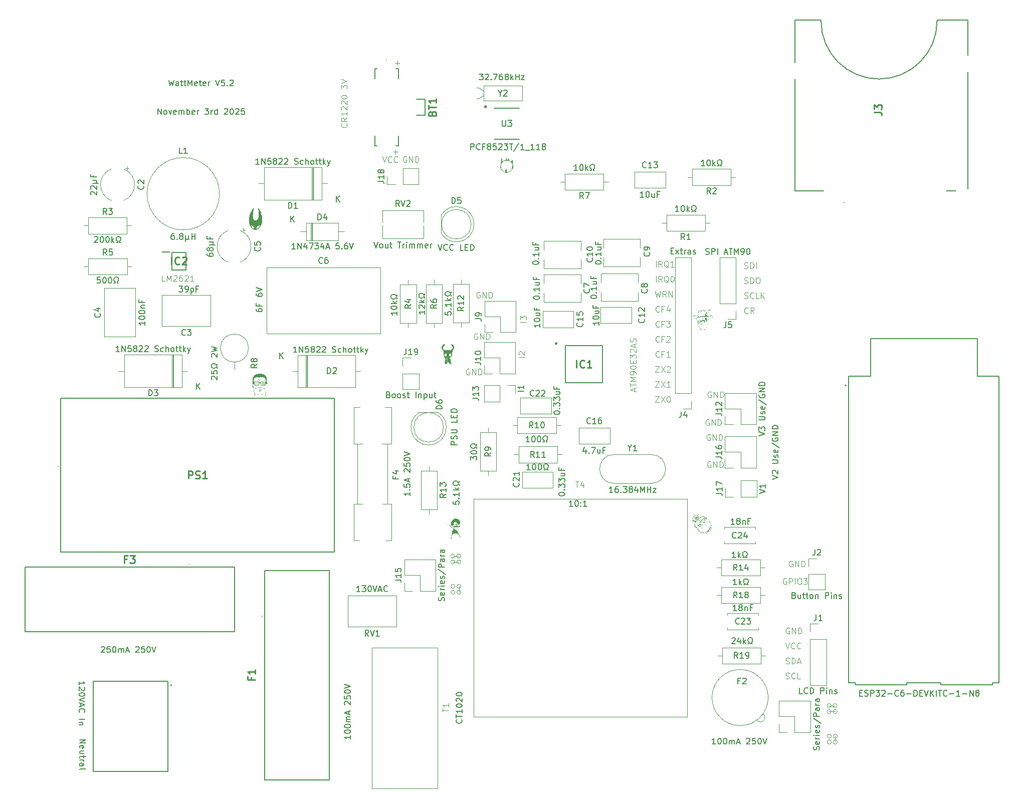
<source format=gbr>
%TF.GenerationSoftware,KiCad,Pcbnew,9.0.5*%
%TF.CreationDate,2025-12-10T02:12:08-06:00*%
%TF.ProjectId,WattMeter,57617474-4d65-4746-9572-2e6b69636164,rev?*%
%TF.SameCoordinates,Original*%
%TF.FileFunction,Legend,Top*%
%TF.FilePolarity,Positive*%
%FSLAX46Y46*%
G04 Gerber Fmt 4.6, Leading zero omitted, Abs format (unit mm)*
G04 Created by KiCad (PCBNEW 9.0.5) date 2025-12-10 02:12:08*
%MOMM*%
%LPD*%
G01*
G04 APERTURE LIST*
%ADD10C,0.100000*%
%ADD11C,0.125000*%
%ADD12C,0.150000*%
%ADD13C,0.254000*%
%ADD14C,0.120000*%
%ADD15C,0.200000*%
%ADD16C,0.250000*%
%ADD17C,0.000000*%
%ADD18C,0.152400*%
%ADD19C,0.127000*%
G04 APERTURE END LIST*
D10*
X193970000Y-155180000D02*
G75*
G02*
X193270000Y-155180000I-350000J0D01*
G01*
X193270000Y-155180000D02*
G75*
G02*
X193970000Y-155180000I350000J0D01*
G01*
X193930000Y-150030000D02*
G75*
G02*
X193230000Y-150030000I-350000J0D01*
G01*
X193230000Y-150030000D02*
G75*
G02*
X193930000Y-150030000I350000J0D01*
G01*
X192970000Y-154180000D02*
G75*
G02*
X192270000Y-154180000I-350000J0D01*
G01*
X192270000Y-154180000D02*
G75*
G02*
X192970000Y-154180000I350000J0D01*
G01*
X129400000Y-129860000D02*
G75*
G02*
X128700000Y-129860000I-350000J0D01*
G01*
X128700000Y-129860000D02*
G75*
G02*
X129400000Y-129860000I350000J0D01*
G01*
X192970000Y-155180000D02*
G75*
G02*
X192270000Y-155180000I-350000J0D01*
G01*
X192270000Y-155180000D02*
G75*
G02*
X192970000Y-155180000I350000J0D01*
G01*
X193930000Y-149030000D02*
G75*
G02*
X193230000Y-149030000I-350000J0D01*
G01*
X193230000Y-149030000D02*
G75*
G02*
X193930000Y-149030000I350000J0D01*
G01*
X129400000Y-128860000D02*
G75*
G02*
X128700000Y-128860000I-350000J0D01*
G01*
X128700000Y-128860000D02*
G75*
G02*
X129400000Y-128860000I350000J0D01*
G01*
X130050000Y-128860000D02*
X130050000Y-129860000D01*
X129380000Y-124750000D02*
G75*
G02*
X128680000Y-124750000I-350000J0D01*
G01*
X128680000Y-124750000D02*
G75*
G02*
X129380000Y-124750000I350000J0D01*
G01*
X130030000Y-124750000D02*
X129030000Y-124750000D01*
X129380000Y-123750000D02*
G75*
G02*
X128680000Y-123750000I-350000J0D01*
G01*
X128680000Y-123750000D02*
G75*
G02*
X129380000Y-123750000I350000J0D01*
G01*
X130400000Y-128860000D02*
G75*
G02*
X129700000Y-128860000I-350000J0D01*
G01*
X129700000Y-128860000D02*
G75*
G02*
X130400000Y-128860000I350000J0D01*
G01*
X192580000Y-149030000D02*
X193580000Y-149030000D01*
X193580000Y-150030000D02*
X192580000Y-150030000D01*
X192930000Y-149030000D02*
G75*
G02*
X192230000Y-149030000I-350000J0D01*
G01*
X192230000Y-149030000D02*
G75*
G02*
X192930000Y-149030000I350000J0D01*
G01*
X130380000Y-124750000D02*
G75*
G02*
X129680000Y-124750000I-350000J0D01*
G01*
X129680000Y-124750000D02*
G75*
G02*
X130380000Y-124750000I350000J0D01*
G01*
X130380000Y-123750000D02*
G75*
G02*
X129680000Y-123750000I-350000J0D01*
G01*
X129680000Y-123750000D02*
G75*
G02*
X130380000Y-123750000I350000J0D01*
G01*
X193620000Y-154180000D02*
X193620000Y-155180000D01*
X193970000Y-154180000D02*
G75*
G02*
X193270000Y-154180000I-350000J0D01*
G01*
X193270000Y-154180000D02*
G75*
G02*
X193970000Y-154180000I350000J0D01*
G01*
X192930000Y-150030000D02*
G75*
G02*
X192230000Y-150030000I-350000J0D01*
G01*
X192230000Y-150030000D02*
G75*
G02*
X192930000Y-150030000I350000J0D01*
G01*
X130400000Y-129860000D02*
G75*
G02*
X129700000Y-129860000I-350000J0D01*
G01*
X129700000Y-129860000D02*
G75*
G02*
X130400000Y-129860000I350000J0D01*
G01*
X129030000Y-123750000D02*
X130030000Y-123750000D01*
D11*
X172274140Y-100678738D02*
X172178902Y-100631119D01*
X172178902Y-100631119D02*
X172036045Y-100631119D01*
X172036045Y-100631119D02*
X171893188Y-100678738D01*
X171893188Y-100678738D02*
X171797950Y-100773976D01*
X171797950Y-100773976D02*
X171750331Y-100869214D01*
X171750331Y-100869214D02*
X171702712Y-101059690D01*
X171702712Y-101059690D02*
X171702712Y-101202547D01*
X171702712Y-101202547D02*
X171750331Y-101393023D01*
X171750331Y-101393023D02*
X171797950Y-101488261D01*
X171797950Y-101488261D02*
X171893188Y-101583500D01*
X171893188Y-101583500D02*
X172036045Y-101631119D01*
X172036045Y-101631119D02*
X172131283Y-101631119D01*
X172131283Y-101631119D02*
X172274140Y-101583500D01*
X172274140Y-101583500D02*
X172321759Y-101535880D01*
X172321759Y-101535880D02*
X172321759Y-101202547D01*
X172321759Y-101202547D02*
X172131283Y-101202547D01*
X172750331Y-101631119D02*
X172750331Y-100631119D01*
X172750331Y-100631119D02*
X173321759Y-101631119D01*
X173321759Y-101631119D02*
X173321759Y-100631119D01*
X173797950Y-101631119D02*
X173797950Y-100631119D01*
X173797950Y-100631119D02*
X174036045Y-100631119D01*
X174036045Y-100631119D02*
X174178902Y-100678738D01*
X174178902Y-100678738D02*
X174274140Y-100773976D01*
X174274140Y-100773976D02*
X174321759Y-100869214D01*
X174321759Y-100869214D02*
X174369378Y-101059690D01*
X174369378Y-101059690D02*
X174369378Y-101202547D01*
X174369378Y-101202547D02*
X174321759Y-101393023D01*
X174321759Y-101393023D02*
X174274140Y-101488261D01*
X174274140Y-101488261D02*
X174178902Y-101583500D01*
X174178902Y-101583500D02*
X174036045Y-101631119D01*
X174036045Y-101631119D02*
X173797950Y-101631119D01*
D12*
X69648571Y-139130057D02*
X69696190Y-139082438D01*
X69696190Y-139082438D02*
X69791428Y-139034819D01*
X69791428Y-139034819D02*
X70029523Y-139034819D01*
X70029523Y-139034819D02*
X70124761Y-139082438D01*
X70124761Y-139082438D02*
X70172380Y-139130057D01*
X70172380Y-139130057D02*
X70219999Y-139225295D01*
X70219999Y-139225295D02*
X70219999Y-139320533D01*
X70219999Y-139320533D02*
X70172380Y-139463390D01*
X70172380Y-139463390D02*
X69600952Y-140034819D01*
X69600952Y-140034819D02*
X70219999Y-140034819D01*
X71124761Y-139034819D02*
X70648571Y-139034819D01*
X70648571Y-139034819D02*
X70600952Y-139511009D01*
X70600952Y-139511009D02*
X70648571Y-139463390D01*
X70648571Y-139463390D02*
X70743809Y-139415771D01*
X70743809Y-139415771D02*
X70981904Y-139415771D01*
X70981904Y-139415771D02*
X71077142Y-139463390D01*
X71077142Y-139463390D02*
X71124761Y-139511009D01*
X71124761Y-139511009D02*
X71172380Y-139606247D01*
X71172380Y-139606247D02*
X71172380Y-139844342D01*
X71172380Y-139844342D02*
X71124761Y-139939580D01*
X71124761Y-139939580D02*
X71077142Y-139987200D01*
X71077142Y-139987200D02*
X70981904Y-140034819D01*
X70981904Y-140034819D02*
X70743809Y-140034819D01*
X70743809Y-140034819D02*
X70648571Y-139987200D01*
X70648571Y-139987200D02*
X70600952Y-139939580D01*
X71791428Y-139034819D02*
X71886666Y-139034819D01*
X71886666Y-139034819D02*
X71981904Y-139082438D01*
X71981904Y-139082438D02*
X72029523Y-139130057D01*
X72029523Y-139130057D02*
X72077142Y-139225295D01*
X72077142Y-139225295D02*
X72124761Y-139415771D01*
X72124761Y-139415771D02*
X72124761Y-139653866D01*
X72124761Y-139653866D02*
X72077142Y-139844342D01*
X72077142Y-139844342D02*
X72029523Y-139939580D01*
X72029523Y-139939580D02*
X71981904Y-139987200D01*
X71981904Y-139987200D02*
X71886666Y-140034819D01*
X71886666Y-140034819D02*
X71791428Y-140034819D01*
X71791428Y-140034819D02*
X71696190Y-139987200D01*
X71696190Y-139987200D02*
X71648571Y-139939580D01*
X71648571Y-139939580D02*
X71600952Y-139844342D01*
X71600952Y-139844342D02*
X71553333Y-139653866D01*
X71553333Y-139653866D02*
X71553333Y-139415771D01*
X71553333Y-139415771D02*
X71600952Y-139225295D01*
X71600952Y-139225295D02*
X71648571Y-139130057D01*
X71648571Y-139130057D02*
X71696190Y-139082438D01*
X71696190Y-139082438D02*
X71791428Y-139034819D01*
X72553333Y-140034819D02*
X72553333Y-139368152D01*
X72553333Y-139463390D02*
X72600952Y-139415771D01*
X72600952Y-139415771D02*
X72696190Y-139368152D01*
X72696190Y-139368152D02*
X72839047Y-139368152D01*
X72839047Y-139368152D02*
X72934285Y-139415771D01*
X72934285Y-139415771D02*
X72981904Y-139511009D01*
X72981904Y-139511009D02*
X72981904Y-140034819D01*
X72981904Y-139511009D02*
X73029523Y-139415771D01*
X73029523Y-139415771D02*
X73124761Y-139368152D01*
X73124761Y-139368152D02*
X73267618Y-139368152D01*
X73267618Y-139368152D02*
X73362857Y-139415771D01*
X73362857Y-139415771D02*
X73410476Y-139511009D01*
X73410476Y-139511009D02*
X73410476Y-140034819D01*
X73839047Y-139749104D02*
X74315237Y-139749104D01*
X73743809Y-140034819D02*
X74077142Y-139034819D01*
X74077142Y-139034819D02*
X74410475Y-140034819D01*
X75458095Y-139130057D02*
X75505714Y-139082438D01*
X75505714Y-139082438D02*
X75600952Y-139034819D01*
X75600952Y-139034819D02*
X75839047Y-139034819D01*
X75839047Y-139034819D02*
X75934285Y-139082438D01*
X75934285Y-139082438D02*
X75981904Y-139130057D01*
X75981904Y-139130057D02*
X76029523Y-139225295D01*
X76029523Y-139225295D02*
X76029523Y-139320533D01*
X76029523Y-139320533D02*
X75981904Y-139463390D01*
X75981904Y-139463390D02*
X75410476Y-140034819D01*
X75410476Y-140034819D02*
X76029523Y-140034819D01*
X76934285Y-139034819D02*
X76458095Y-139034819D01*
X76458095Y-139034819D02*
X76410476Y-139511009D01*
X76410476Y-139511009D02*
X76458095Y-139463390D01*
X76458095Y-139463390D02*
X76553333Y-139415771D01*
X76553333Y-139415771D02*
X76791428Y-139415771D01*
X76791428Y-139415771D02*
X76886666Y-139463390D01*
X76886666Y-139463390D02*
X76934285Y-139511009D01*
X76934285Y-139511009D02*
X76981904Y-139606247D01*
X76981904Y-139606247D02*
X76981904Y-139844342D01*
X76981904Y-139844342D02*
X76934285Y-139939580D01*
X76934285Y-139939580D02*
X76886666Y-139987200D01*
X76886666Y-139987200D02*
X76791428Y-140034819D01*
X76791428Y-140034819D02*
X76553333Y-140034819D01*
X76553333Y-140034819D02*
X76458095Y-139987200D01*
X76458095Y-139987200D02*
X76410476Y-139939580D01*
X77600952Y-139034819D02*
X77696190Y-139034819D01*
X77696190Y-139034819D02*
X77791428Y-139082438D01*
X77791428Y-139082438D02*
X77839047Y-139130057D01*
X77839047Y-139130057D02*
X77886666Y-139225295D01*
X77886666Y-139225295D02*
X77934285Y-139415771D01*
X77934285Y-139415771D02*
X77934285Y-139653866D01*
X77934285Y-139653866D02*
X77886666Y-139844342D01*
X77886666Y-139844342D02*
X77839047Y-139939580D01*
X77839047Y-139939580D02*
X77791428Y-139987200D01*
X77791428Y-139987200D02*
X77696190Y-140034819D01*
X77696190Y-140034819D02*
X77600952Y-140034819D01*
X77600952Y-140034819D02*
X77505714Y-139987200D01*
X77505714Y-139987200D02*
X77458095Y-139939580D01*
X77458095Y-139939580D02*
X77410476Y-139844342D01*
X77410476Y-139844342D02*
X77362857Y-139653866D01*
X77362857Y-139653866D02*
X77362857Y-139415771D01*
X77362857Y-139415771D02*
X77410476Y-139225295D01*
X77410476Y-139225295D02*
X77458095Y-139130057D01*
X77458095Y-139130057D02*
X77505714Y-139082438D01*
X77505714Y-139082438D02*
X77600952Y-139034819D01*
X78220000Y-139034819D02*
X78553333Y-140034819D01*
X78553333Y-140034819D02*
X78886666Y-139034819D01*
D11*
X185844140Y-135918738D02*
X185748902Y-135871119D01*
X185748902Y-135871119D02*
X185606045Y-135871119D01*
X185606045Y-135871119D02*
X185463188Y-135918738D01*
X185463188Y-135918738D02*
X185367950Y-136013976D01*
X185367950Y-136013976D02*
X185320331Y-136109214D01*
X185320331Y-136109214D02*
X185272712Y-136299690D01*
X185272712Y-136299690D02*
X185272712Y-136442547D01*
X185272712Y-136442547D02*
X185320331Y-136633023D01*
X185320331Y-136633023D02*
X185367950Y-136728261D01*
X185367950Y-136728261D02*
X185463188Y-136823500D01*
X185463188Y-136823500D02*
X185606045Y-136871119D01*
X185606045Y-136871119D02*
X185701283Y-136871119D01*
X185701283Y-136871119D02*
X185844140Y-136823500D01*
X185844140Y-136823500D02*
X185891759Y-136775880D01*
X185891759Y-136775880D02*
X185891759Y-136442547D01*
X185891759Y-136442547D02*
X185701283Y-136442547D01*
X186320331Y-136871119D02*
X186320331Y-135871119D01*
X186320331Y-135871119D02*
X186891759Y-136871119D01*
X186891759Y-136871119D02*
X186891759Y-135871119D01*
X187367950Y-136871119D02*
X187367950Y-135871119D01*
X187367950Y-135871119D02*
X187606045Y-135871119D01*
X187606045Y-135871119D02*
X187748902Y-135918738D01*
X187748902Y-135918738D02*
X187844140Y-136013976D01*
X187844140Y-136013976D02*
X187891759Y-136109214D01*
X187891759Y-136109214D02*
X187939378Y-136299690D01*
X187939378Y-136299690D02*
X187939378Y-136442547D01*
X187939378Y-136442547D02*
X187891759Y-136633023D01*
X187891759Y-136633023D02*
X187844140Y-136728261D01*
X187844140Y-136728261D02*
X187748902Y-136823500D01*
X187748902Y-136823500D02*
X187606045Y-136871119D01*
X187606045Y-136871119D02*
X187367950Y-136871119D01*
X163225093Y-96731119D02*
X163891759Y-96731119D01*
X163891759Y-96731119D02*
X163225093Y-97731119D01*
X163225093Y-97731119D02*
X163891759Y-97731119D01*
X164177474Y-96731119D02*
X164844140Y-97731119D01*
X164844140Y-96731119D02*
X164177474Y-97731119D01*
X165415569Y-96731119D02*
X165510807Y-96731119D01*
X165510807Y-96731119D02*
X165606045Y-96778738D01*
X165606045Y-96778738D02*
X165653664Y-96826357D01*
X165653664Y-96826357D02*
X165701283Y-96921595D01*
X165701283Y-96921595D02*
X165748902Y-97112071D01*
X165748902Y-97112071D02*
X165748902Y-97350166D01*
X165748902Y-97350166D02*
X165701283Y-97540642D01*
X165701283Y-97540642D02*
X165653664Y-97635880D01*
X165653664Y-97635880D02*
X165606045Y-97683500D01*
X165606045Y-97683500D02*
X165510807Y-97731119D01*
X165510807Y-97731119D02*
X165415569Y-97731119D01*
X165415569Y-97731119D02*
X165320331Y-97683500D01*
X165320331Y-97683500D02*
X165272712Y-97635880D01*
X165272712Y-97635880D02*
X165225093Y-97540642D01*
X165225093Y-97540642D02*
X165177474Y-97350166D01*
X165177474Y-97350166D02*
X165177474Y-97112071D01*
X165177474Y-97112071D02*
X165225093Y-96921595D01*
X165225093Y-96921595D02*
X165272712Y-96826357D01*
X165272712Y-96826357D02*
X165320331Y-96778738D01*
X165320331Y-96778738D02*
X165415569Y-96731119D01*
X178272712Y-80153500D02*
X178415569Y-80201119D01*
X178415569Y-80201119D02*
X178653664Y-80201119D01*
X178653664Y-80201119D02*
X178748902Y-80153500D01*
X178748902Y-80153500D02*
X178796521Y-80105880D01*
X178796521Y-80105880D02*
X178844140Y-80010642D01*
X178844140Y-80010642D02*
X178844140Y-79915404D01*
X178844140Y-79915404D02*
X178796521Y-79820166D01*
X178796521Y-79820166D02*
X178748902Y-79772547D01*
X178748902Y-79772547D02*
X178653664Y-79724928D01*
X178653664Y-79724928D02*
X178463188Y-79677309D01*
X178463188Y-79677309D02*
X178367950Y-79629690D01*
X178367950Y-79629690D02*
X178320331Y-79582071D01*
X178320331Y-79582071D02*
X178272712Y-79486833D01*
X178272712Y-79486833D02*
X178272712Y-79391595D01*
X178272712Y-79391595D02*
X178320331Y-79296357D01*
X178320331Y-79296357D02*
X178367950Y-79248738D01*
X178367950Y-79248738D02*
X178463188Y-79201119D01*
X178463188Y-79201119D02*
X178701283Y-79201119D01*
X178701283Y-79201119D02*
X178844140Y-79248738D01*
X179844140Y-80105880D02*
X179796521Y-80153500D01*
X179796521Y-80153500D02*
X179653664Y-80201119D01*
X179653664Y-80201119D02*
X179558426Y-80201119D01*
X179558426Y-80201119D02*
X179415569Y-80153500D01*
X179415569Y-80153500D02*
X179320331Y-80058261D01*
X179320331Y-80058261D02*
X179272712Y-79963023D01*
X179272712Y-79963023D02*
X179225093Y-79772547D01*
X179225093Y-79772547D02*
X179225093Y-79629690D01*
X179225093Y-79629690D02*
X179272712Y-79439214D01*
X179272712Y-79439214D02*
X179320331Y-79343976D01*
X179320331Y-79343976D02*
X179415569Y-79248738D01*
X179415569Y-79248738D02*
X179558426Y-79201119D01*
X179558426Y-79201119D02*
X179653664Y-79201119D01*
X179653664Y-79201119D02*
X179796521Y-79248738D01*
X179796521Y-79248738D02*
X179844140Y-79296357D01*
X180748902Y-80201119D02*
X180272712Y-80201119D01*
X180272712Y-80201119D02*
X180272712Y-79201119D01*
X181082236Y-80201119D02*
X181082236Y-79201119D01*
X181653664Y-80201119D02*
X181225093Y-79629690D01*
X181653664Y-79201119D02*
X181082236Y-79772547D01*
X178272712Y-77613500D02*
X178415569Y-77661119D01*
X178415569Y-77661119D02*
X178653664Y-77661119D01*
X178653664Y-77661119D02*
X178748902Y-77613500D01*
X178748902Y-77613500D02*
X178796521Y-77565880D01*
X178796521Y-77565880D02*
X178844140Y-77470642D01*
X178844140Y-77470642D02*
X178844140Y-77375404D01*
X178844140Y-77375404D02*
X178796521Y-77280166D01*
X178796521Y-77280166D02*
X178748902Y-77232547D01*
X178748902Y-77232547D02*
X178653664Y-77184928D01*
X178653664Y-77184928D02*
X178463188Y-77137309D01*
X178463188Y-77137309D02*
X178367950Y-77089690D01*
X178367950Y-77089690D02*
X178320331Y-77042071D01*
X178320331Y-77042071D02*
X178272712Y-76946833D01*
X178272712Y-76946833D02*
X178272712Y-76851595D01*
X178272712Y-76851595D02*
X178320331Y-76756357D01*
X178320331Y-76756357D02*
X178367950Y-76708738D01*
X178367950Y-76708738D02*
X178463188Y-76661119D01*
X178463188Y-76661119D02*
X178701283Y-76661119D01*
X178701283Y-76661119D02*
X178844140Y-76708738D01*
X179272712Y-77661119D02*
X179272712Y-76661119D01*
X179272712Y-76661119D02*
X179510807Y-76661119D01*
X179510807Y-76661119D02*
X179653664Y-76708738D01*
X179653664Y-76708738D02*
X179748902Y-76803976D01*
X179748902Y-76803976D02*
X179796521Y-76899214D01*
X179796521Y-76899214D02*
X179844140Y-77089690D01*
X179844140Y-77089690D02*
X179844140Y-77232547D01*
X179844140Y-77232547D02*
X179796521Y-77423023D01*
X179796521Y-77423023D02*
X179748902Y-77518261D01*
X179748902Y-77518261D02*
X179653664Y-77613500D01*
X179653664Y-77613500D02*
X179510807Y-77661119D01*
X179510807Y-77661119D02*
X179272712Y-77661119D01*
X180463188Y-76661119D02*
X180653664Y-76661119D01*
X180653664Y-76661119D02*
X180748902Y-76708738D01*
X180748902Y-76708738D02*
X180844140Y-76803976D01*
X180844140Y-76803976D02*
X180891759Y-76994452D01*
X180891759Y-76994452D02*
X180891759Y-77327785D01*
X180891759Y-77327785D02*
X180844140Y-77518261D01*
X180844140Y-77518261D02*
X180748902Y-77613500D01*
X180748902Y-77613500D02*
X180653664Y-77661119D01*
X180653664Y-77661119D02*
X180463188Y-77661119D01*
X180463188Y-77661119D02*
X180367950Y-77613500D01*
X180367950Y-77613500D02*
X180272712Y-77518261D01*
X180272712Y-77518261D02*
X180225093Y-77327785D01*
X180225093Y-77327785D02*
X180225093Y-76994452D01*
X180225093Y-76994452D02*
X180272712Y-76803976D01*
X180272712Y-76803976D02*
X180367950Y-76708738D01*
X180367950Y-76708738D02*
X180463188Y-76661119D01*
X131814140Y-92158738D02*
X131718902Y-92111119D01*
X131718902Y-92111119D02*
X131576045Y-92111119D01*
X131576045Y-92111119D02*
X131433188Y-92158738D01*
X131433188Y-92158738D02*
X131337950Y-92253976D01*
X131337950Y-92253976D02*
X131290331Y-92349214D01*
X131290331Y-92349214D02*
X131242712Y-92539690D01*
X131242712Y-92539690D02*
X131242712Y-92682547D01*
X131242712Y-92682547D02*
X131290331Y-92873023D01*
X131290331Y-92873023D02*
X131337950Y-92968261D01*
X131337950Y-92968261D02*
X131433188Y-93063500D01*
X131433188Y-93063500D02*
X131576045Y-93111119D01*
X131576045Y-93111119D02*
X131671283Y-93111119D01*
X131671283Y-93111119D02*
X131814140Y-93063500D01*
X131814140Y-93063500D02*
X131861759Y-93015880D01*
X131861759Y-93015880D02*
X131861759Y-92682547D01*
X131861759Y-92682547D02*
X131671283Y-92682547D01*
X132290331Y-93111119D02*
X132290331Y-92111119D01*
X132290331Y-92111119D02*
X132861759Y-93111119D01*
X132861759Y-93111119D02*
X132861759Y-92111119D01*
X133337950Y-93111119D02*
X133337950Y-92111119D01*
X133337950Y-92111119D02*
X133576045Y-92111119D01*
X133576045Y-92111119D02*
X133718902Y-92158738D01*
X133718902Y-92158738D02*
X133814140Y-92253976D01*
X133814140Y-92253976D02*
X133861759Y-92349214D01*
X133861759Y-92349214D02*
X133909378Y-92539690D01*
X133909378Y-92539690D02*
X133909378Y-92682547D01*
X133909378Y-92682547D02*
X133861759Y-92873023D01*
X133861759Y-92873023D02*
X133814140Y-92968261D01*
X133814140Y-92968261D02*
X133718902Y-93063500D01*
X133718902Y-93063500D02*
X133576045Y-93111119D01*
X133576045Y-93111119D02*
X133337950Y-93111119D01*
X163320331Y-74871119D02*
X163320331Y-73871119D01*
X164367949Y-74871119D02*
X164034616Y-74394928D01*
X163796521Y-74871119D02*
X163796521Y-73871119D01*
X163796521Y-73871119D02*
X164177473Y-73871119D01*
X164177473Y-73871119D02*
X164272711Y-73918738D01*
X164272711Y-73918738D02*
X164320330Y-73966357D01*
X164320330Y-73966357D02*
X164367949Y-74061595D01*
X164367949Y-74061595D02*
X164367949Y-74204452D01*
X164367949Y-74204452D02*
X164320330Y-74299690D01*
X164320330Y-74299690D02*
X164272711Y-74347309D01*
X164272711Y-74347309D02*
X164177473Y-74394928D01*
X164177473Y-74394928D02*
X163796521Y-74394928D01*
X165463187Y-74966357D02*
X165367949Y-74918738D01*
X165367949Y-74918738D02*
X165272711Y-74823500D01*
X165272711Y-74823500D02*
X165129854Y-74680642D01*
X165129854Y-74680642D02*
X165034616Y-74633023D01*
X165034616Y-74633023D02*
X164939378Y-74633023D01*
X164986997Y-74871119D02*
X164891759Y-74823500D01*
X164891759Y-74823500D02*
X164796521Y-74728261D01*
X164796521Y-74728261D02*
X164748902Y-74537785D01*
X164748902Y-74537785D02*
X164748902Y-74204452D01*
X164748902Y-74204452D02*
X164796521Y-74013976D01*
X164796521Y-74013976D02*
X164891759Y-73918738D01*
X164891759Y-73918738D02*
X164986997Y-73871119D01*
X164986997Y-73871119D02*
X165177473Y-73871119D01*
X165177473Y-73871119D02*
X165272711Y-73918738D01*
X165272711Y-73918738D02*
X165367949Y-74013976D01*
X165367949Y-74013976D02*
X165415568Y-74204452D01*
X165415568Y-74204452D02*
X165415568Y-74537785D01*
X165415568Y-74537785D02*
X165367949Y-74728261D01*
X165367949Y-74728261D02*
X165272711Y-74823500D01*
X165272711Y-74823500D02*
X165177473Y-74871119D01*
X165177473Y-74871119D02*
X164986997Y-74871119D01*
X166367949Y-74871119D02*
X165796521Y-74871119D01*
X166082235Y-74871119D02*
X166082235Y-73871119D01*
X166082235Y-73871119D02*
X165986997Y-74013976D01*
X165986997Y-74013976D02*
X165891759Y-74109214D01*
X165891759Y-74109214D02*
X165796521Y-74156833D01*
X133164140Y-86168738D02*
X133068902Y-86121119D01*
X133068902Y-86121119D02*
X132926045Y-86121119D01*
X132926045Y-86121119D02*
X132783188Y-86168738D01*
X132783188Y-86168738D02*
X132687950Y-86263976D01*
X132687950Y-86263976D02*
X132640331Y-86359214D01*
X132640331Y-86359214D02*
X132592712Y-86549690D01*
X132592712Y-86549690D02*
X132592712Y-86692547D01*
X132592712Y-86692547D02*
X132640331Y-86883023D01*
X132640331Y-86883023D02*
X132687950Y-86978261D01*
X132687950Y-86978261D02*
X132783188Y-87073500D01*
X132783188Y-87073500D02*
X132926045Y-87121119D01*
X132926045Y-87121119D02*
X133021283Y-87121119D01*
X133021283Y-87121119D02*
X133164140Y-87073500D01*
X133164140Y-87073500D02*
X133211759Y-87025880D01*
X133211759Y-87025880D02*
X133211759Y-86692547D01*
X133211759Y-86692547D02*
X133021283Y-86692547D01*
X133640331Y-87121119D02*
X133640331Y-86121119D01*
X133640331Y-86121119D02*
X134211759Y-87121119D01*
X134211759Y-87121119D02*
X134211759Y-86121119D01*
X134687950Y-87121119D02*
X134687950Y-86121119D01*
X134687950Y-86121119D02*
X134926045Y-86121119D01*
X134926045Y-86121119D02*
X135068902Y-86168738D01*
X135068902Y-86168738D02*
X135164140Y-86263976D01*
X135164140Y-86263976D02*
X135211759Y-86359214D01*
X135211759Y-86359214D02*
X135259378Y-86549690D01*
X135259378Y-86549690D02*
X135259378Y-86692547D01*
X135259378Y-86692547D02*
X135211759Y-86883023D01*
X135211759Y-86883023D02*
X135164140Y-86978261D01*
X135164140Y-86978261D02*
X135068902Y-87073500D01*
X135068902Y-87073500D02*
X134926045Y-87121119D01*
X134926045Y-87121119D02*
X134687950Y-87121119D01*
X185177474Y-138411119D02*
X185510807Y-139411119D01*
X185510807Y-139411119D02*
X185844140Y-138411119D01*
X186748902Y-139315880D02*
X186701283Y-139363500D01*
X186701283Y-139363500D02*
X186558426Y-139411119D01*
X186558426Y-139411119D02*
X186463188Y-139411119D01*
X186463188Y-139411119D02*
X186320331Y-139363500D01*
X186320331Y-139363500D02*
X186225093Y-139268261D01*
X186225093Y-139268261D02*
X186177474Y-139173023D01*
X186177474Y-139173023D02*
X186129855Y-138982547D01*
X186129855Y-138982547D02*
X186129855Y-138839690D01*
X186129855Y-138839690D02*
X186177474Y-138649214D01*
X186177474Y-138649214D02*
X186225093Y-138553976D01*
X186225093Y-138553976D02*
X186320331Y-138458738D01*
X186320331Y-138458738D02*
X186463188Y-138411119D01*
X186463188Y-138411119D02*
X186558426Y-138411119D01*
X186558426Y-138411119D02*
X186701283Y-138458738D01*
X186701283Y-138458738D02*
X186748902Y-138506357D01*
X187748902Y-139315880D02*
X187701283Y-139363500D01*
X187701283Y-139363500D02*
X187558426Y-139411119D01*
X187558426Y-139411119D02*
X187463188Y-139411119D01*
X187463188Y-139411119D02*
X187320331Y-139363500D01*
X187320331Y-139363500D02*
X187225093Y-139268261D01*
X187225093Y-139268261D02*
X187177474Y-139173023D01*
X187177474Y-139173023D02*
X187129855Y-138982547D01*
X187129855Y-138982547D02*
X187129855Y-138839690D01*
X187129855Y-138839690D02*
X187177474Y-138649214D01*
X187177474Y-138649214D02*
X187225093Y-138553976D01*
X187225093Y-138553976D02*
X187320331Y-138458738D01*
X187320331Y-138458738D02*
X187463188Y-138411119D01*
X187463188Y-138411119D02*
X187558426Y-138411119D01*
X187558426Y-138411119D02*
X187701283Y-138458738D01*
X187701283Y-138458738D02*
X187748902Y-138506357D01*
D12*
X190907200Y-156513333D02*
X190954819Y-156370476D01*
X190954819Y-156370476D02*
X190954819Y-156132381D01*
X190954819Y-156132381D02*
X190907200Y-156037143D01*
X190907200Y-156037143D02*
X190859580Y-155989524D01*
X190859580Y-155989524D02*
X190764342Y-155941905D01*
X190764342Y-155941905D02*
X190669104Y-155941905D01*
X190669104Y-155941905D02*
X190573866Y-155989524D01*
X190573866Y-155989524D02*
X190526247Y-156037143D01*
X190526247Y-156037143D02*
X190478628Y-156132381D01*
X190478628Y-156132381D02*
X190431009Y-156322857D01*
X190431009Y-156322857D02*
X190383390Y-156418095D01*
X190383390Y-156418095D02*
X190335771Y-156465714D01*
X190335771Y-156465714D02*
X190240533Y-156513333D01*
X190240533Y-156513333D02*
X190145295Y-156513333D01*
X190145295Y-156513333D02*
X190050057Y-156465714D01*
X190050057Y-156465714D02*
X190002438Y-156418095D01*
X190002438Y-156418095D02*
X189954819Y-156322857D01*
X189954819Y-156322857D02*
X189954819Y-156084762D01*
X189954819Y-156084762D02*
X190002438Y-155941905D01*
X190907200Y-155132381D02*
X190954819Y-155227619D01*
X190954819Y-155227619D02*
X190954819Y-155418095D01*
X190954819Y-155418095D02*
X190907200Y-155513333D01*
X190907200Y-155513333D02*
X190811961Y-155560952D01*
X190811961Y-155560952D02*
X190431009Y-155560952D01*
X190431009Y-155560952D02*
X190335771Y-155513333D01*
X190335771Y-155513333D02*
X190288152Y-155418095D01*
X190288152Y-155418095D02*
X190288152Y-155227619D01*
X190288152Y-155227619D02*
X190335771Y-155132381D01*
X190335771Y-155132381D02*
X190431009Y-155084762D01*
X190431009Y-155084762D02*
X190526247Y-155084762D01*
X190526247Y-155084762D02*
X190621485Y-155560952D01*
X190954819Y-154656190D02*
X190288152Y-154656190D01*
X190478628Y-154656190D02*
X190383390Y-154608571D01*
X190383390Y-154608571D02*
X190335771Y-154560952D01*
X190335771Y-154560952D02*
X190288152Y-154465714D01*
X190288152Y-154465714D02*
X190288152Y-154370476D01*
X190954819Y-154037142D02*
X190288152Y-154037142D01*
X189954819Y-154037142D02*
X190002438Y-154084761D01*
X190002438Y-154084761D02*
X190050057Y-154037142D01*
X190050057Y-154037142D02*
X190002438Y-153989523D01*
X190002438Y-153989523D02*
X189954819Y-154037142D01*
X189954819Y-154037142D02*
X190050057Y-154037142D01*
X190907200Y-153180000D02*
X190954819Y-153275238D01*
X190954819Y-153275238D02*
X190954819Y-153465714D01*
X190954819Y-153465714D02*
X190907200Y-153560952D01*
X190907200Y-153560952D02*
X190811961Y-153608571D01*
X190811961Y-153608571D02*
X190431009Y-153608571D01*
X190431009Y-153608571D02*
X190335771Y-153560952D01*
X190335771Y-153560952D02*
X190288152Y-153465714D01*
X190288152Y-153465714D02*
X190288152Y-153275238D01*
X190288152Y-153275238D02*
X190335771Y-153180000D01*
X190335771Y-153180000D02*
X190431009Y-153132381D01*
X190431009Y-153132381D02*
X190526247Y-153132381D01*
X190526247Y-153132381D02*
X190621485Y-153608571D01*
X190907200Y-152751428D02*
X190954819Y-152656190D01*
X190954819Y-152656190D02*
X190954819Y-152465714D01*
X190954819Y-152465714D02*
X190907200Y-152370476D01*
X190907200Y-152370476D02*
X190811961Y-152322857D01*
X190811961Y-152322857D02*
X190764342Y-152322857D01*
X190764342Y-152322857D02*
X190669104Y-152370476D01*
X190669104Y-152370476D02*
X190621485Y-152465714D01*
X190621485Y-152465714D02*
X190621485Y-152608571D01*
X190621485Y-152608571D02*
X190573866Y-152703809D01*
X190573866Y-152703809D02*
X190478628Y-152751428D01*
X190478628Y-152751428D02*
X190431009Y-152751428D01*
X190431009Y-152751428D02*
X190335771Y-152703809D01*
X190335771Y-152703809D02*
X190288152Y-152608571D01*
X190288152Y-152608571D02*
X190288152Y-152465714D01*
X190288152Y-152465714D02*
X190335771Y-152370476D01*
X189907200Y-151180000D02*
X191192914Y-152037142D01*
X190954819Y-150846666D02*
X189954819Y-150846666D01*
X189954819Y-150846666D02*
X189954819Y-150465714D01*
X189954819Y-150465714D02*
X190002438Y-150370476D01*
X190002438Y-150370476D02*
X190050057Y-150322857D01*
X190050057Y-150322857D02*
X190145295Y-150275238D01*
X190145295Y-150275238D02*
X190288152Y-150275238D01*
X190288152Y-150275238D02*
X190383390Y-150322857D01*
X190383390Y-150322857D02*
X190431009Y-150370476D01*
X190431009Y-150370476D02*
X190478628Y-150465714D01*
X190478628Y-150465714D02*
X190478628Y-150846666D01*
X190954819Y-149418095D02*
X190431009Y-149418095D01*
X190431009Y-149418095D02*
X190335771Y-149465714D01*
X190335771Y-149465714D02*
X190288152Y-149560952D01*
X190288152Y-149560952D02*
X190288152Y-149751428D01*
X190288152Y-149751428D02*
X190335771Y-149846666D01*
X190907200Y-149418095D02*
X190954819Y-149513333D01*
X190954819Y-149513333D02*
X190954819Y-149751428D01*
X190954819Y-149751428D02*
X190907200Y-149846666D01*
X190907200Y-149846666D02*
X190811961Y-149894285D01*
X190811961Y-149894285D02*
X190716723Y-149894285D01*
X190716723Y-149894285D02*
X190621485Y-149846666D01*
X190621485Y-149846666D02*
X190573866Y-149751428D01*
X190573866Y-149751428D02*
X190573866Y-149513333D01*
X190573866Y-149513333D02*
X190526247Y-149418095D01*
X190954819Y-148941904D02*
X190288152Y-148941904D01*
X190478628Y-148941904D02*
X190383390Y-148894285D01*
X190383390Y-148894285D02*
X190335771Y-148846666D01*
X190335771Y-148846666D02*
X190288152Y-148751428D01*
X190288152Y-148751428D02*
X190288152Y-148656190D01*
X190954819Y-147894285D02*
X190431009Y-147894285D01*
X190431009Y-147894285D02*
X190335771Y-147941904D01*
X190335771Y-147941904D02*
X190288152Y-148037142D01*
X190288152Y-148037142D02*
X190288152Y-148227618D01*
X190288152Y-148227618D02*
X190335771Y-148322856D01*
X190907200Y-147894285D02*
X190954819Y-147989523D01*
X190954819Y-147989523D02*
X190954819Y-148227618D01*
X190954819Y-148227618D02*
X190907200Y-148322856D01*
X190907200Y-148322856D02*
X190811961Y-148370475D01*
X190811961Y-148370475D02*
X190716723Y-148370475D01*
X190716723Y-148370475D02*
X190621485Y-148322856D01*
X190621485Y-148322856D02*
X190573866Y-148227618D01*
X190573866Y-148227618D02*
X190573866Y-147989523D01*
X190573866Y-147989523D02*
X190526247Y-147894285D01*
D11*
X163891759Y-87475880D02*
X163844140Y-87523500D01*
X163844140Y-87523500D02*
X163701283Y-87571119D01*
X163701283Y-87571119D02*
X163606045Y-87571119D01*
X163606045Y-87571119D02*
X163463188Y-87523500D01*
X163463188Y-87523500D02*
X163367950Y-87428261D01*
X163367950Y-87428261D02*
X163320331Y-87333023D01*
X163320331Y-87333023D02*
X163272712Y-87142547D01*
X163272712Y-87142547D02*
X163272712Y-86999690D01*
X163272712Y-86999690D02*
X163320331Y-86809214D01*
X163320331Y-86809214D02*
X163367950Y-86713976D01*
X163367950Y-86713976D02*
X163463188Y-86618738D01*
X163463188Y-86618738D02*
X163606045Y-86571119D01*
X163606045Y-86571119D02*
X163701283Y-86571119D01*
X163701283Y-86571119D02*
X163844140Y-86618738D01*
X163844140Y-86618738D02*
X163891759Y-86666357D01*
X164653664Y-87047309D02*
X164320331Y-87047309D01*
X164320331Y-87571119D02*
X164320331Y-86571119D01*
X164320331Y-86571119D02*
X164796521Y-86571119D01*
X165129855Y-86666357D02*
X165177474Y-86618738D01*
X165177474Y-86618738D02*
X165272712Y-86571119D01*
X165272712Y-86571119D02*
X165510807Y-86571119D01*
X165510807Y-86571119D02*
X165606045Y-86618738D01*
X165606045Y-86618738D02*
X165653664Y-86666357D01*
X165653664Y-86666357D02*
X165701283Y-86761595D01*
X165701283Y-86761595D02*
X165701283Y-86856833D01*
X165701283Y-86856833D02*
X165653664Y-86999690D01*
X165653664Y-86999690D02*
X165082236Y-87571119D01*
X165082236Y-87571119D02*
X165701283Y-87571119D01*
X163225093Y-94191119D02*
X163891759Y-94191119D01*
X163891759Y-94191119D02*
X163225093Y-95191119D01*
X163225093Y-95191119D02*
X163891759Y-95191119D01*
X164177474Y-94191119D02*
X164844140Y-95191119D01*
X164844140Y-94191119D02*
X164177474Y-95191119D01*
X165748902Y-95191119D02*
X165177474Y-95191119D01*
X165463188Y-95191119D02*
X165463188Y-94191119D01*
X165463188Y-94191119D02*
X165367950Y-94333976D01*
X165367950Y-94333976D02*
X165272712Y-94429214D01*
X165272712Y-94429214D02*
X165177474Y-94476833D01*
X111055880Y-50658240D02*
X111103500Y-50705859D01*
X111103500Y-50705859D02*
X111151119Y-50848716D01*
X111151119Y-50848716D02*
X111151119Y-50943954D01*
X111151119Y-50943954D02*
X111103500Y-51086811D01*
X111103500Y-51086811D02*
X111008261Y-51182049D01*
X111008261Y-51182049D02*
X110913023Y-51229668D01*
X110913023Y-51229668D02*
X110722547Y-51277287D01*
X110722547Y-51277287D02*
X110579690Y-51277287D01*
X110579690Y-51277287D02*
X110389214Y-51229668D01*
X110389214Y-51229668D02*
X110293976Y-51182049D01*
X110293976Y-51182049D02*
X110198738Y-51086811D01*
X110198738Y-51086811D02*
X110151119Y-50943954D01*
X110151119Y-50943954D02*
X110151119Y-50848716D01*
X110151119Y-50848716D02*
X110198738Y-50705859D01*
X110198738Y-50705859D02*
X110246357Y-50658240D01*
X111151119Y-49658240D02*
X110674928Y-49991573D01*
X111151119Y-50229668D02*
X110151119Y-50229668D01*
X110151119Y-50229668D02*
X110151119Y-49848716D01*
X110151119Y-49848716D02*
X110198738Y-49753478D01*
X110198738Y-49753478D02*
X110246357Y-49705859D01*
X110246357Y-49705859D02*
X110341595Y-49658240D01*
X110341595Y-49658240D02*
X110484452Y-49658240D01*
X110484452Y-49658240D02*
X110579690Y-49705859D01*
X110579690Y-49705859D02*
X110627309Y-49753478D01*
X110627309Y-49753478D02*
X110674928Y-49848716D01*
X110674928Y-49848716D02*
X110674928Y-50229668D01*
X111151119Y-48705859D02*
X111151119Y-49277287D01*
X111151119Y-48991573D02*
X110151119Y-48991573D01*
X110151119Y-48991573D02*
X110293976Y-49086811D01*
X110293976Y-49086811D02*
X110389214Y-49182049D01*
X110389214Y-49182049D02*
X110436833Y-49277287D01*
X110246357Y-48324906D02*
X110198738Y-48277287D01*
X110198738Y-48277287D02*
X110151119Y-48182049D01*
X110151119Y-48182049D02*
X110151119Y-47943954D01*
X110151119Y-47943954D02*
X110198738Y-47848716D01*
X110198738Y-47848716D02*
X110246357Y-47801097D01*
X110246357Y-47801097D02*
X110341595Y-47753478D01*
X110341595Y-47753478D02*
X110436833Y-47753478D01*
X110436833Y-47753478D02*
X110579690Y-47801097D01*
X110579690Y-47801097D02*
X111151119Y-48372525D01*
X111151119Y-48372525D02*
X111151119Y-47753478D01*
X110246357Y-47372525D02*
X110198738Y-47324906D01*
X110198738Y-47324906D02*
X110151119Y-47229668D01*
X110151119Y-47229668D02*
X110151119Y-46991573D01*
X110151119Y-46991573D02*
X110198738Y-46896335D01*
X110198738Y-46896335D02*
X110246357Y-46848716D01*
X110246357Y-46848716D02*
X110341595Y-46801097D01*
X110341595Y-46801097D02*
X110436833Y-46801097D01*
X110436833Y-46801097D02*
X110579690Y-46848716D01*
X110579690Y-46848716D02*
X111151119Y-47420144D01*
X111151119Y-47420144D02*
X111151119Y-46801097D01*
X110151119Y-46182049D02*
X110151119Y-46086811D01*
X110151119Y-46086811D02*
X110198738Y-45991573D01*
X110198738Y-45991573D02*
X110246357Y-45943954D01*
X110246357Y-45943954D02*
X110341595Y-45896335D01*
X110341595Y-45896335D02*
X110532071Y-45848716D01*
X110532071Y-45848716D02*
X110770166Y-45848716D01*
X110770166Y-45848716D02*
X110960642Y-45896335D01*
X110960642Y-45896335D02*
X111055880Y-45943954D01*
X111055880Y-45943954D02*
X111103500Y-45991573D01*
X111103500Y-45991573D02*
X111151119Y-46086811D01*
X111151119Y-46086811D02*
X111151119Y-46182049D01*
X111151119Y-46182049D02*
X111103500Y-46277287D01*
X111103500Y-46277287D02*
X111055880Y-46324906D01*
X111055880Y-46324906D02*
X110960642Y-46372525D01*
X110960642Y-46372525D02*
X110770166Y-46420144D01*
X110770166Y-46420144D02*
X110532071Y-46420144D01*
X110532071Y-46420144D02*
X110341595Y-46372525D01*
X110341595Y-46372525D02*
X110246357Y-46324906D01*
X110246357Y-46324906D02*
X110198738Y-46277287D01*
X110198738Y-46277287D02*
X110151119Y-46182049D01*
X110151119Y-44753477D02*
X110151119Y-44134430D01*
X110151119Y-44134430D02*
X110532071Y-44467763D01*
X110532071Y-44467763D02*
X110532071Y-44324906D01*
X110532071Y-44324906D02*
X110579690Y-44229668D01*
X110579690Y-44229668D02*
X110627309Y-44182049D01*
X110627309Y-44182049D02*
X110722547Y-44134430D01*
X110722547Y-44134430D02*
X110960642Y-44134430D01*
X110960642Y-44134430D02*
X111055880Y-44182049D01*
X111055880Y-44182049D02*
X111103500Y-44229668D01*
X111103500Y-44229668D02*
X111151119Y-44324906D01*
X111151119Y-44324906D02*
X111151119Y-44610620D01*
X111151119Y-44610620D02*
X111103500Y-44705858D01*
X111103500Y-44705858D02*
X111055880Y-44753477D01*
X110151119Y-43848715D02*
X111151119Y-43515382D01*
X111151119Y-43515382D02*
X110151119Y-43182049D01*
X185272712Y-141903500D02*
X185415569Y-141951119D01*
X185415569Y-141951119D02*
X185653664Y-141951119D01*
X185653664Y-141951119D02*
X185748902Y-141903500D01*
X185748902Y-141903500D02*
X185796521Y-141855880D01*
X185796521Y-141855880D02*
X185844140Y-141760642D01*
X185844140Y-141760642D02*
X185844140Y-141665404D01*
X185844140Y-141665404D02*
X185796521Y-141570166D01*
X185796521Y-141570166D02*
X185748902Y-141522547D01*
X185748902Y-141522547D02*
X185653664Y-141474928D01*
X185653664Y-141474928D02*
X185463188Y-141427309D01*
X185463188Y-141427309D02*
X185367950Y-141379690D01*
X185367950Y-141379690D02*
X185320331Y-141332071D01*
X185320331Y-141332071D02*
X185272712Y-141236833D01*
X185272712Y-141236833D02*
X185272712Y-141141595D01*
X185272712Y-141141595D02*
X185320331Y-141046357D01*
X185320331Y-141046357D02*
X185367950Y-140998738D01*
X185367950Y-140998738D02*
X185463188Y-140951119D01*
X185463188Y-140951119D02*
X185701283Y-140951119D01*
X185701283Y-140951119D02*
X185844140Y-140998738D01*
X186272712Y-141951119D02*
X186272712Y-140951119D01*
X186272712Y-140951119D02*
X186510807Y-140951119D01*
X186510807Y-140951119D02*
X186653664Y-140998738D01*
X186653664Y-140998738D02*
X186748902Y-141093976D01*
X186748902Y-141093976D02*
X186796521Y-141189214D01*
X186796521Y-141189214D02*
X186844140Y-141379690D01*
X186844140Y-141379690D02*
X186844140Y-141522547D01*
X186844140Y-141522547D02*
X186796521Y-141713023D01*
X186796521Y-141713023D02*
X186748902Y-141808261D01*
X186748902Y-141808261D02*
X186653664Y-141903500D01*
X186653664Y-141903500D02*
X186510807Y-141951119D01*
X186510807Y-141951119D02*
X186272712Y-141951119D01*
X187225093Y-141665404D02*
X187701283Y-141665404D01*
X187129855Y-141951119D02*
X187463188Y-140951119D01*
X187463188Y-140951119D02*
X187796521Y-141951119D01*
X163891759Y-90015880D02*
X163844140Y-90063500D01*
X163844140Y-90063500D02*
X163701283Y-90111119D01*
X163701283Y-90111119D02*
X163606045Y-90111119D01*
X163606045Y-90111119D02*
X163463188Y-90063500D01*
X163463188Y-90063500D02*
X163367950Y-89968261D01*
X163367950Y-89968261D02*
X163320331Y-89873023D01*
X163320331Y-89873023D02*
X163272712Y-89682547D01*
X163272712Y-89682547D02*
X163272712Y-89539690D01*
X163272712Y-89539690D02*
X163320331Y-89349214D01*
X163320331Y-89349214D02*
X163367950Y-89253976D01*
X163367950Y-89253976D02*
X163463188Y-89158738D01*
X163463188Y-89158738D02*
X163606045Y-89111119D01*
X163606045Y-89111119D02*
X163701283Y-89111119D01*
X163701283Y-89111119D02*
X163844140Y-89158738D01*
X163844140Y-89158738D02*
X163891759Y-89206357D01*
X164653664Y-89587309D02*
X164320331Y-89587309D01*
X164320331Y-90111119D02*
X164320331Y-89111119D01*
X164320331Y-89111119D02*
X164796521Y-89111119D01*
X165701283Y-90111119D02*
X165129855Y-90111119D01*
X165415569Y-90111119D02*
X165415569Y-89111119D01*
X165415569Y-89111119D02*
X165320331Y-89253976D01*
X165320331Y-89253976D02*
X165225093Y-89349214D01*
X165225093Y-89349214D02*
X165129855Y-89396833D01*
X172464140Y-103238738D02*
X172368902Y-103191119D01*
X172368902Y-103191119D02*
X172226045Y-103191119D01*
X172226045Y-103191119D02*
X172083188Y-103238738D01*
X172083188Y-103238738D02*
X171987950Y-103333976D01*
X171987950Y-103333976D02*
X171940331Y-103429214D01*
X171940331Y-103429214D02*
X171892712Y-103619690D01*
X171892712Y-103619690D02*
X171892712Y-103762547D01*
X171892712Y-103762547D02*
X171940331Y-103953023D01*
X171940331Y-103953023D02*
X171987950Y-104048261D01*
X171987950Y-104048261D02*
X172083188Y-104143500D01*
X172083188Y-104143500D02*
X172226045Y-104191119D01*
X172226045Y-104191119D02*
X172321283Y-104191119D01*
X172321283Y-104191119D02*
X172464140Y-104143500D01*
X172464140Y-104143500D02*
X172511759Y-104095880D01*
X172511759Y-104095880D02*
X172511759Y-103762547D01*
X172511759Y-103762547D02*
X172321283Y-103762547D01*
X172940331Y-104191119D02*
X172940331Y-103191119D01*
X172940331Y-103191119D02*
X173511759Y-104191119D01*
X173511759Y-104191119D02*
X173511759Y-103191119D01*
X173987950Y-104191119D02*
X173987950Y-103191119D01*
X173987950Y-103191119D02*
X174226045Y-103191119D01*
X174226045Y-103191119D02*
X174368902Y-103238738D01*
X174368902Y-103238738D02*
X174464140Y-103333976D01*
X174464140Y-103333976D02*
X174511759Y-103429214D01*
X174511759Y-103429214D02*
X174559378Y-103619690D01*
X174559378Y-103619690D02*
X174559378Y-103762547D01*
X174559378Y-103762547D02*
X174511759Y-103953023D01*
X174511759Y-103953023D02*
X174464140Y-104048261D01*
X174464140Y-104048261D02*
X174368902Y-104143500D01*
X174368902Y-104143500D02*
X174226045Y-104191119D01*
X174226045Y-104191119D02*
X173987950Y-104191119D01*
X178272712Y-75073500D02*
X178415569Y-75121119D01*
X178415569Y-75121119D02*
X178653664Y-75121119D01*
X178653664Y-75121119D02*
X178748902Y-75073500D01*
X178748902Y-75073500D02*
X178796521Y-75025880D01*
X178796521Y-75025880D02*
X178844140Y-74930642D01*
X178844140Y-74930642D02*
X178844140Y-74835404D01*
X178844140Y-74835404D02*
X178796521Y-74740166D01*
X178796521Y-74740166D02*
X178748902Y-74692547D01*
X178748902Y-74692547D02*
X178653664Y-74644928D01*
X178653664Y-74644928D02*
X178463188Y-74597309D01*
X178463188Y-74597309D02*
X178367950Y-74549690D01*
X178367950Y-74549690D02*
X178320331Y-74502071D01*
X178320331Y-74502071D02*
X178272712Y-74406833D01*
X178272712Y-74406833D02*
X178272712Y-74311595D01*
X178272712Y-74311595D02*
X178320331Y-74216357D01*
X178320331Y-74216357D02*
X178367950Y-74168738D01*
X178367950Y-74168738D02*
X178463188Y-74121119D01*
X178463188Y-74121119D02*
X178701283Y-74121119D01*
X178701283Y-74121119D02*
X178844140Y-74168738D01*
X179272712Y-75121119D02*
X179272712Y-74121119D01*
X179272712Y-74121119D02*
X179510807Y-74121119D01*
X179510807Y-74121119D02*
X179653664Y-74168738D01*
X179653664Y-74168738D02*
X179748902Y-74263976D01*
X179748902Y-74263976D02*
X179796521Y-74359214D01*
X179796521Y-74359214D02*
X179844140Y-74549690D01*
X179844140Y-74549690D02*
X179844140Y-74692547D01*
X179844140Y-74692547D02*
X179796521Y-74883023D01*
X179796521Y-74883023D02*
X179748902Y-74978261D01*
X179748902Y-74978261D02*
X179653664Y-75073500D01*
X179653664Y-75073500D02*
X179510807Y-75121119D01*
X179510807Y-75121119D02*
X179272712Y-75121119D01*
X180272712Y-75121119D02*
X180272712Y-74121119D01*
X141121119Y-90149668D02*
X140121119Y-90149668D01*
X140216357Y-89721097D02*
X140168738Y-89673478D01*
X140168738Y-89673478D02*
X140121119Y-89578240D01*
X140121119Y-89578240D02*
X140121119Y-89340145D01*
X140121119Y-89340145D02*
X140168738Y-89244907D01*
X140168738Y-89244907D02*
X140216357Y-89197288D01*
X140216357Y-89197288D02*
X140311595Y-89149669D01*
X140311595Y-89149669D02*
X140406833Y-89149669D01*
X140406833Y-89149669D02*
X140549690Y-89197288D01*
X140549690Y-89197288D02*
X141121119Y-89768716D01*
X141121119Y-89768716D02*
X141121119Y-89149669D01*
X163320331Y-77411119D02*
X163320331Y-76411119D01*
X164367949Y-77411119D02*
X164034616Y-76934928D01*
X163796521Y-77411119D02*
X163796521Y-76411119D01*
X163796521Y-76411119D02*
X164177473Y-76411119D01*
X164177473Y-76411119D02*
X164272711Y-76458738D01*
X164272711Y-76458738D02*
X164320330Y-76506357D01*
X164320330Y-76506357D02*
X164367949Y-76601595D01*
X164367949Y-76601595D02*
X164367949Y-76744452D01*
X164367949Y-76744452D02*
X164320330Y-76839690D01*
X164320330Y-76839690D02*
X164272711Y-76887309D01*
X164272711Y-76887309D02*
X164177473Y-76934928D01*
X164177473Y-76934928D02*
X163796521Y-76934928D01*
X165463187Y-77506357D02*
X165367949Y-77458738D01*
X165367949Y-77458738D02*
X165272711Y-77363500D01*
X165272711Y-77363500D02*
X165129854Y-77220642D01*
X165129854Y-77220642D02*
X165034616Y-77173023D01*
X165034616Y-77173023D02*
X164939378Y-77173023D01*
X164986997Y-77411119D02*
X164891759Y-77363500D01*
X164891759Y-77363500D02*
X164796521Y-77268261D01*
X164796521Y-77268261D02*
X164748902Y-77077785D01*
X164748902Y-77077785D02*
X164748902Y-76744452D01*
X164748902Y-76744452D02*
X164796521Y-76553976D01*
X164796521Y-76553976D02*
X164891759Y-76458738D01*
X164891759Y-76458738D02*
X164986997Y-76411119D01*
X164986997Y-76411119D02*
X165177473Y-76411119D01*
X165177473Y-76411119D02*
X165272711Y-76458738D01*
X165272711Y-76458738D02*
X165367949Y-76553976D01*
X165367949Y-76553976D02*
X165415568Y-76744452D01*
X165415568Y-76744452D02*
X165415568Y-77077785D01*
X165415568Y-77077785D02*
X165367949Y-77268261D01*
X165367949Y-77268261D02*
X165272711Y-77363500D01*
X165272711Y-77363500D02*
X165177473Y-77411119D01*
X165177473Y-77411119D02*
X164986997Y-77411119D01*
X166034616Y-76411119D02*
X166129854Y-76411119D01*
X166129854Y-76411119D02*
X166225092Y-76458738D01*
X166225092Y-76458738D02*
X166272711Y-76506357D01*
X166272711Y-76506357D02*
X166320330Y-76601595D01*
X166320330Y-76601595D02*
X166367949Y-76792071D01*
X166367949Y-76792071D02*
X166367949Y-77030166D01*
X166367949Y-77030166D02*
X166320330Y-77220642D01*
X166320330Y-77220642D02*
X166272711Y-77315880D01*
X166272711Y-77315880D02*
X166225092Y-77363500D01*
X166225092Y-77363500D02*
X166129854Y-77411119D01*
X166129854Y-77411119D02*
X166034616Y-77411119D01*
X166034616Y-77411119D02*
X165939378Y-77363500D01*
X165939378Y-77363500D02*
X165891759Y-77315880D01*
X165891759Y-77315880D02*
X165844140Y-77220642D01*
X165844140Y-77220642D02*
X165796521Y-77030166D01*
X165796521Y-77030166D02*
X165796521Y-76792071D01*
X165796521Y-76792071D02*
X165844140Y-76601595D01*
X165844140Y-76601595D02*
X165891759Y-76506357D01*
X165891759Y-76506357D02*
X165939378Y-76458738D01*
X165939378Y-76458738D02*
X166034616Y-76411119D01*
X121154140Y-56238738D02*
X121058902Y-56191119D01*
X121058902Y-56191119D02*
X120916045Y-56191119D01*
X120916045Y-56191119D02*
X120773188Y-56238738D01*
X120773188Y-56238738D02*
X120677950Y-56333976D01*
X120677950Y-56333976D02*
X120630331Y-56429214D01*
X120630331Y-56429214D02*
X120582712Y-56619690D01*
X120582712Y-56619690D02*
X120582712Y-56762547D01*
X120582712Y-56762547D02*
X120630331Y-56953023D01*
X120630331Y-56953023D02*
X120677950Y-57048261D01*
X120677950Y-57048261D02*
X120773188Y-57143500D01*
X120773188Y-57143500D02*
X120916045Y-57191119D01*
X120916045Y-57191119D02*
X121011283Y-57191119D01*
X121011283Y-57191119D02*
X121154140Y-57143500D01*
X121154140Y-57143500D02*
X121201759Y-57095880D01*
X121201759Y-57095880D02*
X121201759Y-56762547D01*
X121201759Y-56762547D02*
X121011283Y-56762547D01*
X121630331Y-57191119D02*
X121630331Y-56191119D01*
X121630331Y-56191119D02*
X122201759Y-57191119D01*
X122201759Y-57191119D02*
X122201759Y-56191119D01*
X122677950Y-57191119D02*
X122677950Y-56191119D01*
X122677950Y-56191119D02*
X122916045Y-56191119D01*
X122916045Y-56191119D02*
X123058902Y-56238738D01*
X123058902Y-56238738D02*
X123154140Y-56333976D01*
X123154140Y-56333976D02*
X123201759Y-56429214D01*
X123201759Y-56429214D02*
X123249378Y-56619690D01*
X123249378Y-56619690D02*
X123249378Y-56762547D01*
X123249378Y-56762547D02*
X123201759Y-56953023D01*
X123201759Y-56953023D02*
X123154140Y-57048261D01*
X123154140Y-57048261D02*
X123058902Y-57143500D01*
X123058902Y-57143500D02*
X122916045Y-57191119D01*
X122916045Y-57191119D02*
X122677950Y-57191119D01*
X163891759Y-82395880D02*
X163844140Y-82443500D01*
X163844140Y-82443500D02*
X163701283Y-82491119D01*
X163701283Y-82491119D02*
X163606045Y-82491119D01*
X163606045Y-82491119D02*
X163463188Y-82443500D01*
X163463188Y-82443500D02*
X163367950Y-82348261D01*
X163367950Y-82348261D02*
X163320331Y-82253023D01*
X163320331Y-82253023D02*
X163272712Y-82062547D01*
X163272712Y-82062547D02*
X163272712Y-81919690D01*
X163272712Y-81919690D02*
X163320331Y-81729214D01*
X163320331Y-81729214D02*
X163367950Y-81633976D01*
X163367950Y-81633976D02*
X163463188Y-81538738D01*
X163463188Y-81538738D02*
X163606045Y-81491119D01*
X163606045Y-81491119D02*
X163701283Y-81491119D01*
X163701283Y-81491119D02*
X163844140Y-81538738D01*
X163844140Y-81538738D02*
X163891759Y-81586357D01*
X164653664Y-81967309D02*
X164320331Y-81967309D01*
X164320331Y-82491119D02*
X164320331Y-81491119D01*
X164320331Y-81491119D02*
X164796521Y-81491119D01*
X165606045Y-81824452D02*
X165606045Y-82491119D01*
X165367950Y-81443500D02*
X165129855Y-82157785D01*
X165129855Y-82157785D02*
X165748902Y-82157785D01*
X185354140Y-127558738D02*
X185258902Y-127511119D01*
X185258902Y-127511119D02*
X185116045Y-127511119D01*
X185116045Y-127511119D02*
X184973188Y-127558738D01*
X184973188Y-127558738D02*
X184877950Y-127653976D01*
X184877950Y-127653976D02*
X184830331Y-127749214D01*
X184830331Y-127749214D02*
X184782712Y-127939690D01*
X184782712Y-127939690D02*
X184782712Y-128082547D01*
X184782712Y-128082547D02*
X184830331Y-128273023D01*
X184830331Y-128273023D02*
X184877950Y-128368261D01*
X184877950Y-128368261D02*
X184973188Y-128463500D01*
X184973188Y-128463500D02*
X185116045Y-128511119D01*
X185116045Y-128511119D02*
X185211283Y-128511119D01*
X185211283Y-128511119D02*
X185354140Y-128463500D01*
X185354140Y-128463500D02*
X185401759Y-128415880D01*
X185401759Y-128415880D02*
X185401759Y-128082547D01*
X185401759Y-128082547D02*
X185211283Y-128082547D01*
X185830331Y-128511119D02*
X185830331Y-127511119D01*
X185830331Y-127511119D02*
X186211283Y-127511119D01*
X186211283Y-127511119D02*
X186306521Y-127558738D01*
X186306521Y-127558738D02*
X186354140Y-127606357D01*
X186354140Y-127606357D02*
X186401759Y-127701595D01*
X186401759Y-127701595D02*
X186401759Y-127844452D01*
X186401759Y-127844452D02*
X186354140Y-127939690D01*
X186354140Y-127939690D02*
X186306521Y-127987309D01*
X186306521Y-127987309D02*
X186211283Y-128034928D01*
X186211283Y-128034928D02*
X185830331Y-128034928D01*
X186830331Y-128511119D02*
X186830331Y-127511119D01*
X187496997Y-127511119D02*
X187687473Y-127511119D01*
X187687473Y-127511119D02*
X187782711Y-127558738D01*
X187782711Y-127558738D02*
X187877949Y-127653976D01*
X187877949Y-127653976D02*
X187925568Y-127844452D01*
X187925568Y-127844452D02*
X187925568Y-128177785D01*
X187925568Y-128177785D02*
X187877949Y-128368261D01*
X187877949Y-128368261D02*
X187782711Y-128463500D01*
X187782711Y-128463500D02*
X187687473Y-128511119D01*
X187687473Y-128511119D02*
X187496997Y-128511119D01*
X187496997Y-128511119D02*
X187401759Y-128463500D01*
X187401759Y-128463500D02*
X187306521Y-128368261D01*
X187306521Y-128368261D02*
X187258902Y-128177785D01*
X187258902Y-128177785D02*
X187258902Y-127844452D01*
X187258902Y-127844452D02*
X187306521Y-127653976D01*
X187306521Y-127653976D02*
X187401759Y-127558738D01*
X187401759Y-127558738D02*
X187496997Y-127511119D01*
X188258902Y-127511119D02*
X188877949Y-127511119D01*
X188877949Y-127511119D02*
X188544616Y-127892071D01*
X188544616Y-127892071D02*
X188687473Y-127892071D01*
X188687473Y-127892071D02*
X188782711Y-127939690D01*
X188782711Y-127939690D02*
X188830330Y-127987309D01*
X188830330Y-127987309D02*
X188877949Y-128082547D01*
X188877949Y-128082547D02*
X188877949Y-128320642D01*
X188877949Y-128320642D02*
X188830330Y-128415880D01*
X188830330Y-128415880D02*
X188782711Y-128463500D01*
X188782711Y-128463500D02*
X188687473Y-128511119D01*
X188687473Y-128511119D02*
X188401759Y-128511119D01*
X188401759Y-128511119D02*
X188306521Y-128463500D01*
X188306521Y-128463500D02*
X188258902Y-128415880D01*
X159685404Y-95867287D02*
X159685404Y-95391097D01*
X159971119Y-95962525D02*
X158971119Y-95629192D01*
X158971119Y-95629192D02*
X159971119Y-95295859D01*
X158971119Y-95105382D02*
X158971119Y-94533954D01*
X159971119Y-94819668D02*
X158971119Y-94819668D01*
X159971119Y-94200620D02*
X158971119Y-94200620D01*
X158971119Y-94200620D02*
X159685404Y-93867287D01*
X159685404Y-93867287D02*
X158971119Y-93533954D01*
X158971119Y-93533954D02*
X159971119Y-93533954D01*
X159971119Y-93010144D02*
X159971119Y-92819668D01*
X159971119Y-92819668D02*
X159923500Y-92724430D01*
X159923500Y-92724430D02*
X159875880Y-92676811D01*
X159875880Y-92676811D02*
X159733023Y-92581573D01*
X159733023Y-92581573D02*
X159542547Y-92533954D01*
X159542547Y-92533954D02*
X159161595Y-92533954D01*
X159161595Y-92533954D02*
X159066357Y-92581573D01*
X159066357Y-92581573D02*
X159018738Y-92629192D01*
X159018738Y-92629192D02*
X158971119Y-92724430D01*
X158971119Y-92724430D02*
X158971119Y-92914906D01*
X158971119Y-92914906D02*
X159018738Y-93010144D01*
X159018738Y-93010144D02*
X159066357Y-93057763D01*
X159066357Y-93057763D02*
X159161595Y-93105382D01*
X159161595Y-93105382D02*
X159399690Y-93105382D01*
X159399690Y-93105382D02*
X159494928Y-93057763D01*
X159494928Y-93057763D02*
X159542547Y-93010144D01*
X159542547Y-93010144D02*
X159590166Y-92914906D01*
X159590166Y-92914906D02*
X159590166Y-92724430D01*
X159590166Y-92724430D02*
X159542547Y-92629192D01*
X159542547Y-92629192D02*
X159494928Y-92581573D01*
X159494928Y-92581573D02*
X159399690Y-92533954D01*
X158971119Y-91914906D02*
X158971119Y-91819668D01*
X158971119Y-91819668D02*
X159018738Y-91724430D01*
X159018738Y-91724430D02*
X159066357Y-91676811D01*
X159066357Y-91676811D02*
X159161595Y-91629192D01*
X159161595Y-91629192D02*
X159352071Y-91581573D01*
X159352071Y-91581573D02*
X159590166Y-91581573D01*
X159590166Y-91581573D02*
X159780642Y-91629192D01*
X159780642Y-91629192D02*
X159875880Y-91676811D01*
X159875880Y-91676811D02*
X159923500Y-91724430D01*
X159923500Y-91724430D02*
X159971119Y-91819668D01*
X159971119Y-91819668D02*
X159971119Y-91914906D01*
X159971119Y-91914906D02*
X159923500Y-92010144D01*
X159923500Y-92010144D02*
X159875880Y-92057763D01*
X159875880Y-92057763D02*
X159780642Y-92105382D01*
X159780642Y-92105382D02*
X159590166Y-92153001D01*
X159590166Y-92153001D02*
X159352071Y-92153001D01*
X159352071Y-92153001D02*
X159161595Y-92105382D01*
X159161595Y-92105382D02*
X159066357Y-92057763D01*
X159066357Y-92057763D02*
X159018738Y-92010144D01*
X159018738Y-92010144D02*
X158971119Y-91914906D01*
X159447309Y-91153001D02*
X159447309Y-90819668D01*
X159971119Y-90676811D02*
X159971119Y-91153001D01*
X159971119Y-91153001D02*
X158971119Y-91153001D01*
X158971119Y-91153001D02*
X158971119Y-90676811D01*
X158971119Y-90343477D02*
X158971119Y-89724430D01*
X158971119Y-89724430D02*
X159352071Y-90057763D01*
X159352071Y-90057763D02*
X159352071Y-89914906D01*
X159352071Y-89914906D02*
X159399690Y-89819668D01*
X159399690Y-89819668D02*
X159447309Y-89772049D01*
X159447309Y-89772049D02*
X159542547Y-89724430D01*
X159542547Y-89724430D02*
X159780642Y-89724430D01*
X159780642Y-89724430D02*
X159875880Y-89772049D01*
X159875880Y-89772049D02*
X159923500Y-89819668D01*
X159923500Y-89819668D02*
X159971119Y-89914906D01*
X159971119Y-89914906D02*
X159971119Y-90200620D01*
X159971119Y-90200620D02*
X159923500Y-90295858D01*
X159923500Y-90295858D02*
X159875880Y-90343477D01*
X159066357Y-89343477D02*
X159018738Y-89295858D01*
X159018738Y-89295858D02*
X158971119Y-89200620D01*
X158971119Y-89200620D02*
X158971119Y-88962525D01*
X158971119Y-88962525D02*
X159018738Y-88867287D01*
X159018738Y-88867287D02*
X159066357Y-88819668D01*
X159066357Y-88819668D02*
X159161595Y-88772049D01*
X159161595Y-88772049D02*
X159256833Y-88772049D01*
X159256833Y-88772049D02*
X159399690Y-88819668D01*
X159399690Y-88819668D02*
X159971119Y-89391096D01*
X159971119Y-89391096D02*
X159971119Y-88772049D01*
X159685404Y-88391096D02*
X159685404Y-87914906D01*
X159971119Y-88486334D02*
X158971119Y-88153001D01*
X158971119Y-88153001D02*
X159971119Y-87819668D01*
X159923500Y-87533953D02*
X159971119Y-87391096D01*
X159971119Y-87391096D02*
X159971119Y-87153001D01*
X159971119Y-87153001D02*
X159923500Y-87057763D01*
X159923500Y-87057763D02*
X159875880Y-87010144D01*
X159875880Y-87010144D02*
X159780642Y-86962525D01*
X159780642Y-86962525D02*
X159685404Y-86962525D01*
X159685404Y-86962525D02*
X159590166Y-87010144D01*
X159590166Y-87010144D02*
X159542547Y-87057763D01*
X159542547Y-87057763D02*
X159494928Y-87153001D01*
X159494928Y-87153001D02*
X159447309Y-87343477D01*
X159447309Y-87343477D02*
X159399690Y-87438715D01*
X159399690Y-87438715D02*
X159352071Y-87486334D01*
X159352071Y-87486334D02*
X159256833Y-87533953D01*
X159256833Y-87533953D02*
X159161595Y-87533953D01*
X159161595Y-87533953D02*
X159066357Y-87486334D01*
X159066357Y-87486334D02*
X159018738Y-87438715D01*
X159018738Y-87438715D02*
X158971119Y-87343477D01*
X158971119Y-87343477D02*
X158971119Y-87105382D01*
X158971119Y-87105382D02*
X159018738Y-86962525D01*
X172574140Y-107828738D02*
X172478902Y-107781119D01*
X172478902Y-107781119D02*
X172336045Y-107781119D01*
X172336045Y-107781119D02*
X172193188Y-107828738D01*
X172193188Y-107828738D02*
X172097950Y-107923976D01*
X172097950Y-107923976D02*
X172050331Y-108019214D01*
X172050331Y-108019214D02*
X172002712Y-108209690D01*
X172002712Y-108209690D02*
X172002712Y-108352547D01*
X172002712Y-108352547D02*
X172050331Y-108543023D01*
X172050331Y-108543023D02*
X172097950Y-108638261D01*
X172097950Y-108638261D02*
X172193188Y-108733500D01*
X172193188Y-108733500D02*
X172336045Y-108781119D01*
X172336045Y-108781119D02*
X172431283Y-108781119D01*
X172431283Y-108781119D02*
X172574140Y-108733500D01*
X172574140Y-108733500D02*
X172621759Y-108685880D01*
X172621759Y-108685880D02*
X172621759Y-108352547D01*
X172621759Y-108352547D02*
X172431283Y-108352547D01*
X173050331Y-108781119D02*
X173050331Y-107781119D01*
X173050331Y-107781119D02*
X173621759Y-108781119D01*
X173621759Y-108781119D02*
X173621759Y-107781119D01*
X174097950Y-108781119D02*
X174097950Y-107781119D01*
X174097950Y-107781119D02*
X174336045Y-107781119D01*
X174336045Y-107781119D02*
X174478902Y-107828738D01*
X174478902Y-107828738D02*
X174574140Y-107923976D01*
X174574140Y-107923976D02*
X174621759Y-108019214D01*
X174621759Y-108019214D02*
X174669378Y-108209690D01*
X174669378Y-108209690D02*
X174669378Y-108352547D01*
X174669378Y-108352547D02*
X174621759Y-108543023D01*
X174621759Y-108543023D02*
X174574140Y-108638261D01*
X174574140Y-108638261D02*
X174478902Y-108733500D01*
X174478902Y-108733500D02*
X174336045Y-108781119D01*
X174336045Y-108781119D02*
X174097950Y-108781119D01*
X178891759Y-82645880D02*
X178844140Y-82693500D01*
X178844140Y-82693500D02*
X178701283Y-82741119D01*
X178701283Y-82741119D02*
X178606045Y-82741119D01*
X178606045Y-82741119D02*
X178463188Y-82693500D01*
X178463188Y-82693500D02*
X178367950Y-82598261D01*
X178367950Y-82598261D02*
X178320331Y-82503023D01*
X178320331Y-82503023D02*
X178272712Y-82312547D01*
X178272712Y-82312547D02*
X178272712Y-82169690D01*
X178272712Y-82169690D02*
X178320331Y-81979214D01*
X178320331Y-81979214D02*
X178367950Y-81883976D01*
X178367950Y-81883976D02*
X178463188Y-81788738D01*
X178463188Y-81788738D02*
X178606045Y-81741119D01*
X178606045Y-81741119D02*
X178701283Y-81741119D01*
X178701283Y-81741119D02*
X178844140Y-81788738D01*
X178844140Y-81788738D02*
X178891759Y-81836357D01*
X179891759Y-82741119D02*
X179558426Y-82264928D01*
X179320331Y-82741119D02*
X179320331Y-81741119D01*
X179320331Y-81741119D02*
X179701283Y-81741119D01*
X179701283Y-81741119D02*
X179796521Y-81788738D01*
X179796521Y-81788738D02*
X179844140Y-81836357D01*
X179844140Y-81836357D02*
X179891759Y-81931595D01*
X179891759Y-81931595D02*
X179891759Y-82074452D01*
X179891759Y-82074452D02*
X179844140Y-82169690D01*
X179844140Y-82169690D02*
X179796521Y-82217309D01*
X179796521Y-82217309D02*
X179701283Y-82264928D01*
X179701283Y-82264928D02*
X179320331Y-82264928D01*
X172654140Y-95988738D02*
X172558902Y-95941119D01*
X172558902Y-95941119D02*
X172416045Y-95941119D01*
X172416045Y-95941119D02*
X172273188Y-95988738D01*
X172273188Y-95988738D02*
X172177950Y-96083976D01*
X172177950Y-96083976D02*
X172130331Y-96179214D01*
X172130331Y-96179214D02*
X172082712Y-96369690D01*
X172082712Y-96369690D02*
X172082712Y-96512547D01*
X172082712Y-96512547D02*
X172130331Y-96703023D01*
X172130331Y-96703023D02*
X172177950Y-96798261D01*
X172177950Y-96798261D02*
X172273188Y-96893500D01*
X172273188Y-96893500D02*
X172416045Y-96941119D01*
X172416045Y-96941119D02*
X172511283Y-96941119D01*
X172511283Y-96941119D02*
X172654140Y-96893500D01*
X172654140Y-96893500D02*
X172701759Y-96845880D01*
X172701759Y-96845880D02*
X172701759Y-96512547D01*
X172701759Y-96512547D02*
X172511283Y-96512547D01*
X173130331Y-96941119D02*
X173130331Y-95941119D01*
X173130331Y-95941119D02*
X173701759Y-96941119D01*
X173701759Y-96941119D02*
X173701759Y-95941119D01*
X174177950Y-96941119D02*
X174177950Y-95941119D01*
X174177950Y-95941119D02*
X174416045Y-95941119D01*
X174416045Y-95941119D02*
X174558902Y-95988738D01*
X174558902Y-95988738D02*
X174654140Y-96083976D01*
X174654140Y-96083976D02*
X174701759Y-96179214D01*
X174701759Y-96179214D02*
X174749378Y-96369690D01*
X174749378Y-96369690D02*
X174749378Y-96512547D01*
X174749378Y-96512547D02*
X174701759Y-96703023D01*
X174701759Y-96703023D02*
X174654140Y-96798261D01*
X174654140Y-96798261D02*
X174558902Y-96893500D01*
X174558902Y-96893500D02*
X174416045Y-96941119D01*
X174416045Y-96941119D02*
X174177950Y-96941119D01*
D12*
X111724819Y-154090000D02*
X111724819Y-154661428D01*
X111724819Y-154375714D02*
X110724819Y-154375714D01*
X110724819Y-154375714D02*
X110867676Y-154470952D01*
X110867676Y-154470952D02*
X110962914Y-154566190D01*
X110962914Y-154566190D02*
X111010533Y-154661428D01*
X110724819Y-153470952D02*
X110724819Y-153375714D01*
X110724819Y-153375714D02*
X110772438Y-153280476D01*
X110772438Y-153280476D02*
X110820057Y-153232857D01*
X110820057Y-153232857D02*
X110915295Y-153185238D01*
X110915295Y-153185238D02*
X111105771Y-153137619D01*
X111105771Y-153137619D02*
X111343866Y-153137619D01*
X111343866Y-153137619D02*
X111534342Y-153185238D01*
X111534342Y-153185238D02*
X111629580Y-153232857D01*
X111629580Y-153232857D02*
X111677200Y-153280476D01*
X111677200Y-153280476D02*
X111724819Y-153375714D01*
X111724819Y-153375714D02*
X111724819Y-153470952D01*
X111724819Y-153470952D02*
X111677200Y-153566190D01*
X111677200Y-153566190D02*
X111629580Y-153613809D01*
X111629580Y-153613809D02*
X111534342Y-153661428D01*
X111534342Y-153661428D02*
X111343866Y-153709047D01*
X111343866Y-153709047D02*
X111105771Y-153709047D01*
X111105771Y-153709047D02*
X110915295Y-153661428D01*
X110915295Y-153661428D02*
X110820057Y-153613809D01*
X110820057Y-153613809D02*
X110772438Y-153566190D01*
X110772438Y-153566190D02*
X110724819Y-153470952D01*
X110724819Y-152518571D02*
X110724819Y-152423333D01*
X110724819Y-152423333D02*
X110772438Y-152328095D01*
X110772438Y-152328095D02*
X110820057Y-152280476D01*
X110820057Y-152280476D02*
X110915295Y-152232857D01*
X110915295Y-152232857D02*
X111105771Y-152185238D01*
X111105771Y-152185238D02*
X111343866Y-152185238D01*
X111343866Y-152185238D02*
X111534342Y-152232857D01*
X111534342Y-152232857D02*
X111629580Y-152280476D01*
X111629580Y-152280476D02*
X111677200Y-152328095D01*
X111677200Y-152328095D02*
X111724819Y-152423333D01*
X111724819Y-152423333D02*
X111724819Y-152518571D01*
X111724819Y-152518571D02*
X111677200Y-152613809D01*
X111677200Y-152613809D02*
X111629580Y-152661428D01*
X111629580Y-152661428D02*
X111534342Y-152709047D01*
X111534342Y-152709047D02*
X111343866Y-152756666D01*
X111343866Y-152756666D02*
X111105771Y-152756666D01*
X111105771Y-152756666D02*
X110915295Y-152709047D01*
X110915295Y-152709047D02*
X110820057Y-152661428D01*
X110820057Y-152661428D02*
X110772438Y-152613809D01*
X110772438Y-152613809D02*
X110724819Y-152518571D01*
X111724819Y-151756666D02*
X111058152Y-151756666D01*
X111153390Y-151756666D02*
X111105771Y-151709047D01*
X111105771Y-151709047D02*
X111058152Y-151613809D01*
X111058152Y-151613809D02*
X111058152Y-151470952D01*
X111058152Y-151470952D02*
X111105771Y-151375714D01*
X111105771Y-151375714D02*
X111201009Y-151328095D01*
X111201009Y-151328095D02*
X111724819Y-151328095D01*
X111201009Y-151328095D02*
X111105771Y-151280476D01*
X111105771Y-151280476D02*
X111058152Y-151185238D01*
X111058152Y-151185238D02*
X111058152Y-151042381D01*
X111058152Y-151042381D02*
X111105771Y-150947142D01*
X111105771Y-150947142D02*
X111201009Y-150899523D01*
X111201009Y-150899523D02*
X111724819Y-150899523D01*
X111439104Y-150470952D02*
X111439104Y-149994762D01*
X111724819Y-150566190D02*
X110724819Y-150232857D01*
X110724819Y-150232857D02*
X111724819Y-149899524D01*
X110820057Y-148851904D02*
X110772438Y-148804285D01*
X110772438Y-148804285D02*
X110724819Y-148709047D01*
X110724819Y-148709047D02*
X110724819Y-148470952D01*
X110724819Y-148470952D02*
X110772438Y-148375714D01*
X110772438Y-148375714D02*
X110820057Y-148328095D01*
X110820057Y-148328095D02*
X110915295Y-148280476D01*
X110915295Y-148280476D02*
X111010533Y-148280476D01*
X111010533Y-148280476D02*
X111153390Y-148328095D01*
X111153390Y-148328095D02*
X111724819Y-148899523D01*
X111724819Y-148899523D02*
X111724819Y-148280476D01*
X110724819Y-147375714D02*
X110724819Y-147851904D01*
X110724819Y-147851904D02*
X111201009Y-147899523D01*
X111201009Y-147899523D02*
X111153390Y-147851904D01*
X111153390Y-147851904D02*
X111105771Y-147756666D01*
X111105771Y-147756666D02*
X111105771Y-147518571D01*
X111105771Y-147518571D02*
X111153390Y-147423333D01*
X111153390Y-147423333D02*
X111201009Y-147375714D01*
X111201009Y-147375714D02*
X111296247Y-147328095D01*
X111296247Y-147328095D02*
X111534342Y-147328095D01*
X111534342Y-147328095D02*
X111629580Y-147375714D01*
X111629580Y-147375714D02*
X111677200Y-147423333D01*
X111677200Y-147423333D02*
X111724819Y-147518571D01*
X111724819Y-147518571D02*
X111724819Y-147756666D01*
X111724819Y-147756666D02*
X111677200Y-147851904D01*
X111677200Y-147851904D02*
X111629580Y-147899523D01*
X110724819Y-146709047D02*
X110724819Y-146613809D01*
X110724819Y-146613809D02*
X110772438Y-146518571D01*
X110772438Y-146518571D02*
X110820057Y-146470952D01*
X110820057Y-146470952D02*
X110915295Y-146423333D01*
X110915295Y-146423333D02*
X111105771Y-146375714D01*
X111105771Y-146375714D02*
X111343866Y-146375714D01*
X111343866Y-146375714D02*
X111534342Y-146423333D01*
X111534342Y-146423333D02*
X111629580Y-146470952D01*
X111629580Y-146470952D02*
X111677200Y-146518571D01*
X111677200Y-146518571D02*
X111724819Y-146613809D01*
X111724819Y-146613809D02*
X111724819Y-146709047D01*
X111724819Y-146709047D02*
X111677200Y-146804285D01*
X111677200Y-146804285D02*
X111629580Y-146851904D01*
X111629580Y-146851904D02*
X111534342Y-146899523D01*
X111534342Y-146899523D02*
X111343866Y-146947142D01*
X111343866Y-146947142D02*
X111105771Y-146947142D01*
X111105771Y-146947142D02*
X110915295Y-146899523D01*
X110915295Y-146899523D02*
X110820057Y-146851904D01*
X110820057Y-146851904D02*
X110772438Y-146804285D01*
X110772438Y-146804285D02*
X110724819Y-146709047D01*
X110724819Y-146089999D02*
X111724819Y-145756666D01*
X111724819Y-145756666D02*
X110724819Y-145423333D01*
X81023809Y-43269903D02*
X81261904Y-44269903D01*
X81261904Y-44269903D02*
X81452380Y-43555617D01*
X81452380Y-43555617D02*
X81642856Y-44269903D01*
X81642856Y-44269903D02*
X81880952Y-43269903D01*
X82690475Y-44269903D02*
X82690475Y-43746093D01*
X82690475Y-43746093D02*
X82642856Y-43650855D01*
X82642856Y-43650855D02*
X82547618Y-43603236D01*
X82547618Y-43603236D02*
X82357142Y-43603236D01*
X82357142Y-43603236D02*
X82261904Y-43650855D01*
X82690475Y-44222284D02*
X82595237Y-44269903D01*
X82595237Y-44269903D02*
X82357142Y-44269903D01*
X82357142Y-44269903D02*
X82261904Y-44222284D01*
X82261904Y-44222284D02*
X82214285Y-44127045D01*
X82214285Y-44127045D02*
X82214285Y-44031807D01*
X82214285Y-44031807D02*
X82261904Y-43936569D01*
X82261904Y-43936569D02*
X82357142Y-43888950D01*
X82357142Y-43888950D02*
X82595237Y-43888950D01*
X82595237Y-43888950D02*
X82690475Y-43841331D01*
X83023809Y-43603236D02*
X83404761Y-43603236D01*
X83166666Y-43269903D02*
X83166666Y-44127045D01*
X83166666Y-44127045D02*
X83214285Y-44222284D01*
X83214285Y-44222284D02*
X83309523Y-44269903D01*
X83309523Y-44269903D02*
X83404761Y-44269903D01*
X83595238Y-43603236D02*
X83976190Y-43603236D01*
X83738095Y-43269903D02*
X83738095Y-44127045D01*
X83738095Y-44127045D02*
X83785714Y-44222284D01*
X83785714Y-44222284D02*
X83880952Y-44269903D01*
X83880952Y-44269903D02*
X83976190Y-44269903D01*
X84309524Y-44269903D02*
X84309524Y-43269903D01*
X84309524Y-43269903D02*
X84642857Y-43984188D01*
X84642857Y-43984188D02*
X84976190Y-43269903D01*
X84976190Y-43269903D02*
X84976190Y-44269903D01*
X85833333Y-44222284D02*
X85738095Y-44269903D01*
X85738095Y-44269903D02*
X85547619Y-44269903D01*
X85547619Y-44269903D02*
X85452381Y-44222284D01*
X85452381Y-44222284D02*
X85404762Y-44127045D01*
X85404762Y-44127045D02*
X85404762Y-43746093D01*
X85404762Y-43746093D02*
X85452381Y-43650855D01*
X85452381Y-43650855D02*
X85547619Y-43603236D01*
X85547619Y-43603236D02*
X85738095Y-43603236D01*
X85738095Y-43603236D02*
X85833333Y-43650855D01*
X85833333Y-43650855D02*
X85880952Y-43746093D01*
X85880952Y-43746093D02*
X85880952Y-43841331D01*
X85880952Y-43841331D02*
X85404762Y-43936569D01*
X86166667Y-43603236D02*
X86547619Y-43603236D01*
X86309524Y-43269903D02*
X86309524Y-44127045D01*
X86309524Y-44127045D02*
X86357143Y-44222284D01*
X86357143Y-44222284D02*
X86452381Y-44269903D01*
X86452381Y-44269903D02*
X86547619Y-44269903D01*
X87261905Y-44222284D02*
X87166667Y-44269903D01*
X87166667Y-44269903D02*
X86976191Y-44269903D01*
X86976191Y-44269903D02*
X86880953Y-44222284D01*
X86880953Y-44222284D02*
X86833334Y-44127045D01*
X86833334Y-44127045D02*
X86833334Y-43746093D01*
X86833334Y-43746093D02*
X86880953Y-43650855D01*
X86880953Y-43650855D02*
X86976191Y-43603236D01*
X86976191Y-43603236D02*
X87166667Y-43603236D01*
X87166667Y-43603236D02*
X87261905Y-43650855D01*
X87261905Y-43650855D02*
X87309524Y-43746093D01*
X87309524Y-43746093D02*
X87309524Y-43841331D01*
X87309524Y-43841331D02*
X86833334Y-43936569D01*
X87738096Y-44269903D02*
X87738096Y-43603236D01*
X87738096Y-43793712D02*
X87785715Y-43698474D01*
X87785715Y-43698474D02*
X87833334Y-43650855D01*
X87833334Y-43650855D02*
X87928572Y-43603236D01*
X87928572Y-43603236D02*
X88023810Y-43603236D01*
X88976192Y-43269903D02*
X89309525Y-44269903D01*
X89309525Y-44269903D02*
X89642858Y-43269903D01*
X90452382Y-43269903D02*
X89976192Y-43269903D01*
X89976192Y-43269903D02*
X89928573Y-43746093D01*
X89928573Y-43746093D02*
X89976192Y-43698474D01*
X89976192Y-43698474D02*
X90071430Y-43650855D01*
X90071430Y-43650855D02*
X90309525Y-43650855D01*
X90309525Y-43650855D02*
X90404763Y-43698474D01*
X90404763Y-43698474D02*
X90452382Y-43746093D01*
X90452382Y-43746093D02*
X90500001Y-43841331D01*
X90500001Y-43841331D02*
X90500001Y-44079426D01*
X90500001Y-44079426D02*
X90452382Y-44174664D01*
X90452382Y-44174664D02*
X90404763Y-44222284D01*
X90404763Y-44222284D02*
X90309525Y-44269903D01*
X90309525Y-44269903D02*
X90071430Y-44269903D01*
X90071430Y-44269903D02*
X89976192Y-44222284D01*
X89976192Y-44222284D02*
X89928573Y-44174664D01*
X90928573Y-44174664D02*
X90976192Y-44222284D01*
X90976192Y-44222284D02*
X90928573Y-44269903D01*
X90928573Y-44269903D02*
X90880954Y-44222284D01*
X90880954Y-44222284D02*
X90928573Y-44174664D01*
X90928573Y-44174664D02*
X90928573Y-44269903D01*
X91357144Y-43365141D02*
X91404763Y-43317522D01*
X91404763Y-43317522D02*
X91500001Y-43269903D01*
X91500001Y-43269903D02*
X91738096Y-43269903D01*
X91738096Y-43269903D02*
X91833334Y-43317522D01*
X91833334Y-43317522D02*
X91880953Y-43365141D01*
X91880953Y-43365141D02*
X91928572Y-43460379D01*
X91928572Y-43460379D02*
X91928572Y-43555617D01*
X91928572Y-43555617D02*
X91880953Y-43698474D01*
X91880953Y-43698474D02*
X91309525Y-44269903D01*
X91309525Y-44269903D02*
X91928572Y-44269903D01*
X79190475Y-49099735D02*
X79190475Y-48099735D01*
X79190475Y-48099735D02*
X79761903Y-49099735D01*
X79761903Y-49099735D02*
X79761903Y-48099735D01*
X80380951Y-49099735D02*
X80285713Y-49052116D01*
X80285713Y-49052116D02*
X80238094Y-49004496D01*
X80238094Y-49004496D02*
X80190475Y-48909258D01*
X80190475Y-48909258D02*
X80190475Y-48623544D01*
X80190475Y-48623544D02*
X80238094Y-48528306D01*
X80238094Y-48528306D02*
X80285713Y-48480687D01*
X80285713Y-48480687D02*
X80380951Y-48433068D01*
X80380951Y-48433068D02*
X80523808Y-48433068D01*
X80523808Y-48433068D02*
X80619046Y-48480687D01*
X80619046Y-48480687D02*
X80666665Y-48528306D01*
X80666665Y-48528306D02*
X80714284Y-48623544D01*
X80714284Y-48623544D02*
X80714284Y-48909258D01*
X80714284Y-48909258D02*
X80666665Y-49004496D01*
X80666665Y-49004496D02*
X80619046Y-49052116D01*
X80619046Y-49052116D02*
X80523808Y-49099735D01*
X80523808Y-49099735D02*
X80380951Y-49099735D01*
X81047618Y-48433068D02*
X81285713Y-49099735D01*
X81285713Y-49099735D02*
X81523808Y-48433068D01*
X82285713Y-49052116D02*
X82190475Y-49099735D01*
X82190475Y-49099735D02*
X81999999Y-49099735D01*
X81999999Y-49099735D02*
X81904761Y-49052116D01*
X81904761Y-49052116D02*
X81857142Y-48956877D01*
X81857142Y-48956877D02*
X81857142Y-48575925D01*
X81857142Y-48575925D02*
X81904761Y-48480687D01*
X81904761Y-48480687D02*
X81999999Y-48433068D01*
X81999999Y-48433068D02*
X82190475Y-48433068D01*
X82190475Y-48433068D02*
X82285713Y-48480687D01*
X82285713Y-48480687D02*
X82333332Y-48575925D01*
X82333332Y-48575925D02*
X82333332Y-48671163D01*
X82333332Y-48671163D02*
X81857142Y-48766401D01*
X82761904Y-49099735D02*
X82761904Y-48433068D01*
X82761904Y-48528306D02*
X82809523Y-48480687D01*
X82809523Y-48480687D02*
X82904761Y-48433068D01*
X82904761Y-48433068D02*
X83047618Y-48433068D01*
X83047618Y-48433068D02*
X83142856Y-48480687D01*
X83142856Y-48480687D02*
X83190475Y-48575925D01*
X83190475Y-48575925D02*
X83190475Y-49099735D01*
X83190475Y-48575925D02*
X83238094Y-48480687D01*
X83238094Y-48480687D02*
X83333332Y-48433068D01*
X83333332Y-48433068D02*
X83476189Y-48433068D01*
X83476189Y-48433068D02*
X83571428Y-48480687D01*
X83571428Y-48480687D02*
X83619047Y-48575925D01*
X83619047Y-48575925D02*
X83619047Y-49099735D01*
X84095237Y-49099735D02*
X84095237Y-48099735D01*
X84095237Y-48480687D02*
X84190475Y-48433068D01*
X84190475Y-48433068D02*
X84380951Y-48433068D01*
X84380951Y-48433068D02*
X84476189Y-48480687D01*
X84476189Y-48480687D02*
X84523808Y-48528306D01*
X84523808Y-48528306D02*
X84571427Y-48623544D01*
X84571427Y-48623544D02*
X84571427Y-48909258D01*
X84571427Y-48909258D02*
X84523808Y-49004496D01*
X84523808Y-49004496D02*
X84476189Y-49052116D01*
X84476189Y-49052116D02*
X84380951Y-49099735D01*
X84380951Y-49099735D02*
X84190475Y-49099735D01*
X84190475Y-49099735D02*
X84095237Y-49052116D01*
X85380951Y-49052116D02*
X85285713Y-49099735D01*
X85285713Y-49099735D02*
X85095237Y-49099735D01*
X85095237Y-49099735D02*
X84999999Y-49052116D01*
X84999999Y-49052116D02*
X84952380Y-48956877D01*
X84952380Y-48956877D02*
X84952380Y-48575925D01*
X84952380Y-48575925D02*
X84999999Y-48480687D01*
X84999999Y-48480687D02*
X85095237Y-48433068D01*
X85095237Y-48433068D02*
X85285713Y-48433068D01*
X85285713Y-48433068D02*
X85380951Y-48480687D01*
X85380951Y-48480687D02*
X85428570Y-48575925D01*
X85428570Y-48575925D02*
X85428570Y-48671163D01*
X85428570Y-48671163D02*
X84952380Y-48766401D01*
X85857142Y-49099735D02*
X85857142Y-48433068D01*
X85857142Y-48623544D02*
X85904761Y-48528306D01*
X85904761Y-48528306D02*
X85952380Y-48480687D01*
X85952380Y-48480687D02*
X86047618Y-48433068D01*
X86047618Y-48433068D02*
X86142856Y-48433068D01*
X87142857Y-48099735D02*
X87761904Y-48099735D01*
X87761904Y-48099735D02*
X87428571Y-48480687D01*
X87428571Y-48480687D02*
X87571428Y-48480687D01*
X87571428Y-48480687D02*
X87666666Y-48528306D01*
X87666666Y-48528306D02*
X87714285Y-48575925D01*
X87714285Y-48575925D02*
X87761904Y-48671163D01*
X87761904Y-48671163D02*
X87761904Y-48909258D01*
X87761904Y-48909258D02*
X87714285Y-49004496D01*
X87714285Y-49004496D02*
X87666666Y-49052116D01*
X87666666Y-49052116D02*
X87571428Y-49099735D01*
X87571428Y-49099735D02*
X87285714Y-49099735D01*
X87285714Y-49099735D02*
X87190476Y-49052116D01*
X87190476Y-49052116D02*
X87142857Y-49004496D01*
X88190476Y-49099735D02*
X88190476Y-48433068D01*
X88190476Y-48623544D02*
X88238095Y-48528306D01*
X88238095Y-48528306D02*
X88285714Y-48480687D01*
X88285714Y-48480687D02*
X88380952Y-48433068D01*
X88380952Y-48433068D02*
X88476190Y-48433068D01*
X89238095Y-49099735D02*
X89238095Y-48099735D01*
X89238095Y-49052116D02*
X89142857Y-49099735D01*
X89142857Y-49099735D02*
X88952381Y-49099735D01*
X88952381Y-49099735D02*
X88857143Y-49052116D01*
X88857143Y-49052116D02*
X88809524Y-49004496D01*
X88809524Y-49004496D02*
X88761905Y-48909258D01*
X88761905Y-48909258D02*
X88761905Y-48623544D01*
X88761905Y-48623544D02*
X88809524Y-48528306D01*
X88809524Y-48528306D02*
X88857143Y-48480687D01*
X88857143Y-48480687D02*
X88952381Y-48433068D01*
X88952381Y-48433068D02*
X89142857Y-48433068D01*
X89142857Y-48433068D02*
X89238095Y-48480687D01*
X90428572Y-48194973D02*
X90476191Y-48147354D01*
X90476191Y-48147354D02*
X90571429Y-48099735D01*
X90571429Y-48099735D02*
X90809524Y-48099735D01*
X90809524Y-48099735D02*
X90904762Y-48147354D01*
X90904762Y-48147354D02*
X90952381Y-48194973D01*
X90952381Y-48194973D02*
X91000000Y-48290211D01*
X91000000Y-48290211D02*
X91000000Y-48385449D01*
X91000000Y-48385449D02*
X90952381Y-48528306D01*
X90952381Y-48528306D02*
X90380953Y-49099735D01*
X90380953Y-49099735D02*
X91000000Y-49099735D01*
X91619048Y-48099735D02*
X91714286Y-48099735D01*
X91714286Y-48099735D02*
X91809524Y-48147354D01*
X91809524Y-48147354D02*
X91857143Y-48194973D01*
X91857143Y-48194973D02*
X91904762Y-48290211D01*
X91904762Y-48290211D02*
X91952381Y-48480687D01*
X91952381Y-48480687D02*
X91952381Y-48718782D01*
X91952381Y-48718782D02*
X91904762Y-48909258D01*
X91904762Y-48909258D02*
X91857143Y-49004496D01*
X91857143Y-49004496D02*
X91809524Y-49052116D01*
X91809524Y-49052116D02*
X91714286Y-49099735D01*
X91714286Y-49099735D02*
X91619048Y-49099735D01*
X91619048Y-49099735D02*
X91523810Y-49052116D01*
X91523810Y-49052116D02*
X91476191Y-49004496D01*
X91476191Y-49004496D02*
X91428572Y-48909258D01*
X91428572Y-48909258D02*
X91380953Y-48718782D01*
X91380953Y-48718782D02*
X91380953Y-48480687D01*
X91380953Y-48480687D02*
X91428572Y-48290211D01*
X91428572Y-48290211D02*
X91476191Y-48194973D01*
X91476191Y-48194973D02*
X91523810Y-48147354D01*
X91523810Y-48147354D02*
X91619048Y-48099735D01*
X92333334Y-48194973D02*
X92380953Y-48147354D01*
X92380953Y-48147354D02*
X92476191Y-48099735D01*
X92476191Y-48099735D02*
X92714286Y-48099735D01*
X92714286Y-48099735D02*
X92809524Y-48147354D01*
X92809524Y-48147354D02*
X92857143Y-48194973D01*
X92857143Y-48194973D02*
X92904762Y-48290211D01*
X92904762Y-48290211D02*
X92904762Y-48385449D01*
X92904762Y-48385449D02*
X92857143Y-48528306D01*
X92857143Y-48528306D02*
X92285715Y-49099735D01*
X92285715Y-49099735D02*
X92904762Y-49099735D01*
X93809524Y-48099735D02*
X93333334Y-48099735D01*
X93333334Y-48099735D02*
X93285715Y-48575925D01*
X93285715Y-48575925D02*
X93333334Y-48528306D01*
X93333334Y-48528306D02*
X93428572Y-48480687D01*
X93428572Y-48480687D02*
X93666667Y-48480687D01*
X93666667Y-48480687D02*
X93761905Y-48528306D01*
X93761905Y-48528306D02*
X93809524Y-48575925D01*
X93809524Y-48575925D02*
X93857143Y-48671163D01*
X93857143Y-48671163D02*
X93857143Y-48909258D01*
X93857143Y-48909258D02*
X93809524Y-49004496D01*
X93809524Y-49004496D02*
X93761905Y-49052116D01*
X93761905Y-49052116D02*
X93666667Y-49099735D01*
X93666667Y-49099735D02*
X93428572Y-49099735D01*
X93428572Y-49099735D02*
X93333334Y-49052116D01*
X93333334Y-49052116D02*
X93285715Y-49004496D01*
D11*
X163891759Y-84935880D02*
X163844140Y-84983500D01*
X163844140Y-84983500D02*
X163701283Y-85031119D01*
X163701283Y-85031119D02*
X163606045Y-85031119D01*
X163606045Y-85031119D02*
X163463188Y-84983500D01*
X163463188Y-84983500D02*
X163367950Y-84888261D01*
X163367950Y-84888261D02*
X163320331Y-84793023D01*
X163320331Y-84793023D02*
X163272712Y-84602547D01*
X163272712Y-84602547D02*
X163272712Y-84459690D01*
X163272712Y-84459690D02*
X163320331Y-84269214D01*
X163320331Y-84269214D02*
X163367950Y-84173976D01*
X163367950Y-84173976D02*
X163463188Y-84078738D01*
X163463188Y-84078738D02*
X163606045Y-84031119D01*
X163606045Y-84031119D02*
X163701283Y-84031119D01*
X163701283Y-84031119D02*
X163844140Y-84078738D01*
X163844140Y-84078738D02*
X163891759Y-84126357D01*
X164653664Y-84507309D02*
X164320331Y-84507309D01*
X164320331Y-85031119D02*
X164320331Y-84031119D01*
X164320331Y-84031119D02*
X164796521Y-84031119D01*
X165082236Y-84031119D02*
X165701283Y-84031119D01*
X165701283Y-84031119D02*
X165367950Y-84412071D01*
X165367950Y-84412071D02*
X165510807Y-84412071D01*
X165510807Y-84412071D02*
X165606045Y-84459690D01*
X165606045Y-84459690D02*
X165653664Y-84507309D01*
X165653664Y-84507309D02*
X165701283Y-84602547D01*
X165701283Y-84602547D02*
X165701283Y-84840642D01*
X165701283Y-84840642D02*
X165653664Y-84935880D01*
X165653664Y-84935880D02*
X165606045Y-84983500D01*
X165606045Y-84983500D02*
X165510807Y-85031119D01*
X165510807Y-85031119D02*
X165225093Y-85031119D01*
X165225093Y-85031119D02*
X165129855Y-84983500D01*
X165129855Y-84983500D02*
X165082236Y-84935880D01*
X163225093Y-78951119D02*
X163463188Y-79951119D01*
X163463188Y-79951119D02*
X163653664Y-79236833D01*
X163653664Y-79236833D02*
X163844140Y-79951119D01*
X163844140Y-79951119D02*
X164082236Y-78951119D01*
X165034616Y-79951119D02*
X164701283Y-79474928D01*
X164463188Y-79951119D02*
X164463188Y-78951119D01*
X164463188Y-78951119D02*
X164844140Y-78951119D01*
X164844140Y-78951119D02*
X164939378Y-78998738D01*
X164939378Y-78998738D02*
X164986997Y-79046357D01*
X164986997Y-79046357D02*
X165034616Y-79141595D01*
X165034616Y-79141595D02*
X165034616Y-79284452D01*
X165034616Y-79284452D02*
X164986997Y-79379690D01*
X164986997Y-79379690D02*
X164939378Y-79427309D01*
X164939378Y-79427309D02*
X164844140Y-79474928D01*
X164844140Y-79474928D02*
X164463188Y-79474928D01*
X165463188Y-79951119D02*
X165463188Y-78951119D01*
X165463188Y-78951119D02*
X166034616Y-79951119D01*
X166034616Y-79951119D02*
X166034616Y-78951119D01*
X117117474Y-56211119D02*
X117450807Y-57211119D01*
X117450807Y-57211119D02*
X117784140Y-56211119D01*
X118688902Y-57115880D02*
X118641283Y-57163500D01*
X118641283Y-57163500D02*
X118498426Y-57211119D01*
X118498426Y-57211119D02*
X118403188Y-57211119D01*
X118403188Y-57211119D02*
X118260331Y-57163500D01*
X118260331Y-57163500D02*
X118165093Y-57068261D01*
X118165093Y-57068261D02*
X118117474Y-56973023D01*
X118117474Y-56973023D02*
X118069855Y-56782547D01*
X118069855Y-56782547D02*
X118069855Y-56639690D01*
X118069855Y-56639690D02*
X118117474Y-56449214D01*
X118117474Y-56449214D02*
X118165093Y-56353976D01*
X118165093Y-56353976D02*
X118260331Y-56258738D01*
X118260331Y-56258738D02*
X118403188Y-56211119D01*
X118403188Y-56211119D02*
X118498426Y-56211119D01*
X118498426Y-56211119D02*
X118641283Y-56258738D01*
X118641283Y-56258738D02*
X118688902Y-56306357D01*
X119688902Y-57115880D02*
X119641283Y-57163500D01*
X119641283Y-57163500D02*
X119498426Y-57211119D01*
X119498426Y-57211119D02*
X119403188Y-57211119D01*
X119403188Y-57211119D02*
X119260331Y-57163500D01*
X119260331Y-57163500D02*
X119165093Y-57068261D01*
X119165093Y-57068261D02*
X119117474Y-56973023D01*
X119117474Y-56973023D02*
X119069855Y-56782547D01*
X119069855Y-56782547D02*
X119069855Y-56639690D01*
X119069855Y-56639690D02*
X119117474Y-56449214D01*
X119117474Y-56449214D02*
X119165093Y-56353976D01*
X119165093Y-56353976D02*
X119260331Y-56258738D01*
X119260331Y-56258738D02*
X119403188Y-56211119D01*
X119403188Y-56211119D02*
X119498426Y-56211119D01*
X119498426Y-56211119D02*
X119641283Y-56258738D01*
X119641283Y-56258738D02*
X119688902Y-56306357D01*
X185272712Y-144443500D02*
X185415569Y-144491119D01*
X185415569Y-144491119D02*
X185653664Y-144491119D01*
X185653664Y-144491119D02*
X185748902Y-144443500D01*
X185748902Y-144443500D02*
X185796521Y-144395880D01*
X185796521Y-144395880D02*
X185844140Y-144300642D01*
X185844140Y-144300642D02*
X185844140Y-144205404D01*
X185844140Y-144205404D02*
X185796521Y-144110166D01*
X185796521Y-144110166D02*
X185748902Y-144062547D01*
X185748902Y-144062547D02*
X185653664Y-144014928D01*
X185653664Y-144014928D02*
X185463188Y-143967309D01*
X185463188Y-143967309D02*
X185367950Y-143919690D01*
X185367950Y-143919690D02*
X185320331Y-143872071D01*
X185320331Y-143872071D02*
X185272712Y-143776833D01*
X185272712Y-143776833D02*
X185272712Y-143681595D01*
X185272712Y-143681595D02*
X185320331Y-143586357D01*
X185320331Y-143586357D02*
X185367950Y-143538738D01*
X185367950Y-143538738D02*
X185463188Y-143491119D01*
X185463188Y-143491119D02*
X185701283Y-143491119D01*
X185701283Y-143491119D02*
X185844140Y-143538738D01*
X186844140Y-144395880D02*
X186796521Y-144443500D01*
X186796521Y-144443500D02*
X186653664Y-144491119D01*
X186653664Y-144491119D02*
X186558426Y-144491119D01*
X186558426Y-144491119D02*
X186415569Y-144443500D01*
X186415569Y-144443500D02*
X186320331Y-144348261D01*
X186320331Y-144348261D02*
X186272712Y-144253023D01*
X186272712Y-144253023D02*
X186225093Y-144062547D01*
X186225093Y-144062547D02*
X186225093Y-143919690D01*
X186225093Y-143919690D02*
X186272712Y-143729214D01*
X186272712Y-143729214D02*
X186320331Y-143633976D01*
X186320331Y-143633976D02*
X186415569Y-143538738D01*
X186415569Y-143538738D02*
X186558426Y-143491119D01*
X186558426Y-143491119D02*
X186653664Y-143491119D01*
X186653664Y-143491119D02*
X186796521Y-143538738D01*
X186796521Y-143538738D02*
X186844140Y-143586357D01*
X187748902Y-144491119D02*
X187272712Y-144491119D01*
X187272712Y-144491119D02*
X187272712Y-143491119D01*
D12*
X65995180Y-154783809D02*
X66995180Y-154783809D01*
X66995180Y-154783809D02*
X65995180Y-155355237D01*
X65995180Y-155355237D02*
X66995180Y-155355237D01*
X66042800Y-156212380D02*
X65995180Y-156117142D01*
X65995180Y-156117142D02*
X65995180Y-155926666D01*
X65995180Y-155926666D02*
X66042800Y-155831428D01*
X66042800Y-155831428D02*
X66138038Y-155783809D01*
X66138038Y-155783809D02*
X66518990Y-155783809D01*
X66518990Y-155783809D02*
X66614228Y-155831428D01*
X66614228Y-155831428D02*
X66661847Y-155926666D01*
X66661847Y-155926666D02*
X66661847Y-156117142D01*
X66661847Y-156117142D02*
X66614228Y-156212380D01*
X66614228Y-156212380D02*
X66518990Y-156259999D01*
X66518990Y-156259999D02*
X66423752Y-156259999D01*
X66423752Y-156259999D02*
X66328514Y-155783809D01*
X66661847Y-157117142D02*
X65995180Y-157117142D01*
X66661847Y-156688571D02*
X66138038Y-156688571D01*
X66138038Y-156688571D02*
X66042800Y-156736190D01*
X66042800Y-156736190D02*
X65995180Y-156831428D01*
X65995180Y-156831428D02*
X65995180Y-156974285D01*
X65995180Y-156974285D02*
X66042800Y-157069523D01*
X66042800Y-157069523D02*
X66090419Y-157117142D01*
X66661847Y-157450476D02*
X66661847Y-157831428D01*
X66995180Y-157593333D02*
X66138038Y-157593333D01*
X66138038Y-157593333D02*
X66042800Y-157640952D01*
X66042800Y-157640952D02*
X65995180Y-157736190D01*
X65995180Y-157736190D02*
X65995180Y-157831428D01*
X65995180Y-158164762D02*
X66661847Y-158164762D01*
X66471371Y-158164762D02*
X66566609Y-158212381D01*
X66566609Y-158212381D02*
X66614228Y-158260000D01*
X66614228Y-158260000D02*
X66661847Y-158355238D01*
X66661847Y-158355238D02*
X66661847Y-158450476D01*
X65995180Y-159212381D02*
X66518990Y-159212381D01*
X66518990Y-159212381D02*
X66614228Y-159164762D01*
X66614228Y-159164762D02*
X66661847Y-159069524D01*
X66661847Y-159069524D02*
X66661847Y-158879048D01*
X66661847Y-158879048D02*
X66614228Y-158783810D01*
X66042800Y-159212381D02*
X65995180Y-159117143D01*
X65995180Y-159117143D02*
X65995180Y-158879048D01*
X65995180Y-158879048D02*
X66042800Y-158783810D01*
X66042800Y-158783810D02*
X66138038Y-158736191D01*
X66138038Y-158736191D02*
X66233276Y-158736191D01*
X66233276Y-158736191D02*
X66328514Y-158783810D01*
X66328514Y-158783810D02*
X66376133Y-158879048D01*
X66376133Y-158879048D02*
X66376133Y-159117143D01*
X66376133Y-159117143D02*
X66423752Y-159212381D01*
X65995180Y-159831429D02*
X66042800Y-159736191D01*
X66042800Y-159736191D02*
X66138038Y-159688572D01*
X66138038Y-159688572D02*
X66995180Y-159688572D01*
D11*
X141451119Y-84199668D02*
X140451119Y-84199668D01*
X140451119Y-83818716D02*
X140451119Y-83199669D01*
X140451119Y-83199669D02*
X140832071Y-83533002D01*
X140832071Y-83533002D02*
X140832071Y-83390145D01*
X140832071Y-83390145D02*
X140879690Y-83294907D01*
X140879690Y-83294907D02*
X140927309Y-83247288D01*
X140927309Y-83247288D02*
X141022547Y-83199669D01*
X141022547Y-83199669D02*
X141260642Y-83199669D01*
X141260642Y-83199669D02*
X141355880Y-83247288D01*
X141355880Y-83247288D02*
X141403500Y-83294907D01*
X141403500Y-83294907D02*
X141451119Y-83390145D01*
X141451119Y-83390145D02*
X141451119Y-83675859D01*
X141451119Y-83675859D02*
X141403500Y-83771097D01*
X141403500Y-83771097D02*
X141355880Y-83818716D01*
X163225093Y-91651119D02*
X163891759Y-91651119D01*
X163891759Y-91651119D02*
X163225093Y-92651119D01*
X163225093Y-92651119D02*
X163891759Y-92651119D01*
X164177474Y-91651119D02*
X164844140Y-92651119D01*
X164844140Y-91651119D02*
X164177474Y-92651119D01*
X165177474Y-91746357D02*
X165225093Y-91698738D01*
X165225093Y-91698738D02*
X165320331Y-91651119D01*
X165320331Y-91651119D02*
X165558426Y-91651119D01*
X165558426Y-91651119D02*
X165653664Y-91698738D01*
X165653664Y-91698738D02*
X165701283Y-91746357D01*
X165701283Y-91746357D02*
X165748902Y-91841595D01*
X165748902Y-91841595D02*
X165748902Y-91936833D01*
X165748902Y-91936833D02*
X165701283Y-92079690D01*
X165701283Y-92079690D02*
X165129855Y-92651119D01*
X165129855Y-92651119D02*
X165748902Y-92651119D01*
X186394140Y-124608738D02*
X186298902Y-124561119D01*
X186298902Y-124561119D02*
X186156045Y-124561119D01*
X186156045Y-124561119D02*
X186013188Y-124608738D01*
X186013188Y-124608738D02*
X185917950Y-124703976D01*
X185917950Y-124703976D02*
X185870331Y-124799214D01*
X185870331Y-124799214D02*
X185822712Y-124989690D01*
X185822712Y-124989690D02*
X185822712Y-125132547D01*
X185822712Y-125132547D02*
X185870331Y-125323023D01*
X185870331Y-125323023D02*
X185917950Y-125418261D01*
X185917950Y-125418261D02*
X186013188Y-125513500D01*
X186013188Y-125513500D02*
X186156045Y-125561119D01*
X186156045Y-125561119D02*
X186251283Y-125561119D01*
X186251283Y-125561119D02*
X186394140Y-125513500D01*
X186394140Y-125513500D02*
X186441759Y-125465880D01*
X186441759Y-125465880D02*
X186441759Y-125132547D01*
X186441759Y-125132547D02*
X186251283Y-125132547D01*
X186870331Y-125561119D02*
X186870331Y-124561119D01*
X186870331Y-124561119D02*
X187441759Y-125561119D01*
X187441759Y-125561119D02*
X187441759Y-124561119D01*
X187917950Y-125561119D02*
X187917950Y-124561119D01*
X187917950Y-124561119D02*
X188156045Y-124561119D01*
X188156045Y-124561119D02*
X188298902Y-124608738D01*
X188298902Y-124608738D02*
X188394140Y-124703976D01*
X188394140Y-124703976D02*
X188441759Y-124799214D01*
X188441759Y-124799214D02*
X188489378Y-124989690D01*
X188489378Y-124989690D02*
X188489378Y-125132547D01*
X188489378Y-125132547D02*
X188441759Y-125323023D01*
X188441759Y-125323023D02*
X188394140Y-125418261D01*
X188394140Y-125418261D02*
X188298902Y-125513500D01*
X188298902Y-125513500D02*
X188156045Y-125561119D01*
X188156045Y-125561119D02*
X187917950Y-125561119D01*
X133584140Y-79148738D02*
X133488902Y-79101119D01*
X133488902Y-79101119D02*
X133346045Y-79101119D01*
X133346045Y-79101119D02*
X133203188Y-79148738D01*
X133203188Y-79148738D02*
X133107950Y-79243976D01*
X133107950Y-79243976D02*
X133060331Y-79339214D01*
X133060331Y-79339214D02*
X133012712Y-79529690D01*
X133012712Y-79529690D02*
X133012712Y-79672547D01*
X133012712Y-79672547D02*
X133060331Y-79863023D01*
X133060331Y-79863023D02*
X133107950Y-79958261D01*
X133107950Y-79958261D02*
X133203188Y-80053500D01*
X133203188Y-80053500D02*
X133346045Y-80101119D01*
X133346045Y-80101119D02*
X133441283Y-80101119D01*
X133441283Y-80101119D02*
X133584140Y-80053500D01*
X133584140Y-80053500D02*
X133631759Y-80005880D01*
X133631759Y-80005880D02*
X133631759Y-79672547D01*
X133631759Y-79672547D02*
X133441283Y-79672547D01*
X134060331Y-80101119D02*
X134060331Y-79101119D01*
X134060331Y-79101119D02*
X134631759Y-80101119D01*
X134631759Y-80101119D02*
X134631759Y-79101119D01*
X135107950Y-80101119D02*
X135107950Y-79101119D01*
X135107950Y-79101119D02*
X135346045Y-79101119D01*
X135346045Y-79101119D02*
X135488902Y-79148738D01*
X135488902Y-79148738D02*
X135584140Y-79243976D01*
X135584140Y-79243976D02*
X135631759Y-79339214D01*
X135631759Y-79339214D02*
X135679378Y-79529690D01*
X135679378Y-79529690D02*
X135679378Y-79672547D01*
X135679378Y-79672547D02*
X135631759Y-79863023D01*
X135631759Y-79863023D02*
X135584140Y-79958261D01*
X135584140Y-79958261D02*
X135488902Y-80053500D01*
X135488902Y-80053500D02*
X135346045Y-80101119D01*
X135346045Y-80101119D02*
X135107950Y-80101119D01*
D12*
X65875180Y-145534761D02*
X65875180Y-144963333D01*
X65875180Y-145249047D02*
X66875180Y-145249047D01*
X66875180Y-145249047D02*
X66732323Y-145153809D01*
X66732323Y-145153809D02*
X66637085Y-145058571D01*
X66637085Y-145058571D02*
X66589466Y-144963333D01*
X66779942Y-145915714D02*
X66827561Y-145963333D01*
X66827561Y-145963333D02*
X66875180Y-146058571D01*
X66875180Y-146058571D02*
X66875180Y-146296666D01*
X66875180Y-146296666D02*
X66827561Y-146391904D01*
X66827561Y-146391904D02*
X66779942Y-146439523D01*
X66779942Y-146439523D02*
X66684704Y-146487142D01*
X66684704Y-146487142D02*
X66589466Y-146487142D01*
X66589466Y-146487142D02*
X66446609Y-146439523D01*
X66446609Y-146439523D02*
X65875180Y-145868095D01*
X65875180Y-145868095D02*
X65875180Y-146487142D01*
X66875180Y-147106190D02*
X66875180Y-147201428D01*
X66875180Y-147201428D02*
X66827561Y-147296666D01*
X66827561Y-147296666D02*
X66779942Y-147344285D01*
X66779942Y-147344285D02*
X66684704Y-147391904D01*
X66684704Y-147391904D02*
X66494228Y-147439523D01*
X66494228Y-147439523D02*
X66256133Y-147439523D01*
X66256133Y-147439523D02*
X66065657Y-147391904D01*
X66065657Y-147391904D02*
X65970419Y-147344285D01*
X65970419Y-147344285D02*
X65922800Y-147296666D01*
X65922800Y-147296666D02*
X65875180Y-147201428D01*
X65875180Y-147201428D02*
X65875180Y-147106190D01*
X65875180Y-147106190D02*
X65922800Y-147010952D01*
X65922800Y-147010952D02*
X65970419Y-146963333D01*
X65970419Y-146963333D02*
X66065657Y-146915714D01*
X66065657Y-146915714D02*
X66256133Y-146868095D01*
X66256133Y-146868095D02*
X66494228Y-146868095D01*
X66494228Y-146868095D02*
X66684704Y-146915714D01*
X66684704Y-146915714D02*
X66779942Y-146963333D01*
X66779942Y-146963333D02*
X66827561Y-147010952D01*
X66827561Y-147010952D02*
X66875180Y-147106190D01*
X66875180Y-147725238D02*
X65875180Y-148058571D01*
X65875180Y-148058571D02*
X66875180Y-148391904D01*
X66160895Y-148677619D02*
X66160895Y-149153809D01*
X65875180Y-148582381D02*
X66875180Y-148915714D01*
X66875180Y-148915714D02*
X65875180Y-149249047D01*
X65970419Y-150153809D02*
X65922800Y-150106190D01*
X65922800Y-150106190D02*
X65875180Y-149963333D01*
X65875180Y-149963333D02*
X65875180Y-149868095D01*
X65875180Y-149868095D02*
X65922800Y-149725238D01*
X65922800Y-149725238D02*
X66018038Y-149630000D01*
X66018038Y-149630000D02*
X66113276Y-149582381D01*
X66113276Y-149582381D02*
X66303752Y-149534762D01*
X66303752Y-149534762D02*
X66446609Y-149534762D01*
X66446609Y-149534762D02*
X66637085Y-149582381D01*
X66637085Y-149582381D02*
X66732323Y-149630000D01*
X66732323Y-149630000D02*
X66827561Y-149725238D01*
X66827561Y-149725238D02*
X66875180Y-149868095D01*
X66875180Y-149868095D02*
X66875180Y-149963333D01*
X66875180Y-149963333D02*
X66827561Y-150106190D01*
X66827561Y-150106190D02*
X66779942Y-150153809D01*
X65875180Y-151344286D02*
X66875180Y-151344286D01*
X66541847Y-151820476D02*
X65875180Y-151820476D01*
X66446609Y-151820476D02*
X66494228Y-151868095D01*
X66494228Y-151868095D02*
X66541847Y-151963333D01*
X66541847Y-151963333D02*
X66541847Y-152106190D01*
X66541847Y-152106190D02*
X66494228Y-152201428D01*
X66494228Y-152201428D02*
X66398990Y-152249047D01*
X66398990Y-152249047D02*
X65875180Y-152249047D01*
D11*
X80396521Y-77291119D02*
X79920331Y-77291119D01*
X79920331Y-77291119D02*
X79920331Y-76291119D01*
X80729855Y-77291119D02*
X80729855Y-76291119D01*
X80729855Y-76291119D02*
X81063188Y-77005404D01*
X81063188Y-77005404D02*
X81396521Y-76291119D01*
X81396521Y-76291119D02*
X81396521Y-77291119D01*
X81825093Y-76386357D02*
X81872712Y-76338738D01*
X81872712Y-76338738D02*
X81967950Y-76291119D01*
X81967950Y-76291119D02*
X82206045Y-76291119D01*
X82206045Y-76291119D02*
X82301283Y-76338738D01*
X82301283Y-76338738D02*
X82348902Y-76386357D01*
X82348902Y-76386357D02*
X82396521Y-76481595D01*
X82396521Y-76481595D02*
X82396521Y-76576833D01*
X82396521Y-76576833D02*
X82348902Y-76719690D01*
X82348902Y-76719690D02*
X81777474Y-77291119D01*
X81777474Y-77291119D02*
X82396521Y-77291119D01*
X83253664Y-76291119D02*
X83063188Y-76291119D01*
X83063188Y-76291119D02*
X82967950Y-76338738D01*
X82967950Y-76338738D02*
X82920331Y-76386357D01*
X82920331Y-76386357D02*
X82825093Y-76529214D01*
X82825093Y-76529214D02*
X82777474Y-76719690D01*
X82777474Y-76719690D02*
X82777474Y-77100642D01*
X82777474Y-77100642D02*
X82825093Y-77195880D01*
X82825093Y-77195880D02*
X82872712Y-77243500D01*
X82872712Y-77243500D02*
X82967950Y-77291119D01*
X82967950Y-77291119D02*
X83158426Y-77291119D01*
X83158426Y-77291119D02*
X83253664Y-77243500D01*
X83253664Y-77243500D02*
X83301283Y-77195880D01*
X83301283Y-77195880D02*
X83348902Y-77100642D01*
X83348902Y-77100642D02*
X83348902Y-76862547D01*
X83348902Y-76862547D02*
X83301283Y-76767309D01*
X83301283Y-76767309D02*
X83253664Y-76719690D01*
X83253664Y-76719690D02*
X83158426Y-76672071D01*
X83158426Y-76672071D02*
X82967950Y-76672071D01*
X82967950Y-76672071D02*
X82872712Y-76719690D01*
X82872712Y-76719690D02*
X82825093Y-76767309D01*
X82825093Y-76767309D02*
X82777474Y-76862547D01*
X83729855Y-76386357D02*
X83777474Y-76338738D01*
X83777474Y-76338738D02*
X83872712Y-76291119D01*
X83872712Y-76291119D02*
X84110807Y-76291119D01*
X84110807Y-76291119D02*
X84206045Y-76338738D01*
X84206045Y-76338738D02*
X84253664Y-76386357D01*
X84253664Y-76386357D02*
X84301283Y-76481595D01*
X84301283Y-76481595D02*
X84301283Y-76576833D01*
X84301283Y-76576833D02*
X84253664Y-76719690D01*
X84253664Y-76719690D02*
X83682236Y-77291119D01*
X83682236Y-77291119D02*
X84301283Y-77291119D01*
X85253664Y-77291119D02*
X84682236Y-77291119D01*
X84967950Y-77291119D02*
X84967950Y-76291119D01*
X84967950Y-76291119D02*
X84872712Y-76433976D01*
X84872712Y-76433976D02*
X84777474Y-76529214D01*
X84777474Y-76529214D02*
X84682236Y-76576833D01*
D12*
X114784761Y-137254819D02*
X114451428Y-136778628D01*
X114213333Y-137254819D02*
X114213333Y-136254819D01*
X114213333Y-136254819D02*
X114594285Y-136254819D01*
X114594285Y-136254819D02*
X114689523Y-136302438D01*
X114689523Y-136302438D02*
X114737142Y-136350057D01*
X114737142Y-136350057D02*
X114784761Y-136445295D01*
X114784761Y-136445295D02*
X114784761Y-136588152D01*
X114784761Y-136588152D02*
X114737142Y-136683390D01*
X114737142Y-136683390D02*
X114689523Y-136731009D01*
X114689523Y-136731009D02*
X114594285Y-136778628D01*
X114594285Y-136778628D02*
X114213333Y-136778628D01*
X115070476Y-136254819D02*
X115403809Y-137254819D01*
X115403809Y-137254819D02*
X115737142Y-136254819D01*
X116594285Y-137254819D02*
X116022857Y-137254819D01*
X116308571Y-137254819D02*
X116308571Y-136254819D01*
X116308571Y-136254819D02*
X116213333Y-136397676D01*
X116213333Y-136397676D02*
X116118095Y-136492914D01*
X116118095Y-136492914D02*
X116022857Y-136540533D01*
X113356190Y-129754819D02*
X112784762Y-129754819D01*
X113070476Y-129754819D02*
X113070476Y-128754819D01*
X113070476Y-128754819D02*
X112975238Y-128897676D01*
X112975238Y-128897676D02*
X112880000Y-128992914D01*
X112880000Y-128992914D02*
X112784762Y-129040533D01*
X113689524Y-128754819D02*
X114308571Y-128754819D01*
X114308571Y-128754819D02*
X113975238Y-129135771D01*
X113975238Y-129135771D02*
X114118095Y-129135771D01*
X114118095Y-129135771D02*
X114213333Y-129183390D01*
X114213333Y-129183390D02*
X114260952Y-129231009D01*
X114260952Y-129231009D02*
X114308571Y-129326247D01*
X114308571Y-129326247D02*
X114308571Y-129564342D01*
X114308571Y-129564342D02*
X114260952Y-129659580D01*
X114260952Y-129659580D02*
X114213333Y-129707200D01*
X114213333Y-129707200D02*
X114118095Y-129754819D01*
X114118095Y-129754819D02*
X113832381Y-129754819D01*
X113832381Y-129754819D02*
X113737143Y-129707200D01*
X113737143Y-129707200D02*
X113689524Y-129659580D01*
X114927619Y-128754819D02*
X115022857Y-128754819D01*
X115022857Y-128754819D02*
X115118095Y-128802438D01*
X115118095Y-128802438D02*
X115165714Y-128850057D01*
X115165714Y-128850057D02*
X115213333Y-128945295D01*
X115213333Y-128945295D02*
X115260952Y-129135771D01*
X115260952Y-129135771D02*
X115260952Y-129373866D01*
X115260952Y-129373866D02*
X115213333Y-129564342D01*
X115213333Y-129564342D02*
X115165714Y-129659580D01*
X115165714Y-129659580D02*
X115118095Y-129707200D01*
X115118095Y-129707200D02*
X115022857Y-129754819D01*
X115022857Y-129754819D02*
X114927619Y-129754819D01*
X114927619Y-129754819D02*
X114832381Y-129707200D01*
X114832381Y-129707200D02*
X114784762Y-129659580D01*
X114784762Y-129659580D02*
X114737143Y-129564342D01*
X114737143Y-129564342D02*
X114689524Y-129373866D01*
X114689524Y-129373866D02*
X114689524Y-129135771D01*
X114689524Y-129135771D02*
X114737143Y-128945295D01*
X114737143Y-128945295D02*
X114784762Y-128850057D01*
X114784762Y-128850057D02*
X114832381Y-128802438D01*
X114832381Y-128802438D02*
X114927619Y-128754819D01*
X115546667Y-128754819D02*
X115880000Y-129754819D01*
X115880000Y-129754819D02*
X116213333Y-128754819D01*
X116499048Y-129469104D02*
X116975238Y-129469104D01*
X116403810Y-129754819D02*
X116737143Y-128754819D01*
X116737143Y-128754819D02*
X117070476Y-129754819D01*
X117975238Y-129659580D02*
X117927619Y-129707200D01*
X117927619Y-129707200D02*
X117784762Y-129754819D01*
X117784762Y-129754819D02*
X117689524Y-129754819D01*
X117689524Y-129754819D02*
X117546667Y-129707200D01*
X117546667Y-129707200D02*
X117451429Y-129611961D01*
X117451429Y-129611961D02*
X117403810Y-129516723D01*
X117403810Y-129516723D02*
X117356191Y-129326247D01*
X117356191Y-129326247D02*
X117356191Y-129183390D01*
X117356191Y-129183390D02*
X117403810Y-128992914D01*
X117403810Y-128992914D02*
X117451429Y-128897676D01*
X117451429Y-128897676D02*
X117546667Y-128802438D01*
X117546667Y-128802438D02*
X117689524Y-128754819D01*
X117689524Y-128754819D02*
X117784762Y-128754819D01*
X117784762Y-128754819D02*
X117927619Y-128802438D01*
X117927619Y-128802438D02*
X117975238Y-128850057D01*
D13*
X200224318Y-48713332D02*
X201131461Y-48713332D01*
X201131461Y-48713332D02*
X201312889Y-48773809D01*
X201312889Y-48773809D02*
X201433842Y-48894761D01*
X201433842Y-48894761D02*
X201494318Y-49076190D01*
X201494318Y-49076190D02*
X201494318Y-49197142D01*
X200224318Y-48229523D02*
X200224318Y-47443332D01*
X200224318Y-47443332D02*
X200708127Y-47866666D01*
X200708127Y-47866666D02*
X200708127Y-47685237D01*
X200708127Y-47685237D02*
X200768603Y-47564285D01*
X200768603Y-47564285D02*
X200829080Y-47503809D01*
X200829080Y-47503809D02*
X200950032Y-47443332D01*
X200950032Y-47443332D02*
X201252413Y-47443332D01*
X201252413Y-47443332D02*
X201373365Y-47503809D01*
X201373365Y-47503809D02*
X201433842Y-47564285D01*
X201433842Y-47564285D02*
X201494318Y-47685237D01*
X201494318Y-47685237D02*
X201494318Y-48048094D01*
X201494318Y-48048094D02*
X201433842Y-48169047D01*
X201433842Y-48169047D02*
X201373365Y-48229523D01*
X81520237Y-74474318D02*
X81520237Y-73204318D01*
X82850714Y-74353365D02*
X82790238Y-74413842D01*
X82790238Y-74413842D02*
X82608809Y-74474318D01*
X82608809Y-74474318D02*
X82487857Y-74474318D01*
X82487857Y-74474318D02*
X82306428Y-74413842D01*
X82306428Y-74413842D02*
X82185476Y-74292889D01*
X82185476Y-74292889D02*
X82124999Y-74171937D01*
X82124999Y-74171937D02*
X82064523Y-73930032D01*
X82064523Y-73930032D02*
X82064523Y-73748603D01*
X82064523Y-73748603D02*
X82124999Y-73506699D01*
X82124999Y-73506699D02*
X82185476Y-73385746D01*
X82185476Y-73385746D02*
X82306428Y-73264794D01*
X82306428Y-73264794D02*
X82487857Y-73204318D01*
X82487857Y-73204318D02*
X82608809Y-73204318D01*
X82608809Y-73204318D02*
X82790238Y-73264794D01*
X82790238Y-73264794D02*
X82850714Y-73325270D01*
X83334523Y-73325270D02*
X83394999Y-73264794D01*
X83394999Y-73264794D02*
X83515952Y-73204318D01*
X83515952Y-73204318D02*
X83818333Y-73204318D01*
X83818333Y-73204318D02*
X83939285Y-73264794D01*
X83939285Y-73264794D02*
X83999761Y-73325270D01*
X83999761Y-73325270D02*
X84060238Y-73446222D01*
X84060238Y-73446222D02*
X84060238Y-73567175D01*
X84060238Y-73567175D02*
X83999761Y-73748603D01*
X83999761Y-73748603D02*
X83274047Y-74474318D01*
X83274047Y-74474318D02*
X84060238Y-74474318D01*
X149940237Y-91909318D02*
X149940237Y-90639318D01*
X151270714Y-91788365D02*
X151210238Y-91848842D01*
X151210238Y-91848842D02*
X151028809Y-91909318D01*
X151028809Y-91909318D02*
X150907857Y-91909318D01*
X150907857Y-91909318D02*
X150726428Y-91848842D01*
X150726428Y-91848842D02*
X150605476Y-91727889D01*
X150605476Y-91727889D02*
X150544999Y-91606937D01*
X150544999Y-91606937D02*
X150484523Y-91365032D01*
X150484523Y-91365032D02*
X150484523Y-91183603D01*
X150484523Y-91183603D02*
X150544999Y-90941699D01*
X150544999Y-90941699D02*
X150605476Y-90820746D01*
X150605476Y-90820746D02*
X150726428Y-90699794D01*
X150726428Y-90699794D02*
X150907857Y-90639318D01*
X150907857Y-90639318D02*
X151028809Y-90639318D01*
X151028809Y-90639318D02*
X151210238Y-90699794D01*
X151210238Y-90699794D02*
X151270714Y-90760270D01*
X152480238Y-91909318D02*
X151754523Y-91909318D01*
X152117380Y-91909318D02*
X152117380Y-90639318D01*
X152117380Y-90639318D02*
X151996428Y-90820746D01*
X151996428Y-90820746D02*
X151875476Y-90941699D01*
X151875476Y-90941699D02*
X151754523Y-91002175D01*
D12*
X161789580Y-78646666D02*
X161837200Y-78694285D01*
X161837200Y-78694285D02*
X161884819Y-78837142D01*
X161884819Y-78837142D02*
X161884819Y-78932380D01*
X161884819Y-78932380D02*
X161837200Y-79075237D01*
X161837200Y-79075237D02*
X161741961Y-79170475D01*
X161741961Y-79170475D02*
X161646723Y-79218094D01*
X161646723Y-79218094D02*
X161456247Y-79265713D01*
X161456247Y-79265713D02*
X161313390Y-79265713D01*
X161313390Y-79265713D02*
X161122914Y-79218094D01*
X161122914Y-79218094D02*
X161027676Y-79170475D01*
X161027676Y-79170475D02*
X160932438Y-79075237D01*
X160932438Y-79075237D02*
X160884819Y-78932380D01*
X160884819Y-78932380D02*
X160884819Y-78837142D01*
X160884819Y-78837142D02*
X160932438Y-78694285D01*
X160932438Y-78694285D02*
X160980057Y-78646666D01*
X161313390Y-78075237D02*
X161265771Y-78170475D01*
X161265771Y-78170475D02*
X161218152Y-78218094D01*
X161218152Y-78218094D02*
X161122914Y-78265713D01*
X161122914Y-78265713D02*
X161075295Y-78265713D01*
X161075295Y-78265713D02*
X160980057Y-78218094D01*
X160980057Y-78218094D02*
X160932438Y-78170475D01*
X160932438Y-78170475D02*
X160884819Y-78075237D01*
X160884819Y-78075237D02*
X160884819Y-77884761D01*
X160884819Y-77884761D02*
X160932438Y-77789523D01*
X160932438Y-77789523D02*
X160980057Y-77741904D01*
X160980057Y-77741904D02*
X161075295Y-77694285D01*
X161075295Y-77694285D02*
X161122914Y-77694285D01*
X161122914Y-77694285D02*
X161218152Y-77741904D01*
X161218152Y-77741904D02*
X161265771Y-77789523D01*
X161265771Y-77789523D02*
X161313390Y-77884761D01*
X161313390Y-77884761D02*
X161313390Y-78075237D01*
X161313390Y-78075237D02*
X161361009Y-78170475D01*
X161361009Y-78170475D02*
X161408628Y-78218094D01*
X161408628Y-78218094D02*
X161503866Y-78265713D01*
X161503866Y-78265713D02*
X161694342Y-78265713D01*
X161694342Y-78265713D02*
X161789580Y-78218094D01*
X161789580Y-78218094D02*
X161837200Y-78170475D01*
X161837200Y-78170475D02*
X161884819Y-78075237D01*
X161884819Y-78075237D02*
X161884819Y-77884761D01*
X161884819Y-77884761D02*
X161837200Y-77789523D01*
X161837200Y-77789523D02*
X161789580Y-77741904D01*
X161789580Y-77741904D02*
X161694342Y-77694285D01*
X161694342Y-77694285D02*
X161503866Y-77694285D01*
X161503866Y-77694285D02*
X161408628Y-77741904D01*
X161408628Y-77741904D02*
X161361009Y-77789523D01*
X161361009Y-77789523D02*
X161313390Y-77884761D01*
X152324819Y-79972856D02*
X152324819Y-79877618D01*
X152324819Y-79877618D02*
X152372438Y-79782380D01*
X152372438Y-79782380D02*
X152420057Y-79734761D01*
X152420057Y-79734761D02*
X152515295Y-79687142D01*
X152515295Y-79687142D02*
X152705771Y-79639523D01*
X152705771Y-79639523D02*
X152943866Y-79639523D01*
X152943866Y-79639523D02*
X153134342Y-79687142D01*
X153134342Y-79687142D02*
X153229580Y-79734761D01*
X153229580Y-79734761D02*
X153277200Y-79782380D01*
X153277200Y-79782380D02*
X153324819Y-79877618D01*
X153324819Y-79877618D02*
X153324819Y-79972856D01*
X153324819Y-79972856D02*
X153277200Y-80068094D01*
X153277200Y-80068094D02*
X153229580Y-80115713D01*
X153229580Y-80115713D02*
X153134342Y-80163332D01*
X153134342Y-80163332D02*
X152943866Y-80210951D01*
X152943866Y-80210951D02*
X152705771Y-80210951D01*
X152705771Y-80210951D02*
X152515295Y-80163332D01*
X152515295Y-80163332D02*
X152420057Y-80115713D01*
X152420057Y-80115713D02*
X152372438Y-80068094D01*
X152372438Y-80068094D02*
X152324819Y-79972856D01*
X153229580Y-79210951D02*
X153277200Y-79163332D01*
X153277200Y-79163332D02*
X153324819Y-79210951D01*
X153324819Y-79210951D02*
X153277200Y-79258570D01*
X153277200Y-79258570D02*
X153229580Y-79210951D01*
X153229580Y-79210951D02*
X153324819Y-79210951D01*
X153324819Y-78210952D02*
X153324819Y-78782380D01*
X153324819Y-78496666D02*
X152324819Y-78496666D01*
X152324819Y-78496666D02*
X152467676Y-78591904D01*
X152467676Y-78591904D02*
X152562914Y-78687142D01*
X152562914Y-78687142D02*
X152610533Y-78782380D01*
X152658152Y-77353809D02*
X153324819Y-77353809D01*
X152658152Y-77782380D02*
X153181961Y-77782380D01*
X153181961Y-77782380D02*
X153277200Y-77734761D01*
X153277200Y-77734761D02*
X153324819Y-77639523D01*
X153324819Y-77639523D02*
X153324819Y-77496666D01*
X153324819Y-77496666D02*
X153277200Y-77401428D01*
X153277200Y-77401428D02*
X153229580Y-77353809D01*
X152801009Y-76544285D02*
X152801009Y-76877618D01*
X153324819Y-76877618D02*
X152324819Y-76877618D01*
X152324819Y-76877618D02*
X152324819Y-76401428D01*
X177017142Y-130804819D02*
X176683809Y-130328628D01*
X176445714Y-130804819D02*
X176445714Y-129804819D01*
X176445714Y-129804819D02*
X176826666Y-129804819D01*
X176826666Y-129804819D02*
X176921904Y-129852438D01*
X176921904Y-129852438D02*
X176969523Y-129900057D01*
X176969523Y-129900057D02*
X177017142Y-129995295D01*
X177017142Y-129995295D02*
X177017142Y-130138152D01*
X177017142Y-130138152D02*
X176969523Y-130233390D01*
X176969523Y-130233390D02*
X176921904Y-130281009D01*
X176921904Y-130281009D02*
X176826666Y-130328628D01*
X176826666Y-130328628D02*
X176445714Y-130328628D01*
X177969523Y-130804819D02*
X177398095Y-130804819D01*
X177683809Y-130804819D02*
X177683809Y-129804819D01*
X177683809Y-129804819D02*
X177588571Y-129947676D01*
X177588571Y-129947676D02*
X177493333Y-130042914D01*
X177493333Y-130042914D02*
X177398095Y-130090533D01*
X178540952Y-130233390D02*
X178445714Y-130185771D01*
X178445714Y-130185771D02*
X178398095Y-130138152D01*
X178398095Y-130138152D02*
X178350476Y-130042914D01*
X178350476Y-130042914D02*
X178350476Y-129995295D01*
X178350476Y-129995295D02*
X178398095Y-129900057D01*
X178398095Y-129900057D02*
X178445714Y-129852438D01*
X178445714Y-129852438D02*
X178540952Y-129804819D01*
X178540952Y-129804819D02*
X178731428Y-129804819D01*
X178731428Y-129804819D02*
X178826666Y-129852438D01*
X178826666Y-129852438D02*
X178874285Y-129900057D01*
X178874285Y-129900057D02*
X178921904Y-129995295D01*
X178921904Y-129995295D02*
X178921904Y-130042914D01*
X178921904Y-130042914D02*
X178874285Y-130138152D01*
X178874285Y-130138152D02*
X178826666Y-130185771D01*
X178826666Y-130185771D02*
X178731428Y-130233390D01*
X178731428Y-130233390D02*
X178540952Y-130233390D01*
X178540952Y-130233390D02*
X178445714Y-130281009D01*
X178445714Y-130281009D02*
X178398095Y-130328628D01*
X178398095Y-130328628D02*
X178350476Y-130423866D01*
X178350476Y-130423866D02*
X178350476Y-130614342D01*
X178350476Y-130614342D02*
X178398095Y-130709580D01*
X178398095Y-130709580D02*
X178445714Y-130757200D01*
X178445714Y-130757200D02*
X178540952Y-130804819D01*
X178540952Y-130804819D02*
X178731428Y-130804819D01*
X178731428Y-130804819D02*
X178826666Y-130757200D01*
X178826666Y-130757200D02*
X178874285Y-130709580D01*
X178874285Y-130709580D02*
X178921904Y-130614342D01*
X178921904Y-130614342D02*
X178921904Y-130423866D01*
X178921904Y-130423866D02*
X178874285Y-130328628D01*
X178874285Y-130328628D02*
X178826666Y-130281009D01*
X178826666Y-130281009D02*
X178731428Y-130233390D01*
X176969523Y-128604819D02*
X176398095Y-128604819D01*
X176683809Y-128604819D02*
X176683809Y-127604819D01*
X176683809Y-127604819D02*
X176588571Y-127747676D01*
X176588571Y-127747676D02*
X176493333Y-127842914D01*
X176493333Y-127842914D02*
X176398095Y-127890533D01*
X177398095Y-128604819D02*
X177398095Y-127604819D01*
X177493333Y-128223866D02*
X177779047Y-128604819D01*
X177779047Y-127938152D02*
X177398095Y-128319104D01*
X178160000Y-128604819D02*
X178398095Y-128604819D01*
X178398095Y-128604819D02*
X178398095Y-128414342D01*
X178398095Y-128414342D02*
X178302857Y-128366723D01*
X178302857Y-128366723D02*
X178207619Y-128271485D01*
X178207619Y-128271485D02*
X178160000Y-128128628D01*
X178160000Y-128128628D02*
X178160000Y-127890533D01*
X178160000Y-127890533D02*
X178207619Y-127747676D01*
X178207619Y-127747676D02*
X178302857Y-127652438D01*
X178302857Y-127652438D02*
X178445714Y-127604819D01*
X178445714Y-127604819D02*
X178636190Y-127604819D01*
X178636190Y-127604819D02*
X178779047Y-127652438D01*
X178779047Y-127652438D02*
X178874285Y-127747676D01*
X178874285Y-127747676D02*
X178921904Y-127890533D01*
X178921904Y-127890533D02*
X178921904Y-128128628D01*
X178921904Y-128128628D02*
X178874285Y-128271485D01*
X178874285Y-128271485D02*
X178779047Y-128366723D01*
X178779047Y-128366723D02*
X178683809Y-128414342D01*
X178683809Y-128414342D02*
X178683809Y-128604819D01*
X178683809Y-128604819D02*
X178921904Y-128604819D01*
X162199580Y-72416666D02*
X162247200Y-72464285D01*
X162247200Y-72464285D02*
X162294819Y-72607142D01*
X162294819Y-72607142D02*
X162294819Y-72702380D01*
X162294819Y-72702380D02*
X162247200Y-72845237D01*
X162247200Y-72845237D02*
X162151961Y-72940475D01*
X162151961Y-72940475D02*
X162056723Y-72988094D01*
X162056723Y-72988094D02*
X161866247Y-73035713D01*
X161866247Y-73035713D02*
X161723390Y-73035713D01*
X161723390Y-73035713D02*
X161532914Y-72988094D01*
X161532914Y-72988094D02*
X161437676Y-72940475D01*
X161437676Y-72940475D02*
X161342438Y-72845237D01*
X161342438Y-72845237D02*
X161294819Y-72702380D01*
X161294819Y-72702380D02*
X161294819Y-72607142D01*
X161294819Y-72607142D02*
X161342438Y-72464285D01*
X161342438Y-72464285D02*
X161390057Y-72416666D01*
X162294819Y-71940475D02*
X162294819Y-71749999D01*
X162294819Y-71749999D02*
X162247200Y-71654761D01*
X162247200Y-71654761D02*
X162199580Y-71607142D01*
X162199580Y-71607142D02*
X162056723Y-71511904D01*
X162056723Y-71511904D02*
X161866247Y-71464285D01*
X161866247Y-71464285D02*
X161485295Y-71464285D01*
X161485295Y-71464285D02*
X161390057Y-71511904D01*
X161390057Y-71511904D02*
X161342438Y-71559523D01*
X161342438Y-71559523D02*
X161294819Y-71654761D01*
X161294819Y-71654761D02*
X161294819Y-71845237D01*
X161294819Y-71845237D02*
X161342438Y-71940475D01*
X161342438Y-71940475D02*
X161390057Y-71988094D01*
X161390057Y-71988094D02*
X161485295Y-72035713D01*
X161485295Y-72035713D02*
X161723390Y-72035713D01*
X161723390Y-72035713D02*
X161818628Y-71988094D01*
X161818628Y-71988094D02*
X161866247Y-71940475D01*
X161866247Y-71940475D02*
X161913866Y-71845237D01*
X161913866Y-71845237D02*
X161913866Y-71654761D01*
X161913866Y-71654761D02*
X161866247Y-71559523D01*
X161866247Y-71559523D02*
X161818628Y-71511904D01*
X161818628Y-71511904D02*
X161723390Y-71464285D01*
X153084819Y-74162856D02*
X153084819Y-74067618D01*
X153084819Y-74067618D02*
X153132438Y-73972380D01*
X153132438Y-73972380D02*
X153180057Y-73924761D01*
X153180057Y-73924761D02*
X153275295Y-73877142D01*
X153275295Y-73877142D02*
X153465771Y-73829523D01*
X153465771Y-73829523D02*
X153703866Y-73829523D01*
X153703866Y-73829523D02*
X153894342Y-73877142D01*
X153894342Y-73877142D02*
X153989580Y-73924761D01*
X153989580Y-73924761D02*
X154037200Y-73972380D01*
X154037200Y-73972380D02*
X154084819Y-74067618D01*
X154084819Y-74067618D02*
X154084819Y-74162856D01*
X154084819Y-74162856D02*
X154037200Y-74258094D01*
X154037200Y-74258094D02*
X153989580Y-74305713D01*
X153989580Y-74305713D02*
X153894342Y-74353332D01*
X153894342Y-74353332D02*
X153703866Y-74400951D01*
X153703866Y-74400951D02*
X153465771Y-74400951D01*
X153465771Y-74400951D02*
X153275295Y-74353332D01*
X153275295Y-74353332D02*
X153180057Y-74305713D01*
X153180057Y-74305713D02*
X153132438Y-74258094D01*
X153132438Y-74258094D02*
X153084819Y-74162856D01*
X153989580Y-73400951D02*
X154037200Y-73353332D01*
X154037200Y-73353332D02*
X154084819Y-73400951D01*
X154084819Y-73400951D02*
X154037200Y-73448570D01*
X154037200Y-73448570D02*
X153989580Y-73400951D01*
X153989580Y-73400951D02*
X154084819Y-73400951D01*
X154084819Y-72400952D02*
X154084819Y-72972380D01*
X154084819Y-72686666D02*
X153084819Y-72686666D01*
X153084819Y-72686666D02*
X153227676Y-72781904D01*
X153227676Y-72781904D02*
X153322914Y-72877142D01*
X153322914Y-72877142D02*
X153370533Y-72972380D01*
X153418152Y-71543809D02*
X154084819Y-71543809D01*
X153418152Y-71972380D02*
X153941961Y-71972380D01*
X153941961Y-71972380D02*
X154037200Y-71924761D01*
X154037200Y-71924761D02*
X154084819Y-71829523D01*
X154084819Y-71829523D02*
X154084819Y-71686666D01*
X154084819Y-71686666D02*
X154037200Y-71591428D01*
X154037200Y-71591428D02*
X153989580Y-71543809D01*
X153561009Y-70734285D02*
X153561009Y-71067618D01*
X154084819Y-71067618D02*
X153084819Y-71067618D01*
X153084819Y-71067618D02*
X153084819Y-70591428D01*
D10*
X127307419Y-150091904D02*
X127307419Y-149520476D01*
X128307419Y-149806190D02*
X127307419Y-149806190D01*
X128307419Y-148663333D02*
X128307419Y-149234761D01*
X128307419Y-148949047D02*
X127307419Y-148949047D01*
X127307419Y-148949047D02*
X127450276Y-149044285D01*
X127450276Y-149044285D02*
X127545514Y-149139523D01*
X127545514Y-149139523D02*
X127593133Y-149234761D01*
D12*
X130489580Y-151386190D02*
X130537200Y-151433809D01*
X130537200Y-151433809D02*
X130584819Y-151576666D01*
X130584819Y-151576666D02*
X130584819Y-151671904D01*
X130584819Y-151671904D02*
X130537200Y-151814761D01*
X130537200Y-151814761D02*
X130441961Y-151909999D01*
X130441961Y-151909999D02*
X130346723Y-151957618D01*
X130346723Y-151957618D02*
X130156247Y-152005237D01*
X130156247Y-152005237D02*
X130013390Y-152005237D01*
X130013390Y-152005237D02*
X129822914Y-151957618D01*
X129822914Y-151957618D02*
X129727676Y-151909999D01*
X129727676Y-151909999D02*
X129632438Y-151814761D01*
X129632438Y-151814761D02*
X129584819Y-151671904D01*
X129584819Y-151671904D02*
X129584819Y-151576666D01*
X129584819Y-151576666D02*
X129632438Y-151433809D01*
X129632438Y-151433809D02*
X129680057Y-151386190D01*
X129584819Y-151100475D02*
X129584819Y-150529047D01*
X130584819Y-150814761D02*
X129584819Y-150814761D01*
X130584819Y-149671904D02*
X130584819Y-150243332D01*
X130584819Y-149957618D02*
X129584819Y-149957618D01*
X129584819Y-149957618D02*
X129727676Y-150052856D01*
X129727676Y-150052856D02*
X129822914Y-150148094D01*
X129822914Y-150148094D02*
X129870533Y-150243332D01*
X129584819Y-149052856D02*
X129584819Y-148957618D01*
X129584819Y-148957618D02*
X129632438Y-148862380D01*
X129632438Y-148862380D02*
X129680057Y-148814761D01*
X129680057Y-148814761D02*
X129775295Y-148767142D01*
X129775295Y-148767142D02*
X129965771Y-148719523D01*
X129965771Y-148719523D02*
X130203866Y-148719523D01*
X130203866Y-148719523D02*
X130394342Y-148767142D01*
X130394342Y-148767142D02*
X130489580Y-148814761D01*
X130489580Y-148814761D02*
X130537200Y-148862380D01*
X130537200Y-148862380D02*
X130584819Y-148957618D01*
X130584819Y-148957618D02*
X130584819Y-149052856D01*
X130584819Y-149052856D02*
X130537200Y-149148094D01*
X130537200Y-149148094D02*
X130489580Y-149195713D01*
X130489580Y-149195713D02*
X130394342Y-149243332D01*
X130394342Y-149243332D02*
X130203866Y-149290951D01*
X130203866Y-149290951D02*
X129965771Y-149290951D01*
X129965771Y-149290951D02*
X129775295Y-149243332D01*
X129775295Y-149243332D02*
X129680057Y-149195713D01*
X129680057Y-149195713D02*
X129632438Y-149148094D01*
X129632438Y-149148094D02*
X129584819Y-149052856D01*
X129680057Y-148338570D02*
X129632438Y-148290951D01*
X129632438Y-148290951D02*
X129584819Y-148195713D01*
X129584819Y-148195713D02*
X129584819Y-147957618D01*
X129584819Y-147957618D02*
X129632438Y-147862380D01*
X129632438Y-147862380D02*
X129680057Y-147814761D01*
X129680057Y-147814761D02*
X129775295Y-147767142D01*
X129775295Y-147767142D02*
X129870533Y-147767142D01*
X129870533Y-147767142D02*
X130013390Y-147814761D01*
X130013390Y-147814761D02*
X130584819Y-148386189D01*
X130584819Y-148386189D02*
X130584819Y-147767142D01*
X129584819Y-147148094D02*
X129584819Y-147052856D01*
X129584819Y-147052856D02*
X129632438Y-146957618D01*
X129632438Y-146957618D02*
X129680057Y-146909999D01*
X129680057Y-146909999D02*
X129775295Y-146862380D01*
X129775295Y-146862380D02*
X129965771Y-146814761D01*
X129965771Y-146814761D02*
X130203866Y-146814761D01*
X130203866Y-146814761D02*
X130394342Y-146862380D01*
X130394342Y-146862380D02*
X130489580Y-146909999D01*
X130489580Y-146909999D02*
X130537200Y-146957618D01*
X130537200Y-146957618D02*
X130584819Y-147052856D01*
X130584819Y-147052856D02*
X130584819Y-147148094D01*
X130584819Y-147148094D02*
X130537200Y-147243332D01*
X130537200Y-147243332D02*
X130489580Y-147290951D01*
X130489580Y-147290951D02*
X130394342Y-147338570D01*
X130394342Y-147338570D02*
X130203866Y-147386189D01*
X130203866Y-147386189D02*
X129965771Y-147386189D01*
X129965771Y-147386189D02*
X129775295Y-147338570D01*
X129775295Y-147338570D02*
X129680057Y-147290951D01*
X129680057Y-147290951D02*
X129632438Y-147243332D01*
X129632438Y-147243332D02*
X129584819Y-147148094D01*
X127204819Y-98868094D02*
X126204819Y-98868094D01*
X126204819Y-98868094D02*
X126204819Y-98629999D01*
X126204819Y-98629999D02*
X126252438Y-98487142D01*
X126252438Y-98487142D02*
X126347676Y-98391904D01*
X126347676Y-98391904D02*
X126442914Y-98344285D01*
X126442914Y-98344285D02*
X126633390Y-98296666D01*
X126633390Y-98296666D02*
X126776247Y-98296666D01*
X126776247Y-98296666D02*
X126966723Y-98344285D01*
X126966723Y-98344285D02*
X127061961Y-98391904D01*
X127061961Y-98391904D02*
X127157200Y-98487142D01*
X127157200Y-98487142D02*
X127204819Y-98629999D01*
X127204819Y-98629999D02*
X127204819Y-98868094D01*
X126204819Y-97439523D02*
X126204819Y-97629999D01*
X126204819Y-97629999D02*
X126252438Y-97725237D01*
X126252438Y-97725237D02*
X126300057Y-97772856D01*
X126300057Y-97772856D02*
X126442914Y-97868094D01*
X126442914Y-97868094D02*
X126633390Y-97915713D01*
X126633390Y-97915713D02*
X127014342Y-97915713D01*
X127014342Y-97915713D02*
X127109580Y-97868094D01*
X127109580Y-97868094D02*
X127157200Y-97820475D01*
X127157200Y-97820475D02*
X127204819Y-97725237D01*
X127204819Y-97725237D02*
X127204819Y-97534761D01*
X127204819Y-97534761D02*
X127157200Y-97439523D01*
X127157200Y-97439523D02*
X127109580Y-97391904D01*
X127109580Y-97391904D02*
X127014342Y-97344285D01*
X127014342Y-97344285D02*
X126776247Y-97344285D01*
X126776247Y-97344285D02*
X126681009Y-97391904D01*
X126681009Y-97391904D02*
X126633390Y-97439523D01*
X126633390Y-97439523D02*
X126585771Y-97534761D01*
X126585771Y-97534761D02*
X126585771Y-97725237D01*
X126585771Y-97725237D02*
X126633390Y-97820475D01*
X126633390Y-97820475D02*
X126681009Y-97868094D01*
X126681009Y-97868094D02*
X126776247Y-97915713D01*
X129714819Y-104909999D02*
X128714819Y-104909999D01*
X128714819Y-104909999D02*
X128714819Y-104529047D01*
X128714819Y-104529047D02*
X128762438Y-104433809D01*
X128762438Y-104433809D02*
X128810057Y-104386190D01*
X128810057Y-104386190D02*
X128905295Y-104338571D01*
X128905295Y-104338571D02*
X129048152Y-104338571D01*
X129048152Y-104338571D02*
X129143390Y-104386190D01*
X129143390Y-104386190D02*
X129191009Y-104433809D01*
X129191009Y-104433809D02*
X129238628Y-104529047D01*
X129238628Y-104529047D02*
X129238628Y-104909999D01*
X129667200Y-103957618D02*
X129714819Y-103814761D01*
X129714819Y-103814761D02*
X129714819Y-103576666D01*
X129714819Y-103576666D02*
X129667200Y-103481428D01*
X129667200Y-103481428D02*
X129619580Y-103433809D01*
X129619580Y-103433809D02*
X129524342Y-103386190D01*
X129524342Y-103386190D02*
X129429104Y-103386190D01*
X129429104Y-103386190D02*
X129333866Y-103433809D01*
X129333866Y-103433809D02*
X129286247Y-103481428D01*
X129286247Y-103481428D02*
X129238628Y-103576666D01*
X129238628Y-103576666D02*
X129191009Y-103767142D01*
X129191009Y-103767142D02*
X129143390Y-103862380D01*
X129143390Y-103862380D02*
X129095771Y-103909999D01*
X129095771Y-103909999D02*
X129000533Y-103957618D01*
X129000533Y-103957618D02*
X128905295Y-103957618D01*
X128905295Y-103957618D02*
X128810057Y-103909999D01*
X128810057Y-103909999D02*
X128762438Y-103862380D01*
X128762438Y-103862380D02*
X128714819Y-103767142D01*
X128714819Y-103767142D02*
X128714819Y-103529047D01*
X128714819Y-103529047D02*
X128762438Y-103386190D01*
X128714819Y-102957618D02*
X129524342Y-102957618D01*
X129524342Y-102957618D02*
X129619580Y-102909999D01*
X129619580Y-102909999D02*
X129667200Y-102862380D01*
X129667200Y-102862380D02*
X129714819Y-102767142D01*
X129714819Y-102767142D02*
X129714819Y-102576666D01*
X129714819Y-102576666D02*
X129667200Y-102481428D01*
X129667200Y-102481428D02*
X129619580Y-102433809D01*
X129619580Y-102433809D02*
X129524342Y-102386190D01*
X129524342Y-102386190D02*
X128714819Y-102386190D01*
X129714819Y-100671904D02*
X129714819Y-101148094D01*
X129714819Y-101148094D02*
X128714819Y-101148094D01*
X129191009Y-100338570D02*
X129191009Y-100005237D01*
X129714819Y-99862380D02*
X129714819Y-100338570D01*
X129714819Y-100338570D02*
X128714819Y-100338570D01*
X128714819Y-100338570D02*
X128714819Y-99862380D01*
X129714819Y-99433808D02*
X128714819Y-99433808D01*
X128714819Y-99433808D02*
X128714819Y-99195713D01*
X128714819Y-99195713D02*
X128762438Y-99052856D01*
X128762438Y-99052856D02*
X128857676Y-98957618D01*
X128857676Y-98957618D02*
X128952914Y-98909999D01*
X128952914Y-98909999D02*
X129143390Y-98862380D01*
X129143390Y-98862380D02*
X129286247Y-98862380D01*
X129286247Y-98862380D02*
X129476723Y-98909999D01*
X129476723Y-98909999D02*
X129571961Y-98957618D01*
X129571961Y-98957618D02*
X129667200Y-99052856D01*
X129667200Y-99052856D02*
X129714819Y-99195713D01*
X129714819Y-99195713D02*
X129714819Y-99433808D01*
X161687142Y-58019580D02*
X161639523Y-58067200D01*
X161639523Y-58067200D02*
X161496666Y-58114819D01*
X161496666Y-58114819D02*
X161401428Y-58114819D01*
X161401428Y-58114819D02*
X161258571Y-58067200D01*
X161258571Y-58067200D02*
X161163333Y-57971961D01*
X161163333Y-57971961D02*
X161115714Y-57876723D01*
X161115714Y-57876723D02*
X161068095Y-57686247D01*
X161068095Y-57686247D02*
X161068095Y-57543390D01*
X161068095Y-57543390D02*
X161115714Y-57352914D01*
X161115714Y-57352914D02*
X161163333Y-57257676D01*
X161163333Y-57257676D02*
X161258571Y-57162438D01*
X161258571Y-57162438D02*
X161401428Y-57114819D01*
X161401428Y-57114819D02*
X161496666Y-57114819D01*
X161496666Y-57114819D02*
X161639523Y-57162438D01*
X161639523Y-57162438D02*
X161687142Y-57210057D01*
X162639523Y-58114819D02*
X162068095Y-58114819D01*
X162353809Y-58114819D02*
X162353809Y-57114819D01*
X162353809Y-57114819D02*
X162258571Y-57257676D01*
X162258571Y-57257676D02*
X162163333Y-57352914D01*
X162163333Y-57352914D02*
X162068095Y-57400533D01*
X162972857Y-57114819D02*
X163591904Y-57114819D01*
X163591904Y-57114819D02*
X163258571Y-57495771D01*
X163258571Y-57495771D02*
X163401428Y-57495771D01*
X163401428Y-57495771D02*
X163496666Y-57543390D01*
X163496666Y-57543390D02*
X163544285Y-57591009D01*
X163544285Y-57591009D02*
X163591904Y-57686247D01*
X163591904Y-57686247D02*
X163591904Y-57924342D01*
X163591904Y-57924342D02*
X163544285Y-58019580D01*
X163544285Y-58019580D02*
X163496666Y-58067200D01*
X163496666Y-58067200D02*
X163401428Y-58114819D01*
X163401428Y-58114819D02*
X163115714Y-58114819D01*
X163115714Y-58114819D02*
X163020476Y-58067200D01*
X163020476Y-58067200D02*
X162972857Y-58019580D01*
X161258571Y-63114819D02*
X160687143Y-63114819D01*
X160972857Y-63114819D02*
X160972857Y-62114819D01*
X160972857Y-62114819D02*
X160877619Y-62257676D01*
X160877619Y-62257676D02*
X160782381Y-62352914D01*
X160782381Y-62352914D02*
X160687143Y-62400533D01*
X161877619Y-62114819D02*
X161972857Y-62114819D01*
X161972857Y-62114819D02*
X162068095Y-62162438D01*
X162068095Y-62162438D02*
X162115714Y-62210057D01*
X162115714Y-62210057D02*
X162163333Y-62305295D01*
X162163333Y-62305295D02*
X162210952Y-62495771D01*
X162210952Y-62495771D02*
X162210952Y-62733866D01*
X162210952Y-62733866D02*
X162163333Y-62924342D01*
X162163333Y-62924342D02*
X162115714Y-63019580D01*
X162115714Y-63019580D02*
X162068095Y-63067200D01*
X162068095Y-63067200D02*
X161972857Y-63114819D01*
X161972857Y-63114819D02*
X161877619Y-63114819D01*
X161877619Y-63114819D02*
X161782381Y-63067200D01*
X161782381Y-63067200D02*
X161734762Y-63019580D01*
X161734762Y-63019580D02*
X161687143Y-62924342D01*
X161687143Y-62924342D02*
X161639524Y-62733866D01*
X161639524Y-62733866D02*
X161639524Y-62495771D01*
X161639524Y-62495771D02*
X161687143Y-62305295D01*
X161687143Y-62305295D02*
X161734762Y-62210057D01*
X161734762Y-62210057D02*
X161782381Y-62162438D01*
X161782381Y-62162438D02*
X161877619Y-62114819D01*
X163068095Y-62448152D02*
X163068095Y-63114819D01*
X162639524Y-62448152D02*
X162639524Y-62971961D01*
X162639524Y-62971961D02*
X162687143Y-63067200D01*
X162687143Y-63067200D02*
X162782381Y-63114819D01*
X162782381Y-63114819D02*
X162925238Y-63114819D01*
X162925238Y-63114819D02*
X163020476Y-63067200D01*
X163020476Y-63067200D02*
X163068095Y-63019580D01*
X163877619Y-62591009D02*
X163544286Y-62591009D01*
X163544286Y-63114819D02*
X163544286Y-62114819D01*
X163544286Y-62114819D02*
X164020476Y-62114819D01*
X83843333Y-86339580D02*
X83795714Y-86387200D01*
X83795714Y-86387200D02*
X83652857Y-86434819D01*
X83652857Y-86434819D02*
X83557619Y-86434819D01*
X83557619Y-86434819D02*
X83414762Y-86387200D01*
X83414762Y-86387200D02*
X83319524Y-86291961D01*
X83319524Y-86291961D02*
X83271905Y-86196723D01*
X83271905Y-86196723D02*
X83224286Y-86006247D01*
X83224286Y-86006247D02*
X83224286Y-85863390D01*
X83224286Y-85863390D02*
X83271905Y-85672914D01*
X83271905Y-85672914D02*
X83319524Y-85577676D01*
X83319524Y-85577676D02*
X83414762Y-85482438D01*
X83414762Y-85482438D02*
X83557619Y-85434819D01*
X83557619Y-85434819D02*
X83652857Y-85434819D01*
X83652857Y-85434819D02*
X83795714Y-85482438D01*
X83795714Y-85482438D02*
X83843333Y-85530057D01*
X84176667Y-85434819D02*
X84795714Y-85434819D01*
X84795714Y-85434819D02*
X84462381Y-85815771D01*
X84462381Y-85815771D02*
X84605238Y-85815771D01*
X84605238Y-85815771D02*
X84700476Y-85863390D01*
X84700476Y-85863390D02*
X84748095Y-85911009D01*
X84748095Y-85911009D02*
X84795714Y-86006247D01*
X84795714Y-86006247D02*
X84795714Y-86244342D01*
X84795714Y-86244342D02*
X84748095Y-86339580D01*
X84748095Y-86339580D02*
X84700476Y-86387200D01*
X84700476Y-86387200D02*
X84605238Y-86434819D01*
X84605238Y-86434819D02*
X84319524Y-86434819D01*
X84319524Y-86434819D02*
X84224286Y-86387200D01*
X84224286Y-86387200D02*
X84176667Y-86339580D01*
X82769524Y-78124819D02*
X83388571Y-78124819D01*
X83388571Y-78124819D02*
X83055238Y-78505771D01*
X83055238Y-78505771D02*
X83198095Y-78505771D01*
X83198095Y-78505771D02*
X83293333Y-78553390D01*
X83293333Y-78553390D02*
X83340952Y-78601009D01*
X83340952Y-78601009D02*
X83388571Y-78696247D01*
X83388571Y-78696247D02*
X83388571Y-78934342D01*
X83388571Y-78934342D02*
X83340952Y-79029580D01*
X83340952Y-79029580D02*
X83293333Y-79077200D01*
X83293333Y-79077200D02*
X83198095Y-79124819D01*
X83198095Y-79124819D02*
X82912381Y-79124819D01*
X82912381Y-79124819D02*
X82817143Y-79077200D01*
X82817143Y-79077200D02*
X82769524Y-79029580D01*
X83864762Y-79124819D02*
X84055238Y-79124819D01*
X84055238Y-79124819D02*
X84150476Y-79077200D01*
X84150476Y-79077200D02*
X84198095Y-79029580D01*
X84198095Y-79029580D02*
X84293333Y-78886723D01*
X84293333Y-78886723D02*
X84340952Y-78696247D01*
X84340952Y-78696247D02*
X84340952Y-78315295D01*
X84340952Y-78315295D02*
X84293333Y-78220057D01*
X84293333Y-78220057D02*
X84245714Y-78172438D01*
X84245714Y-78172438D02*
X84150476Y-78124819D01*
X84150476Y-78124819D02*
X83960000Y-78124819D01*
X83960000Y-78124819D02*
X83864762Y-78172438D01*
X83864762Y-78172438D02*
X83817143Y-78220057D01*
X83817143Y-78220057D02*
X83769524Y-78315295D01*
X83769524Y-78315295D02*
X83769524Y-78553390D01*
X83769524Y-78553390D02*
X83817143Y-78648628D01*
X83817143Y-78648628D02*
X83864762Y-78696247D01*
X83864762Y-78696247D02*
X83960000Y-78743866D01*
X83960000Y-78743866D02*
X84150476Y-78743866D01*
X84150476Y-78743866D02*
X84245714Y-78696247D01*
X84245714Y-78696247D02*
X84293333Y-78648628D01*
X84293333Y-78648628D02*
X84340952Y-78553390D01*
X84769524Y-78458152D02*
X84769524Y-79458152D01*
X84769524Y-78505771D02*
X84864762Y-78458152D01*
X84864762Y-78458152D02*
X85055238Y-78458152D01*
X85055238Y-78458152D02*
X85150476Y-78505771D01*
X85150476Y-78505771D02*
X85198095Y-78553390D01*
X85198095Y-78553390D02*
X85245714Y-78648628D01*
X85245714Y-78648628D02*
X85245714Y-78934342D01*
X85245714Y-78934342D02*
X85198095Y-79029580D01*
X85198095Y-79029580D02*
X85150476Y-79077200D01*
X85150476Y-79077200D02*
X85055238Y-79124819D01*
X85055238Y-79124819D02*
X84864762Y-79124819D01*
X84864762Y-79124819D02*
X84769524Y-79077200D01*
X86007619Y-78601009D02*
X85674286Y-78601009D01*
X85674286Y-79124819D02*
X85674286Y-78124819D01*
X85674286Y-78124819D02*
X86150476Y-78124819D01*
X177137142Y-141024819D02*
X176803809Y-140548628D01*
X176565714Y-141024819D02*
X176565714Y-140024819D01*
X176565714Y-140024819D02*
X176946666Y-140024819D01*
X176946666Y-140024819D02*
X177041904Y-140072438D01*
X177041904Y-140072438D02*
X177089523Y-140120057D01*
X177089523Y-140120057D02*
X177137142Y-140215295D01*
X177137142Y-140215295D02*
X177137142Y-140358152D01*
X177137142Y-140358152D02*
X177089523Y-140453390D01*
X177089523Y-140453390D02*
X177041904Y-140501009D01*
X177041904Y-140501009D02*
X176946666Y-140548628D01*
X176946666Y-140548628D02*
X176565714Y-140548628D01*
X178089523Y-141024819D02*
X177518095Y-141024819D01*
X177803809Y-141024819D02*
X177803809Y-140024819D01*
X177803809Y-140024819D02*
X177708571Y-140167676D01*
X177708571Y-140167676D02*
X177613333Y-140262914D01*
X177613333Y-140262914D02*
X177518095Y-140310533D01*
X178565714Y-141024819D02*
X178756190Y-141024819D01*
X178756190Y-141024819D02*
X178851428Y-140977200D01*
X178851428Y-140977200D02*
X178899047Y-140929580D01*
X178899047Y-140929580D02*
X178994285Y-140786723D01*
X178994285Y-140786723D02*
X179041904Y-140596247D01*
X179041904Y-140596247D02*
X179041904Y-140215295D01*
X179041904Y-140215295D02*
X178994285Y-140120057D01*
X178994285Y-140120057D02*
X178946666Y-140072438D01*
X178946666Y-140072438D02*
X178851428Y-140024819D01*
X178851428Y-140024819D02*
X178660952Y-140024819D01*
X178660952Y-140024819D02*
X178565714Y-140072438D01*
X178565714Y-140072438D02*
X178518095Y-140120057D01*
X178518095Y-140120057D02*
X178470476Y-140215295D01*
X178470476Y-140215295D02*
X178470476Y-140453390D01*
X178470476Y-140453390D02*
X178518095Y-140548628D01*
X178518095Y-140548628D02*
X178565714Y-140596247D01*
X178565714Y-140596247D02*
X178660952Y-140643866D01*
X178660952Y-140643866D02*
X178851428Y-140643866D01*
X178851428Y-140643866D02*
X178946666Y-140596247D01*
X178946666Y-140596247D02*
X178994285Y-140548628D01*
X178994285Y-140548628D02*
X179041904Y-140453390D01*
X176161905Y-137660057D02*
X176209524Y-137612438D01*
X176209524Y-137612438D02*
X176304762Y-137564819D01*
X176304762Y-137564819D02*
X176542857Y-137564819D01*
X176542857Y-137564819D02*
X176638095Y-137612438D01*
X176638095Y-137612438D02*
X176685714Y-137660057D01*
X176685714Y-137660057D02*
X176733333Y-137755295D01*
X176733333Y-137755295D02*
X176733333Y-137850533D01*
X176733333Y-137850533D02*
X176685714Y-137993390D01*
X176685714Y-137993390D02*
X176114286Y-138564819D01*
X176114286Y-138564819D02*
X176733333Y-138564819D01*
X177590476Y-137898152D02*
X177590476Y-138564819D01*
X177352381Y-137517200D02*
X177114286Y-138231485D01*
X177114286Y-138231485D02*
X177733333Y-138231485D01*
X178114286Y-138564819D02*
X178114286Y-137564819D01*
X178209524Y-138183866D02*
X178495238Y-138564819D01*
X178495238Y-137898152D02*
X178114286Y-138279104D01*
X178876191Y-138564819D02*
X179114286Y-138564819D01*
X179114286Y-138564819D02*
X179114286Y-138374342D01*
X179114286Y-138374342D02*
X179019048Y-138326723D01*
X179019048Y-138326723D02*
X178923810Y-138231485D01*
X178923810Y-138231485D02*
X178876191Y-138088628D01*
X178876191Y-138088628D02*
X178876191Y-137850533D01*
X178876191Y-137850533D02*
X178923810Y-137707676D01*
X178923810Y-137707676D02*
X179019048Y-137612438D01*
X179019048Y-137612438D02*
X179161905Y-137564819D01*
X179161905Y-137564819D02*
X179352381Y-137564819D01*
X179352381Y-137564819D02*
X179495238Y-137612438D01*
X179495238Y-137612438D02*
X179590476Y-137707676D01*
X179590476Y-137707676D02*
X179638095Y-137850533D01*
X179638095Y-137850533D02*
X179638095Y-138088628D01*
X179638095Y-138088628D02*
X179590476Y-138231485D01*
X179590476Y-138231485D02*
X179495238Y-138326723D01*
X179495238Y-138326723D02*
X179400000Y-138374342D01*
X179400000Y-138374342D02*
X179400000Y-138564819D01*
X179400000Y-138564819D02*
X179638095Y-138564819D01*
X132834819Y-83613333D02*
X133549104Y-83613333D01*
X133549104Y-83613333D02*
X133691961Y-83660952D01*
X133691961Y-83660952D02*
X133787200Y-83756190D01*
X133787200Y-83756190D02*
X133834819Y-83899047D01*
X133834819Y-83899047D02*
X133834819Y-83994285D01*
X133834819Y-83089523D02*
X133834819Y-82899047D01*
X133834819Y-82899047D02*
X133787200Y-82803809D01*
X133787200Y-82803809D02*
X133739580Y-82756190D01*
X133739580Y-82756190D02*
X133596723Y-82660952D01*
X133596723Y-82660952D02*
X133406247Y-82613333D01*
X133406247Y-82613333D02*
X133025295Y-82613333D01*
X133025295Y-82613333D02*
X132930057Y-82660952D01*
X132930057Y-82660952D02*
X132882438Y-82708571D01*
X132882438Y-82708571D02*
X132834819Y-82803809D01*
X132834819Y-82803809D02*
X132834819Y-82994285D01*
X132834819Y-82994285D02*
X132882438Y-83089523D01*
X132882438Y-83089523D02*
X132930057Y-83137142D01*
X132930057Y-83137142D02*
X133025295Y-83184761D01*
X133025295Y-83184761D02*
X133263390Y-83184761D01*
X133263390Y-83184761D02*
X133358628Y-83137142D01*
X133358628Y-83137142D02*
X133406247Y-83089523D01*
X133406247Y-83089523D02*
X133453866Y-82994285D01*
X133453866Y-82994285D02*
X133453866Y-82803809D01*
X133453866Y-82803809D02*
X133406247Y-82708571D01*
X133406247Y-82708571D02*
X133358628Y-82660952D01*
X133358628Y-82660952D02*
X133263390Y-82613333D01*
X136993809Y-45508628D02*
X136993809Y-45984819D01*
X136660476Y-44984819D02*
X136993809Y-45508628D01*
X136993809Y-45508628D02*
X137327142Y-44984819D01*
X137612857Y-45080057D02*
X137660476Y-45032438D01*
X137660476Y-45032438D02*
X137755714Y-44984819D01*
X137755714Y-44984819D02*
X137993809Y-44984819D01*
X137993809Y-44984819D02*
X138089047Y-45032438D01*
X138089047Y-45032438D02*
X138136666Y-45080057D01*
X138136666Y-45080057D02*
X138184285Y-45175295D01*
X138184285Y-45175295D02*
X138184285Y-45270533D01*
X138184285Y-45270533D02*
X138136666Y-45413390D01*
X138136666Y-45413390D02*
X137565238Y-45984819D01*
X137565238Y-45984819D02*
X138184285Y-45984819D01*
X133500476Y-42254819D02*
X134119523Y-42254819D01*
X134119523Y-42254819D02*
X133786190Y-42635771D01*
X133786190Y-42635771D02*
X133929047Y-42635771D01*
X133929047Y-42635771D02*
X134024285Y-42683390D01*
X134024285Y-42683390D02*
X134071904Y-42731009D01*
X134071904Y-42731009D02*
X134119523Y-42826247D01*
X134119523Y-42826247D02*
X134119523Y-43064342D01*
X134119523Y-43064342D02*
X134071904Y-43159580D01*
X134071904Y-43159580D02*
X134024285Y-43207200D01*
X134024285Y-43207200D02*
X133929047Y-43254819D01*
X133929047Y-43254819D02*
X133643333Y-43254819D01*
X133643333Y-43254819D02*
X133548095Y-43207200D01*
X133548095Y-43207200D02*
X133500476Y-43159580D01*
X134500476Y-42350057D02*
X134548095Y-42302438D01*
X134548095Y-42302438D02*
X134643333Y-42254819D01*
X134643333Y-42254819D02*
X134881428Y-42254819D01*
X134881428Y-42254819D02*
X134976666Y-42302438D01*
X134976666Y-42302438D02*
X135024285Y-42350057D01*
X135024285Y-42350057D02*
X135071904Y-42445295D01*
X135071904Y-42445295D02*
X135071904Y-42540533D01*
X135071904Y-42540533D02*
X135024285Y-42683390D01*
X135024285Y-42683390D02*
X134452857Y-43254819D01*
X134452857Y-43254819D02*
X135071904Y-43254819D01*
X135500476Y-43159580D02*
X135548095Y-43207200D01*
X135548095Y-43207200D02*
X135500476Y-43254819D01*
X135500476Y-43254819D02*
X135452857Y-43207200D01*
X135452857Y-43207200D02*
X135500476Y-43159580D01*
X135500476Y-43159580D02*
X135500476Y-43254819D01*
X135881428Y-42254819D02*
X136548094Y-42254819D01*
X136548094Y-42254819D02*
X136119523Y-43254819D01*
X137357618Y-42254819D02*
X137167142Y-42254819D01*
X137167142Y-42254819D02*
X137071904Y-42302438D01*
X137071904Y-42302438D02*
X137024285Y-42350057D01*
X137024285Y-42350057D02*
X136929047Y-42492914D01*
X136929047Y-42492914D02*
X136881428Y-42683390D01*
X136881428Y-42683390D02*
X136881428Y-43064342D01*
X136881428Y-43064342D02*
X136929047Y-43159580D01*
X136929047Y-43159580D02*
X136976666Y-43207200D01*
X136976666Y-43207200D02*
X137071904Y-43254819D01*
X137071904Y-43254819D02*
X137262380Y-43254819D01*
X137262380Y-43254819D02*
X137357618Y-43207200D01*
X137357618Y-43207200D02*
X137405237Y-43159580D01*
X137405237Y-43159580D02*
X137452856Y-43064342D01*
X137452856Y-43064342D02*
X137452856Y-42826247D01*
X137452856Y-42826247D02*
X137405237Y-42731009D01*
X137405237Y-42731009D02*
X137357618Y-42683390D01*
X137357618Y-42683390D02*
X137262380Y-42635771D01*
X137262380Y-42635771D02*
X137071904Y-42635771D01*
X137071904Y-42635771D02*
X136976666Y-42683390D01*
X136976666Y-42683390D02*
X136929047Y-42731009D01*
X136929047Y-42731009D02*
X136881428Y-42826247D01*
X138024285Y-42683390D02*
X137929047Y-42635771D01*
X137929047Y-42635771D02*
X137881428Y-42588152D01*
X137881428Y-42588152D02*
X137833809Y-42492914D01*
X137833809Y-42492914D02*
X137833809Y-42445295D01*
X137833809Y-42445295D02*
X137881428Y-42350057D01*
X137881428Y-42350057D02*
X137929047Y-42302438D01*
X137929047Y-42302438D02*
X138024285Y-42254819D01*
X138024285Y-42254819D02*
X138214761Y-42254819D01*
X138214761Y-42254819D02*
X138309999Y-42302438D01*
X138309999Y-42302438D02*
X138357618Y-42350057D01*
X138357618Y-42350057D02*
X138405237Y-42445295D01*
X138405237Y-42445295D02*
X138405237Y-42492914D01*
X138405237Y-42492914D02*
X138357618Y-42588152D01*
X138357618Y-42588152D02*
X138309999Y-42635771D01*
X138309999Y-42635771D02*
X138214761Y-42683390D01*
X138214761Y-42683390D02*
X138024285Y-42683390D01*
X138024285Y-42683390D02*
X137929047Y-42731009D01*
X137929047Y-42731009D02*
X137881428Y-42778628D01*
X137881428Y-42778628D02*
X137833809Y-42873866D01*
X137833809Y-42873866D02*
X137833809Y-43064342D01*
X137833809Y-43064342D02*
X137881428Y-43159580D01*
X137881428Y-43159580D02*
X137929047Y-43207200D01*
X137929047Y-43207200D02*
X138024285Y-43254819D01*
X138024285Y-43254819D02*
X138214761Y-43254819D01*
X138214761Y-43254819D02*
X138309999Y-43207200D01*
X138309999Y-43207200D02*
X138357618Y-43159580D01*
X138357618Y-43159580D02*
X138405237Y-43064342D01*
X138405237Y-43064342D02*
X138405237Y-42873866D01*
X138405237Y-42873866D02*
X138357618Y-42778628D01*
X138357618Y-42778628D02*
X138309999Y-42731009D01*
X138309999Y-42731009D02*
X138214761Y-42683390D01*
X138833809Y-43254819D02*
X138833809Y-42254819D01*
X138929047Y-42873866D02*
X139214761Y-43254819D01*
X139214761Y-42588152D02*
X138833809Y-42969104D01*
X139643333Y-43254819D02*
X139643333Y-42254819D01*
X139643333Y-42731009D02*
X140214761Y-42731009D01*
X140214761Y-43254819D02*
X140214761Y-42254819D01*
X140595714Y-42588152D02*
X141119523Y-42588152D01*
X141119523Y-42588152D02*
X140595714Y-43254819D01*
X140595714Y-43254819D02*
X141119523Y-43254819D01*
X190406666Y-133624819D02*
X190406666Y-134339104D01*
X190406666Y-134339104D02*
X190359047Y-134481961D01*
X190359047Y-134481961D02*
X190263809Y-134577200D01*
X190263809Y-134577200D02*
X190120952Y-134624819D01*
X190120952Y-134624819D02*
X190025714Y-134624819D01*
X191406666Y-134624819D02*
X190835238Y-134624819D01*
X191120952Y-134624819D02*
X191120952Y-133624819D01*
X191120952Y-133624819D02*
X191025714Y-133767676D01*
X191025714Y-133767676D02*
X190930476Y-133862914D01*
X190930476Y-133862914D02*
X190835238Y-133910533D01*
X188073333Y-147004819D02*
X187597143Y-147004819D01*
X187597143Y-147004819D02*
X187597143Y-146004819D01*
X188978095Y-146909580D02*
X188930476Y-146957200D01*
X188930476Y-146957200D02*
X188787619Y-147004819D01*
X188787619Y-147004819D02*
X188692381Y-147004819D01*
X188692381Y-147004819D02*
X188549524Y-146957200D01*
X188549524Y-146957200D02*
X188454286Y-146861961D01*
X188454286Y-146861961D02*
X188406667Y-146766723D01*
X188406667Y-146766723D02*
X188359048Y-146576247D01*
X188359048Y-146576247D02*
X188359048Y-146433390D01*
X188359048Y-146433390D02*
X188406667Y-146242914D01*
X188406667Y-146242914D02*
X188454286Y-146147676D01*
X188454286Y-146147676D02*
X188549524Y-146052438D01*
X188549524Y-146052438D02*
X188692381Y-146004819D01*
X188692381Y-146004819D02*
X188787619Y-146004819D01*
X188787619Y-146004819D02*
X188930476Y-146052438D01*
X188930476Y-146052438D02*
X188978095Y-146100057D01*
X189406667Y-147004819D02*
X189406667Y-146004819D01*
X189406667Y-146004819D02*
X189644762Y-146004819D01*
X189644762Y-146004819D02*
X189787619Y-146052438D01*
X189787619Y-146052438D02*
X189882857Y-146147676D01*
X189882857Y-146147676D02*
X189930476Y-146242914D01*
X189930476Y-146242914D02*
X189978095Y-146433390D01*
X189978095Y-146433390D02*
X189978095Y-146576247D01*
X189978095Y-146576247D02*
X189930476Y-146766723D01*
X189930476Y-146766723D02*
X189882857Y-146861961D01*
X189882857Y-146861961D02*
X189787619Y-146957200D01*
X189787619Y-146957200D02*
X189644762Y-147004819D01*
X189644762Y-147004819D02*
X189406667Y-147004819D01*
X191168572Y-147004819D02*
X191168572Y-146004819D01*
X191168572Y-146004819D02*
X191549524Y-146004819D01*
X191549524Y-146004819D02*
X191644762Y-146052438D01*
X191644762Y-146052438D02*
X191692381Y-146100057D01*
X191692381Y-146100057D02*
X191740000Y-146195295D01*
X191740000Y-146195295D02*
X191740000Y-146338152D01*
X191740000Y-146338152D02*
X191692381Y-146433390D01*
X191692381Y-146433390D02*
X191644762Y-146481009D01*
X191644762Y-146481009D02*
X191549524Y-146528628D01*
X191549524Y-146528628D02*
X191168572Y-146528628D01*
X192168572Y-147004819D02*
X192168572Y-146338152D01*
X192168572Y-146004819D02*
X192120953Y-146052438D01*
X192120953Y-146052438D02*
X192168572Y-146100057D01*
X192168572Y-146100057D02*
X192216191Y-146052438D01*
X192216191Y-146052438D02*
X192168572Y-146004819D01*
X192168572Y-146004819D02*
X192168572Y-146100057D01*
X192644762Y-146338152D02*
X192644762Y-147004819D01*
X192644762Y-146433390D02*
X192692381Y-146385771D01*
X192692381Y-146385771D02*
X192787619Y-146338152D01*
X192787619Y-146338152D02*
X192930476Y-146338152D01*
X192930476Y-146338152D02*
X193025714Y-146385771D01*
X193025714Y-146385771D02*
X193073333Y-146481009D01*
X193073333Y-146481009D02*
X193073333Y-147004819D01*
X193501905Y-146957200D02*
X193597143Y-147004819D01*
X193597143Y-147004819D02*
X193787619Y-147004819D01*
X193787619Y-147004819D02*
X193882857Y-146957200D01*
X193882857Y-146957200D02*
X193930476Y-146861961D01*
X193930476Y-146861961D02*
X193930476Y-146814342D01*
X193930476Y-146814342D02*
X193882857Y-146719104D01*
X193882857Y-146719104D02*
X193787619Y-146671485D01*
X193787619Y-146671485D02*
X193644762Y-146671485D01*
X193644762Y-146671485D02*
X193549524Y-146623866D01*
X193549524Y-146623866D02*
X193501905Y-146528628D01*
X193501905Y-146528628D02*
X193501905Y-146481009D01*
X193501905Y-146481009D02*
X193549524Y-146385771D01*
X193549524Y-146385771D02*
X193644762Y-146338152D01*
X193644762Y-146338152D02*
X193787619Y-146338152D01*
X193787619Y-146338152D02*
X193882857Y-146385771D01*
X121944819Y-81276666D02*
X121468628Y-81609999D01*
X121944819Y-81848094D02*
X120944819Y-81848094D01*
X120944819Y-81848094D02*
X120944819Y-81467142D01*
X120944819Y-81467142D02*
X120992438Y-81371904D01*
X120992438Y-81371904D02*
X121040057Y-81324285D01*
X121040057Y-81324285D02*
X121135295Y-81276666D01*
X121135295Y-81276666D02*
X121278152Y-81276666D01*
X121278152Y-81276666D02*
X121373390Y-81324285D01*
X121373390Y-81324285D02*
X121421009Y-81371904D01*
X121421009Y-81371904D02*
X121468628Y-81467142D01*
X121468628Y-81467142D02*
X121468628Y-81848094D01*
X121278152Y-80419523D02*
X121944819Y-80419523D01*
X120897200Y-80657618D02*
X121611485Y-80895713D01*
X121611485Y-80895713D02*
X121611485Y-80276666D01*
X119574819Y-82436666D02*
X119574819Y-83008094D01*
X119574819Y-82722380D02*
X118574819Y-82722380D01*
X118574819Y-82722380D02*
X118717676Y-82817618D01*
X118717676Y-82817618D02*
X118812914Y-82912856D01*
X118812914Y-82912856D02*
X118860533Y-83008094D01*
X118574819Y-81817618D02*
X118574819Y-81722380D01*
X118574819Y-81722380D02*
X118622438Y-81627142D01*
X118622438Y-81627142D02*
X118670057Y-81579523D01*
X118670057Y-81579523D02*
X118765295Y-81531904D01*
X118765295Y-81531904D02*
X118955771Y-81484285D01*
X118955771Y-81484285D02*
X119193866Y-81484285D01*
X119193866Y-81484285D02*
X119384342Y-81531904D01*
X119384342Y-81531904D02*
X119479580Y-81579523D01*
X119479580Y-81579523D02*
X119527200Y-81627142D01*
X119527200Y-81627142D02*
X119574819Y-81722380D01*
X119574819Y-81722380D02*
X119574819Y-81817618D01*
X119574819Y-81817618D02*
X119527200Y-81912856D01*
X119527200Y-81912856D02*
X119479580Y-81960475D01*
X119479580Y-81960475D02*
X119384342Y-82008094D01*
X119384342Y-82008094D02*
X119193866Y-82055713D01*
X119193866Y-82055713D02*
X118955771Y-82055713D01*
X118955771Y-82055713D02*
X118765295Y-82008094D01*
X118765295Y-82008094D02*
X118670057Y-81960475D01*
X118670057Y-81960475D02*
X118622438Y-81912856D01*
X118622438Y-81912856D02*
X118574819Y-81817618D01*
X119574819Y-81055713D02*
X118574819Y-81055713D01*
X119193866Y-80960475D02*
X119574819Y-80674761D01*
X118908152Y-80674761D02*
X119289104Y-81055713D01*
X119574819Y-80293808D02*
X119574819Y-80055713D01*
X119574819Y-80055713D02*
X119384342Y-80055713D01*
X119384342Y-80055713D02*
X119336723Y-80150951D01*
X119336723Y-80150951D02*
X119241485Y-80246189D01*
X119241485Y-80246189D02*
X119098628Y-80293808D01*
X119098628Y-80293808D02*
X118860533Y-80293808D01*
X118860533Y-80293808D02*
X118717676Y-80246189D01*
X118717676Y-80246189D02*
X118622438Y-80150951D01*
X118622438Y-80150951D02*
X118574819Y-80008094D01*
X118574819Y-80008094D02*
X118574819Y-79817618D01*
X118574819Y-79817618D02*
X118622438Y-79674761D01*
X118622438Y-79674761D02*
X118717676Y-79579523D01*
X118717676Y-79579523D02*
X118860533Y-79531904D01*
X118860533Y-79531904D02*
X119098628Y-79531904D01*
X119098628Y-79531904D02*
X119241485Y-79579523D01*
X119241485Y-79579523D02*
X119336723Y-79674761D01*
X119336723Y-79674761D02*
X119384342Y-79769999D01*
X119384342Y-79769999D02*
X119574819Y-79769999D01*
X119574819Y-79769999D02*
X119574819Y-79531904D01*
X142697142Y-96639580D02*
X142649523Y-96687200D01*
X142649523Y-96687200D02*
X142506666Y-96734819D01*
X142506666Y-96734819D02*
X142411428Y-96734819D01*
X142411428Y-96734819D02*
X142268571Y-96687200D01*
X142268571Y-96687200D02*
X142173333Y-96591961D01*
X142173333Y-96591961D02*
X142125714Y-96496723D01*
X142125714Y-96496723D02*
X142078095Y-96306247D01*
X142078095Y-96306247D02*
X142078095Y-96163390D01*
X142078095Y-96163390D02*
X142125714Y-95972914D01*
X142125714Y-95972914D02*
X142173333Y-95877676D01*
X142173333Y-95877676D02*
X142268571Y-95782438D01*
X142268571Y-95782438D02*
X142411428Y-95734819D01*
X142411428Y-95734819D02*
X142506666Y-95734819D01*
X142506666Y-95734819D02*
X142649523Y-95782438D01*
X142649523Y-95782438D02*
X142697142Y-95830057D01*
X143078095Y-95830057D02*
X143125714Y-95782438D01*
X143125714Y-95782438D02*
X143220952Y-95734819D01*
X143220952Y-95734819D02*
X143459047Y-95734819D01*
X143459047Y-95734819D02*
X143554285Y-95782438D01*
X143554285Y-95782438D02*
X143601904Y-95830057D01*
X143601904Y-95830057D02*
X143649523Y-95925295D01*
X143649523Y-95925295D02*
X143649523Y-96020533D01*
X143649523Y-96020533D02*
X143601904Y-96163390D01*
X143601904Y-96163390D02*
X143030476Y-96734819D01*
X143030476Y-96734819D02*
X143649523Y-96734819D01*
X144030476Y-95830057D02*
X144078095Y-95782438D01*
X144078095Y-95782438D02*
X144173333Y-95734819D01*
X144173333Y-95734819D02*
X144411428Y-95734819D01*
X144411428Y-95734819D02*
X144506666Y-95782438D01*
X144506666Y-95782438D02*
X144554285Y-95830057D01*
X144554285Y-95830057D02*
X144601904Y-95925295D01*
X144601904Y-95925295D02*
X144601904Y-96020533D01*
X144601904Y-96020533D02*
X144554285Y-96163390D01*
X144554285Y-96163390D02*
X143982857Y-96734819D01*
X143982857Y-96734819D02*
X144601904Y-96734819D01*
X146084819Y-99559047D02*
X146084819Y-99463809D01*
X146084819Y-99463809D02*
X146132438Y-99368571D01*
X146132438Y-99368571D02*
X146180057Y-99320952D01*
X146180057Y-99320952D02*
X146275295Y-99273333D01*
X146275295Y-99273333D02*
X146465771Y-99225714D01*
X146465771Y-99225714D02*
X146703866Y-99225714D01*
X146703866Y-99225714D02*
X146894342Y-99273333D01*
X146894342Y-99273333D02*
X146989580Y-99320952D01*
X146989580Y-99320952D02*
X147037200Y-99368571D01*
X147037200Y-99368571D02*
X147084819Y-99463809D01*
X147084819Y-99463809D02*
X147084819Y-99559047D01*
X147084819Y-99559047D02*
X147037200Y-99654285D01*
X147037200Y-99654285D02*
X146989580Y-99701904D01*
X146989580Y-99701904D02*
X146894342Y-99749523D01*
X146894342Y-99749523D02*
X146703866Y-99797142D01*
X146703866Y-99797142D02*
X146465771Y-99797142D01*
X146465771Y-99797142D02*
X146275295Y-99749523D01*
X146275295Y-99749523D02*
X146180057Y-99701904D01*
X146180057Y-99701904D02*
X146132438Y-99654285D01*
X146132438Y-99654285D02*
X146084819Y-99559047D01*
X146989580Y-98797142D02*
X147037200Y-98749523D01*
X147037200Y-98749523D02*
X147084819Y-98797142D01*
X147084819Y-98797142D02*
X147037200Y-98844761D01*
X147037200Y-98844761D02*
X146989580Y-98797142D01*
X146989580Y-98797142D02*
X147084819Y-98797142D01*
X146084819Y-98416190D02*
X146084819Y-97797143D01*
X146084819Y-97797143D02*
X146465771Y-98130476D01*
X146465771Y-98130476D02*
X146465771Y-97987619D01*
X146465771Y-97987619D02*
X146513390Y-97892381D01*
X146513390Y-97892381D02*
X146561009Y-97844762D01*
X146561009Y-97844762D02*
X146656247Y-97797143D01*
X146656247Y-97797143D02*
X146894342Y-97797143D01*
X146894342Y-97797143D02*
X146989580Y-97844762D01*
X146989580Y-97844762D02*
X147037200Y-97892381D01*
X147037200Y-97892381D02*
X147084819Y-97987619D01*
X147084819Y-97987619D02*
X147084819Y-98273333D01*
X147084819Y-98273333D02*
X147037200Y-98368571D01*
X147037200Y-98368571D02*
X146989580Y-98416190D01*
X146084819Y-97463809D02*
X146084819Y-96844762D01*
X146084819Y-96844762D02*
X146465771Y-97178095D01*
X146465771Y-97178095D02*
X146465771Y-97035238D01*
X146465771Y-97035238D02*
X146513390Y-96940000D01*
X146513390Y-96940000D02*
X146561009Y-96892381D01*
X146561009Y-96892381D02*
X146656247Y-96844762D01*
X146656247Y-96844762D02*
X146894342Y-96844762D01*
X146894342Y-96844762D02*
X146989580Y-96892381D01*
X146989580Y-96892381D02*
X147037200Y-96940000D01*
X147037200Y-96940000D02*
X147084819Y-97035238D01*
X147084819Y-97035238D02*
X147084819Y-97320952D01*
X147084819Y-97320952D02*
X147037200Y-97416190D01*
X147037200Y-97416190D02*
X146989580Y-97463809D01*
X146418152Y-95987619D02*
X147084819Y-95987619D01*
X146418152Y-96416190D02*
X146941961Y-96416190D01*
X146941961Y-96416190D02*
X147037200Y-96368571D01*
X147037200Y-96368571D02*
X147084819Y-96273333D01*
X147084819Y-96273333D02*
X147084819Y-96130476D01*
X147084819Y-96130476D02*
X147037200Y-96035238D01*
X147037200Y-96035238D02*
X146989580Y-95987619D01*
X146561009Y-95178095D02*
X146561009Y-95511428D01*
X147084819Y-95511428D02*
X146084819Y-95511428D01*
X146084819Y-95511428D02*
X146084819Y-95035238D01*
X132754819Y-91059523D02*
X133469104Y-91059523D01*
X133469104Y-91059523D02*
X133611961Y-91107142D01*
X133611961Y-91107142D02*
X133707200Y-91202380D01*
X133707200Y-91202380D02*
X133754819Y-91345237D01*
X133754819Y-91345237D02*
X133754819Y-91440475D01*
X133754819Y-90059523D02*
X133754819Y-90630951D01*
X133754819Y-90345237D02*
X132754819Y-90345237D01*
X132754819Y-90345237D02*
X132897676Y-90440475D01*
X132897676Y-90440475D02*
X132992914Y-90535713D01*
X132992914Y-90535713D02*
X133040533Y-90630951D01*
X132754819Y-89440475D02*
X132754819Y-89345237D01*
X132754819Y-89345237D02*
X132802438Y-89249999D01*
X132802438Y-89249999D02*
X132850057Y-89202380D01*
X132850057Y-89202380D02*
X132945295Y-89154761D01*
X132945295Y-89154761D02*
X133135771Y-89107142D01*
X133135771Y-89107142D02*
X133373866Y-89107142D01*
X133373866Y-89107142D02*
X133564342Y-89154761D01*
X133564342Y-89154761D02*
X133659580Y-89202380D01*
X133659580Y-89202380D02*
X133707200Y-89249999D01*
X133707200Y-89249999D02*
X133754819Y-89345237D01*
X133754819Y-89345237D02*
X133754819Y-89440475D01*
X133754819Y-89440475D02*
X133707200Y-89535713D01*
X133707200Y-89535713D02*
X133659580Y-89583332D01*
X133659580Y-89583332D02*
X133564342Y-89630951D01*
X133564342Y-89630951D02*
X133373866Y-89678570D01*
X133373866Y-89678570D02*
X133135771Y-89678570D01*
X133135771Y-89678570D02*
X132945295Y-89630951D01*
X132945295Y-89630951D02*
X132850057Y-89583332D01*
X132850057Y-89583332D02*
X132802438Y-89535713D01*
X132802438Y-89535713D02*
X132754819Y-89440475D01*
X70543333Y-65984819D02*
X70210000Y-65508628D01*
X69971905Y-65984819D02*
X69971905Y-64984819D01*
X69971905Y-64984819D02*
X70352857Y-64984819D01*
X70352857Y-64984819D02*
X70448095Y-65032438D01*
X70448095Y-65032438D02*
X70495714Y-65080057D01*
X70495714Y-65080057D02*
X70543333Y-65175295D01*
X70543333Y-65175295D02*
X70543333Y-65318152D01*
X70543333Y-65318152D02*
X70495714Y-65413390D01*
X70495714Y-65413390D02*
X70448095Y-65461009D01*
X70448095Y-65461009D02*
X70352857Y-65508628D01*
X70352857Y-65508628D02*
X69971905Y-65508628D01*
X70876667Y-64984819D02*
X71495714Y-64984819D01*
X71495714Y-64984819D02*
X71162381Y-65365771D01*
X71162381Y-65365771D02*
X71305238Y-65365771D01*
X71305238Y-65365771D02*
X71400476Y-65413390D01*
X71400476Y-65413390D02*
X71448095Y-65461009D01*
X71448095Y-65461009D02*
X71495714Y-65556247D01*
X71495714Y-65556247D02*
X71495714Y-65794342D01*
X71495714Y-65794342D02*
X71448095Y-65889580D01*
X71448095Y-65889580D02*
X71400476Y-65937200D01*
X71400476Y-65937200D02*
X71305238Y-65984819D01*
X71305238Y-65984819D02*
X71019524Y-65984819D01*
X71019524Y-65984819D02*
X70924286Y-65937200D01*
X70924286Y-65937200D02*
X70876667Y-65889580D01*
X68495714Y-69820057D02*
X68543333Y-69772438D01*
X68543333Y-69772438D02*
X68638571Y-69724819D01*
X68638571Y-69724819D02*
X68876666Y-69724819D01*
X68876666Y-69724819D02*
X68971904Y-69772438D01*
X68971904Y-69772438D02*
X69019523Y-69820057D01*
X69019523Y-69820057D02*
X69067142Y-69915295D01*
X69067142Y-69915295D02*
X69067142Y-70010533D01*
X69067142Y-70010533D02*
X69019523Y-70153390D01*
X69019523Y-70153390D02*
X68448095Y-70724819D01*
X68448095Y-70724819D02*
X69067142Y-70724819D01*
X69686190Y-69724819D02*
X69781428Y-69724819D01*
X69781428Y-69724819D02*
X69876666Y-69772438D01*
X69876666Y-69772438D02*
X69924285Y-69820057D01*
X69924285Y-69820057D02*
X69971904Y-69915295D01*
X69971904Y-69915295D02*
X70019523Y-70105771D01*
X70019523Y-70105771D02*
X70019523Y-70343866D01*
X70019523Y-70343866D02*
X69971904Y-70534342D01*
X69971904Y-70534342D02*
X69924285Y-70629580D01*
X69924285Y-70629580D02*
X69876666Y-70677200D01*
X69876666Y-70677200D02*
X69781428Y-70724819D01*
X69781428Y-70724819D02*
X69686190Y-70724819D01*
X69686190Y-70724819D02*
X69590952Y-70677200D01*
X69590952Y-70677200D02*
X69543333Y-70629580D01*
X69543333Y-70629580D02*
X69495714Y-70534342D01*
X69495714Y-70534342D02*
X69448095Y-70343866D01*
X69448095Y-70343866D02*
X69448095Y-70105771D01*
X69448095Y-70105771D02*
X69495714Y-69915295D01*
X69495714Y-69915295D02*
X69543333Y-69820057D01*
X69543333Y-69820057D02*
X69590952Y-69772438D01*
X69590952Y-69772438D02*
X69686190Y-69724819D01*
X70638571Y-69724819D02*
X70733809Y-69724819D01*
X70733809Y-69724819D02*
X70829047Y-69772438D01*
X70829047Y-69772438D02*
X70876666Y-69820057D01*
X70876666Y-69820057D02*
X70924285Y-69915295D01*
X70924285Y-69915295D02*
X70971904Y-70105771D01*
X70971904Y-70105771D02*
X70971904Y-70343866D01*
X70971904Y-70343866D02*
X70924285Y-70534342D01*
X70924285Y-70534342D02*
X70876666Y-70629580D01*
X70876666Y-70629580D02*
X70829047Y-70677200D01*
X70829047Y-70677200D02*
X70733809Y-70724819D01*
X70733809Y-70724819D02*
X70638571Y-70724819D01*
X70638571Y-70724819D02*
X70543333Y-70677200D01*
X70543333Y-70677200D02*
X70495714Y-70629580D01*
X70495714Y-70629580D02*
X70448095Y-70534342D01*
X70448095Y-70534342D02*
X70400476Y-70343866D01*
X70400476Y-70343866D02*
X70400476Y-70105771D01*
X70400476Y-70105771D02*
X70448095Y-69915295D01*
X70448095Y-69915295D02*
X70495714Y-69820057D01*
X70495714Y-69820057D02*
X70543333Y-69772438D01*
X70543333Y-69772438D02*
X70638571Y-69724819D01*
X71400476Y-70724819D02*
X71400476Y-69724819D01*
X71495714Y-70343866D02*
X71781428Y-70724819D01*
X71781428Y-70058152D02*
X71400476Y-70439104D01*
X72162381Y-70724819D02*
X72400476Y-70724819D01*
X72400476Y-70724819D02*
X72400476Y-70534342D01*
X72400476Y-70534342D02*
X72305238Y-70486723D01*
X72305238Y-70486723D02*
X72210000Y-70391485D01*
X72210000Y-70391485D02*
X72162381Y-70248628D01*
X72162381Y-70248628D02*
X72162381Y-70010533D01*
X72162381Y-70010533D02*
X72210000Y-69867676D01*
X72210000Y-69867676D02*
X72305238Y-69772438D01*
X72305238Y-69772438D02*
X72448095Y-69724819D01*
X72448095Y-69724819D02*
X72638571Y-69724819D01*
X72638571Y-69724819D02*
X72781428Y-69772438D01*
X72781428Y-69772438D02*
X72876666Y-69867676D01*
X72876666Y-69867676D02*
X72924285Y-70010533D01*
X72924285Y-70010533D02*
X72924285Y-70248628D01*
X72924285Y-70248628D02*
X72876666Y-70391485D01*
X72876666Y-70391485D02*
X72781428Y-70486723D01*
X72781428Y-70486723D02*
X72686190Y-70534342D01*
X72686190Y-70534342D02*
X72686190Y-70724819D01*
X72686190Y-70724819D02*
X72924285Y-70724819D01*
X83323333Y-55714819D02*
X82847143Y-55714819D01*
X82847143Y-55714819D02*
X82847143Y-54714819D01*
X84180476Y-55714819D02*
X83609048Y-55714819D01*
X83894762Y-55714819D02*
X83894762Y-54714819D01*
X83894762Y-54714819D02*
X83799524Y-54857676D01*
X83799524Y-54857676D02*
X83704286Y-54952914D01*
X83704286Y-54952914D02*
X83609048Y-55000533D01*
X81918571Y-69214819D02*
X81728095Y-69214819D01*
X81728095Y-69214819D02*
X81632857Y-69262438D01*
X81632857Y-69262438D02*
X81585238Y-69310057D01*
X81585238Y-69310057D02*
X81490000Y-69452914D01*
X81490000Y-69452914D02*
X81442381Y-69643390D01*
X81442381Y-69643390D02*
X81442381Y-70024342D01*
X81442381Y-70024342D02*
X81490000Y-70119580D01*
X81490000Y-70119580D02*
X81537619Y-70167200D01*
X81537619Y-70167200D02*
X81632857Y-70214819D01*
X81632857Y-70214819D02*
X81823333Y-70214819D01*
X81823333Y-70214819D02*
X81918571Y-70167200D01*
X81918571Y-70167200D02*
X81966190Y-70119580D01*
X81966190Y-70119580D02*
X82013809Y-70024342D01*
X82013809Y-70024342D02*
X82013809Y-69786247D01*
X82013809Y-69786247D02*
X81966190Y-69691009D01*
X81966190Y-69691009D02*
X81918571Y-69643390D01*
X81918571Y-69643390D02*
X81823333Y-69595771D01*
X81823333Y-69595771D02*
X81632857Y-69595771D01*
X81632857Y-69595771D02*
X81537619Y-69643390D01*
X81537619Y-69643390D02*
X81490000Y-69691009D01*
X81490000Y-69691009D02*
X81442381Y-69786247D01*
X82442381Y-70119580D02*
X82490000Y-70167200D01*
X82490000Y-70167200D02*
X82442381Y-70214819D01*
X82442381Y-70214819D02*
X82394762Y-70167200D01*
X82394762Y-70167200D02*
X82442381Y-70119580D01*
X82442381Y-70119580D02*
X82442381Y-70214819D01*
X83061428Y-69643390D02*
X82966190Y-69595771D01*
X82966190Y-69595771D02*
X82918571Y-69548152D01*
X82918571Y-69548152D02*
X82870952Y-69452914D01*
X82870952Y-69452914D02*
X82870952Y-69405295D01*
X82870952Y-69405295D02*
X82918571Y-69310057D01*
X82918571Y-69310057D02*
X82966190Y-69262438D01*
X82966190Y-69262438D02*
X83061428Y-69214819D01*
X83061428Y-69214819D02*
X83251904Y-69214819D01*
X83251904Y-69214819D02*
X83347142Y-69262438D01*
X83347142Y-69262438D02*
X83394761Y-69310057D01*
X83394761Y-69310057D02*
X83442380Y-69405295D01*
X83442380Y-69405295D02*
X83442380Y-69452914D01*
X83442380Y-69452914D02*
X83394761Y-69548152D01*
X83394761Y-69548152D02*
X83347142Y-69595771D01*
X83347142Y-69595771D02*
X83251904Y-69643390D01*
X83251904Y-69643390D02*
X83061428Y-69643390D01*
X83061428Y-69643390D02*
X82966190Y-69691009D01*
X82966190Y-69691009D02*
X82918571Y-69738628D01*
X82918571Y-69738628D02*
X82870952Y-69833866D01*
X82870952Y-69833866D02*
X82870952Y-70024342D01*
X82870952Y-70024342D02*
X82918571Y-70119580D01*
X82918571Y-70119580D02*
X82966190Y-70167200D01*
X82966190Y-70167200D02*
X83061428Y-70214819D01*
X83061428Y-70214819D02*
X83251904Y-70214819D01*
X83251904Y-70214819D02*
X83347142Y-70167200D01*
X83347142Y-70167200D02*
X83394761Y-70119580D01*
X83394761Y-70119580D02*
X83442380Y-70024342D01*
X83442380Y-70024342D02*
X83442380Y-69833866D01*
X83442380Y-69833866D02*
X83394761Y-69738628D01*
X83394761Y-69738628D02*
X83347142Y-69691009D01*
X83347142Y-69691009D02*
X83251904Y-69643390D01*
X83870952Y-69548152D02*
X83870952Y-70548152D01*
X84347142Y-70071961D02*
X84394761Y-70167200D01*
X84394761Y-70167200D02*
X84489999Y-70214819D01*
X83870952Y-70071961D02*
X83918571Y-70167200D01*
X83918571Y-70167200D02*
X84013809Y-70214819D01*
X84013809Y-70214819D02*
X84204285Y-70214819D01*
X84204285Y-70214819D02*
X84299523Y-70167200D01*
X84299523Y-70167200D02*
X84347142Y-70071961D01*
X84347142Y-70071961D02*
X84347142Y-69548152D01*
X84918571Y-70214819D02*
X84918571Y-69214819D01*
X84918571Y-69691009D02*
X85489999Y-69691009D01*
X85489999Y-70214819D02*
X85489999Y-69214819D01*
X70573333Y-72874819D02*
X70240000Y-72398628D01*
X70001905Y-72874819D02*
X70001905Y-71874819D01*
X70001905Y-71874819D02*
X70382857Y-71874819D01*
X70382857Y-71874819D02*
X70478095Y-71922438D01*
X70478095Y-71922438D02*
X70525714Y-71970057D01*
X70525714Y-71970057D02*
X70573333Y-72065295D01*
X70573333Y-72065295D02*
X70573333Y-72208152D01*
X70573333Y-72208152D02*
X70525714Y-72303390D01*
X70525714Y-72303390D02*
X70478095Y-72351009D01*
X70478095Y-72351009D02*
X70382857Y-72398628D01*
X70382857Y-72398628D02*
X70001905Y-72398628D01*
X71478095Y-71874819D02*
X71001905Y-71874819D01*
X71001905Y-71874819D02*
X70954286Y-72351009D01*
X70954286Y-72351009D02*
X71001905Y-72303390D01*
X71001905Y-72303390D02*
X71097143Y-72255771D01*
X71097143Y-72255771D02*
X71335238Y-72255771D01*
X71335238Y-72255771D02*
X71430476Y-72303390D01*
X71430476Y-72303390D02*
X71478095Y-72351009D01*
X71478095Y-72351009D02*
X71525714Y-72446247D01*
X71525714Y-72446247D02*
X71525714Y-72684342D01*
X71525714Y-72684342D02*
X71478095Y-72779580D01*
X71478095Y-72779580D02*
X71430476Y-72827200D01*
X71430476Y-72827200D02*
X71335238Y-72874819D01*
X71335238Y-72874819D02*
X71097143Y-72874819D01*
X71097143Y-72874819D02*
X71001905Y-72827200D01*
X71001905Y-72827200D02*
X70954286Y-72779580D01*
X69454285Y-76614819D02*
X68978095Y-76614819D01*
X68978095Y-76614819D02*
X68930476Y-77091009D01*
X68930476Y-77091009D02*
X68978095Y-77043390D01*
X68978095Y-77043390D02*
X69073333Y-76995771D01*
X69073333Y-76995771D02*
X69311428Y-76995771D01*
X69311428Y-76995771D02*
X69406666Y-77043390D01*
X69406666Y-77043390D02*
X69454285Y-77091009D01*
X69454285Y-77091009D02*
X69501904Y-77186247D01*
X69501904Y-77186247D02*
X69501904Y-77424342D01*
X69501904Y-77424342D02*
X69454285Y-77519580D01*
X69454285Y-77519580D02*
X69406666Y-77567200D01*
X69406666Y-77567200D02*
X69311428Y-77614819D01*
X69311428Y-77614819D02*
X69073333Y-77614819D01*
X69073333Y-77614819D02*
X68978095Y-77567200D01*
X68978095Y-77567200D02*
X68930476Y-77519580D01*
X70120952Y-76614819D02*
X70216190Y-76614819D01*
X70216190Y-76614819D02*
X70311428Y-76662438D01*
X70311428Y-76662438D02*
X70359047Y-76710057D01*
X70359047Y-76710057D02*
X70406666Y-76805295D01*
X70406666Y-76805295D02*
X70454285Y-76995771D01*
X70454285Y-76995771D02*
X70454285Y-77233866D01*
X70454285Y-77233866D02*
X70406666Y-77424342D01*
X70406666Y-77424342D02*
X70359047Y-77519580D01*
X70359047Y-77519580D02*
X70311428Y-77567200D01*
X70311428Y-77567200D02*
X70216190Y-77614819D01*
X70216190Y-77614819D02*
X70120952Y-77614819D01*
X70120952Y-77614819D02*
X70025714Y-77567200D01*
X70025714Y-77567200D02*
X69978095Y-77519580D01*
X69978095Y-77519580D02*
X69930476Y-77424342D01*
X69930476Y-77424342D02*
X69882857Y-77233866D01*
X69882857Y-77233866D02*
X69882857Y-76995771D01*
X69882857Y-76995771D02*
X69930476Y-76805295D01*
X69930476Y-76805295D02*
X69978095Y-76710057D01*
X69978095Y-76710057D02*
X70025714Y-76662438D01*
X70025714Y-76662438D02*
X70120952Y-76614819D01*
X71073333Y-76614819D02*
X71168571Y-76614819D01*
X71168571Y-76614819D02*
X71263809Y-76662438D01*
X71263809Y-76662438D02*
X71311428Y-76710057D01*
X71311428Y-76710057D02*
X71359047Y-76805295D01*
X71359047Y-76805295D02*
X71406666Y-76995771D01*
X71406666Y-76995771D02*
X71406666Y-77233866D01*
X71406666Y-77233866D02*
X71359047Y-77424342D01*
X71359047Y-77424342D02*
X71311428Y-77519580D01*
X71311428Y-77519580D02*
X71263809Y-77567200D01*
X71263809Y-77567200D02*
X71168571Y-77614819D01*
X71168571Y-77614819D02*
X71073333Y-77614819D01*
X71073333Y-77614819D02*
X70978095Y-77567200D01*
X70978095Y-77567200D02*
X70930476Y-77519580D01*
X70930476Y-77519580D02*
X70882857Y-77424342D01*
X70882857Y-77424342D02*
X70835238Y-77233866D01*
X70835238Y-77233866D02*
X70835238Y-76995771D01*
X70835238Y-76995771D02*
X70882857Y-76805295D01*
X70882857Y-76805295D02*
X70930476Y-76710057D01*
X70930476Y-76710057D02*
X70978095Y-76662438D01*
X70978095Y-76662438D02*
X71073333Y-76614819D01*
X71787619Y-77614819D02*
X72025714Y-77614819D01*
X72025714Y-77614819D02*
X72025714Y-77424342D01*
X72025714Y-77424342D02*
X71930476Y-77376723D01*
X71930476Y-77376723D02*
X71835238Y-77281485D01*
X71835238Y-77281485D02*
X71787619Y-77138628D01*
X71787619Y-77138628D02*
X71787619Y-76900533D01*
X71787619Y-76900533D02*
X71835238Y-76757676D01*
X71835238Y-76757676D02*
X71930476Y-76662438D01*
X71930476Y-76662438D02*
X72073333Y-76614819D01*
X72073333Y-76614819D02*
X72263809Y-76614819D01*
X72263809Y-76614819D02*
X72406666Y-76662438D01*
X72406666Y-76662438D02*
X72501904Y-76757676D01*
X72501904Y-76757676D02*
X72549523Y-76900533D01*
X72549523Y-76900533D02*
X72549523Y-77138628D01*
X72549523Y-77138628D02*
X72501904Y-77281485D01*
X72501904Y-77281485D02*
X72406666Y-77376723D01*
X72406666Y-77376723D02*
X72311428Y-77424342D01*
X72311428Y-77424342D02*
X72311428Y-77614819D01*
X72311428Y-77614819D02*
X72549523Y-77614819D01*
X151073333Y-63314819D02*
X150740000Y-62838628D01*
X150501905Y-63314819D02*
X150501905Y-62314819D01*
X150501905Y-62314819D02*
X150882857Y-62314819D01*
X150882857Y-62314819D02*
X150978095Y-62362438D01*
X150978095Y-62362438D02*
X151025714Y-62410057D01*
X151025714Y-62410057D02*
X151073333Y-62505295D01*
X151073333Y-62505295D02*
X151073333Y-62648152D01*
X151073333Y-62648152D02*
X151025714Y-62743390D01*
X151025714Y-62743390D02*
X150978095Y-62791009D01*
X150978095Y-62791009D02*
X150882857Y-62838628D01*
X150882857Y-62838628D02*
X150501905Y-62838628D01*
X151406667Y-62314819D02*
X152073333Y-62314819D01*
X152073333Y-62314819D02*
X151644762Y-63314819D01*
X150073333Y-58574819D02*
X149501905Y-58574819D01*
X149787619Y-58574819D02*
X149787619Y-57574819D01*
X149787619Y-57574819D02*
X149692381Y-57717676D01*
X149692381Y-57717676D02*
X149597143Y-57812914D01*
X149597143Y-57812914D02*
X149501905Y-57860533D01*
X150692381Y-57574819D02*
X150787619Y-57574819D01*
X150787619Y-57574819D02*
X150882857Y-57622438D01*
X150882857Y-57622438D02*
X150930476Y-57670057D01*
X150930476Y-57670057D02*
X150978095Y-57765295D01*
X150978095Y-57765295D02*
X151025714Y-57955771D01*
X151025714Y-57955771D02*
X151025714Y-58193866D01*
X151025714Y-58193866D02*
X150978095Y-58384342D01*
X150978095Y-58384342D02*
X150930476Y-58479580D01*
X150930476Y-58479580D02*
X150882857Y-58527200D01*
X150882857Y-58527200D02*
X150787619Y-58574819D01*
X150787619Y-58574819D02*
X150692381Y-58574819D01*
X150692381Y-58574819D02*
X150597143Y-58527200D01*
X150597143Y-58527200D02*
X150549524Y-58479580D01*
X150549524Y-58479580D02*
X150501905Y-58384342D01*
X150501905Y-58384342D02*
X150454286Y-58193866D01*
X150454286Y-58193866D02*
X150454286Y-57955771D01*
X150454286Y-57955771D02*
X150501905Y-57765295D01*
X150501905Y-57765295D02*
X150549524Y-57670057D01*
X150549524Y-57670057D02*
X150597143Y-57622438D01*
X150597143Y-57622438D02*
X150692381Y-57574819D01*
X151454286Y-58574819D02*
X151454286Y-57574819D01*
X151549524Y-58193866D02*
X151835238Y-58574819D01*
X151835238Y-57908152D02*
X151454286Y-58289104D01*
X152216191Y-58574819D02*
X152454286Y-58574819D01*
X152454286Y-58574819D02*
X152454286Y-58384342D01*
X152454286Y-58384342D02*
X152359048Y-58336723D01*
X152359048Y-58336723D02*
X152263810Y-58241485D01*
X152263810Y-58241485D02*
X152216191Y-58098628D01*
X152216191Y-58098628D02*
X152216191Y-57860533D01*
X152216191Y-57860533D02*
X152263810Y-57717676D01*
X152263810Y-57717676D02*
X152359048Y-57622438D01*
X152359048Y-57622438D02*
X152501905Y-57574819D01*
X152501905Y-57574819D02*
X152692381Y-57574819D01*
X152692381Y-57574819D02*
X152835238Y-57622438D01*
X152835238Y-57622438D02*
X152930476Y-57717676D01*
X152930476Y-57717676D02*
X152978095Y-57860533D01*
X152978095Y-57860533D02*
X152978095Y-58098628D01*
X152978095Y-58098628D02*
X152930476Y-58241485D01*
X152930476Y-58241485D02*
X152835238Y-58336723D01*
X152835238Y-58336723D02*
X152740000Y-58384342D01*
X152740000Y-58384342D02*
X152740000Y-58574819D01*
X152740000Y-58574819D02*
X152978095Y-58574819D01*
X140119580Y-111412857D02*
X140167200Y-111460476D01*
X140167200Y-111460476D02*
X140214819Y-111603333D01*
X140214819Y-111603333D02*
X140214819Y-111698571D01*
X140214819Y-111698571D02*
X140167200Y-111841428D01*
X140167200Y-111841428D02*
X140071961Y-111936666D01*
X140071961Y-111936666D02*
X139976723Y-111984285D01*
X139976723Y-111984285D02*
X139786247Y-112031904D01*
X139786247Y-112031904D02*
X139643390Y-112031904D01*
X139643390Y-112031904D02*
X139452914Y-111984285D01*
X139452914Y-111984285D02*
X139357676Y-111936666D01*
X139357676Y-111936666D02*
X139262438Y-111841428D01*
X139262438Y-111841428D02*
X139214819Y-111698571D01*
X139214819Y-111698571D02*
X139214819Y-111603333D01*
X139214819Y-111603333D02*
X139262438Y-111460476D01*
X139262438Y-111460476D02*
X139310057Y-111412857D01*
X139310057Y-111031904D02*
X139262438Y-110984285D01*
X139262438Y-110984285D02*
X139214819Y-110889047D01*
X139214819Y-110889047D02*
X139214819Y-110650952D01*
X139214819Y-110650952D02*
X139262438Y-110555714D01*
X139262438Y-110555714D02*
X139310057Y-110508095D01*
X139310057Y-110508095D02*
X139405295Y-110460476D01*
X139405295Y-110460476D02*
X139500533Y-110460476D01*
X139500533Y-110460476D02*
X139643390Y-110508095D01*
X139643390Y-110508095D02*
X140214819Y-111079523D01*
X140214819Y-111079523D02*
X140214819Y-110460476D01*
X140214819Y-109508095D02*
X140214819Y-110079523D01*
X140214819Y-109793809D02*
X139214819Y-109793809D01*
X139214819Y-109793809D02*
X139357676Y-109889047D01*
X139357676Y-109889047D02*
X139452914Y-109984285D01*
X139452914Y-109984285D02*
X139500533Y-110079523D01*
X146914819Y-113319047D02*
X146914819Y-113223809D01*
X146914819Y-113223809D02*
X146962438Y-113128571D01*
X146962438Y-113128571D02*
X147010057Y-113080952D01*
X147010057Y-113080952D02*
X147105295Y-113033333D01*
X147105295Y-113033333D02*
X147295771Y-112985714D01*
X147295771Y-112985714D02*
X147533866Y-112985714D01*
X147533866Y-112985714D02*
X147724342Y-113033333D01*
X147724342Y-113033333D02*
X147819580Y-113080952D01*
X147819580Y-113080952D02*
X147867200Y-113128571D01*
X147867200Y-113128571D02*
X147914819Y-113223809D01*
X147914819Y-113223809D02*
X147914819Y-113319047D01*
X147914819Y-113319047D02*
X147867200Y-113414285D01*
X147867200Y-113414285D02*
X147819580Y-113461904D01*
X147819580Y-113461904D02*
X147724342Y-113509523D01*
X147724342Y-113509523D02*
X147533866Y-113557142D01*
X147533866Y-113557142D02*
X147295771Y-113557142D01*
X147295771Y-113557142D02*
X147105295Y-113509523D01*
X147105295Y-113509523D02*
X147010057Y-113461904D01*
X147010057Y-113461904D02*
X146962438Y-113414285D01*
X146962438Y-113414285D02*
X146914819Y-113319047D01*
X147819580Y-112557142D02*
X147867200Y-112509523D01*
X147867200Y-112509523D02*
X147914819Y-112557142D01*
X147914819Y-112557142D02*
X147867200Y-112604761D01*
X147867200Y-112604761D02*
X147819580Y-112557142D01*
X147819580Y-112557142D02*
X147914819Y-112557142D01*
X146914819Y-112176190D02*
X146914819Y-111557143D01*
X146914819Y-111557143D02*
X147295771Y-111890476D01*
X147295771Y-111890476D02*
X147295771Y-111747619D01*
X147295771Y-111747619D02*
X147343390Y-111652381D01*
X147343390Y-111652381D02*
X147391009Y-111604762D01*
X147391009Y-111604762D02*
X147486247Y-111557143D01*
X147486247Y-111557143D02*
X147724342Y-111557143D01*
X147724342Y-111557143D02*
X147819580Y-111604762D01*
X147819580Y-111604762D02*
X147867200Y-111652381D01*
X147867200Y-111652381D02*
X147914819Y-111747619D01*
X147914819Y-111747619D02*
X147914819Y-112033333D01*
X147914819Y-112033333D02*
X147867200Y-112128571D01*
X147867200Y-112128571D02*
X147819580Y-112176190D01*
X146914819Y-111223809D02*
X146914819Y-110604762D01*
X146914819Y-110604762D02*
X147295771Y-110938095D01*
X147295771Y-110938095D02*
X147295771Y-110795238D01*
X147295771Y-110795238D02*
X147343390Y-110700000D01*
X147343390Y-110700000D02*
X147391009Y-110652381D01*
X147391009Y-110652381D02*
X147486247Y-110604762D01*
X147486247Y-110604762D02*
X147724342Y-110604762D01*
X147724342Y-110604762D02*
X147819580Y-110652381D01*
X147819580Y-110652381D02*
X147867200Y-110700000D01*
X147867200Y-110700000D02*
X147914819Y-110795238D01*
X147914819Y-110795238D02*
X147914819Y-111080952D01*
X147914819Y-111080952D02*
X147867200Y-111176190D01*
X147867200Y-111176190D02*
X147819580Y-111223809D01*
X147248152Y-109747619D02*
X147914819Y-109747619D01*
X147248152Y-110176190D02*
X147771961Y-110176190D01*
X147771961Y-110176190D02*
X147867200Y-110128571D01*
X147867200Y-110128571D02*
X147914819Y-110033333D01*
X147914819Y-110033333D02*
X147914819Y-109890476D01*
X147914819Y-109890476D02*
X147867200Y-109795238D01*
X147867200Y-109795238D02*
X147819580Y-109747619D01*
X147391009Y-108938095D02*
X147391009Y-109271428D01*
X147914819Y-109271428D02*
X146914819Y-109271428D01*
X146914819Y-109271428D02*
X146914819Y-108795238D01*
X137388095Y-50124819D02*
X137388095Y-50934342D01*
X137388095Y-50934342D02*
X137435714Y-51029580D01*
X137435714Y-51029580D02*
X137483333Y-51077200D01*
X137483333Y-51077200D02*
X137578571Y-51124819D01*
X137578571Y-51124819D02*
X137769047Y-51124819D01*
X137769047Y-51124819D02*
X137864285Y-51077200D01*
X137864285Y-51077200D02*
X137911904Y-51029580D01*
X137911904Y-51029580D02*
X137959523Y-50934342D01*
X137959523Y-50934342D02*
X137959523Y-50124819D01*
X138340476Y-50124819D02*
X138959523Y-50124819D01*
X138959523Y-50124819D02*
X138626190Y-50505771D01*
X138626190Y-50505771D02*
X138769047Y-50505771D01*
X138769047Y-50505771D02*
X138864285Y-50553390D01*
X138864285Y-50553390D02*
X138911904Y-50601009D01*
X138911904Y-50601009D02*
X138959523Y-50696247D01*
X138959523Y-50696247D02*
X138959523Y-50934342D01*
X138959523Y-50934342D02*
X138911904Y-51029580D01*
X138911904Y-51029580D02*
X138864285Y-51077200D01*
X138864285Y-51077200D02*
X138769047Y-51124819D01*
X138769047Y-51124819D02*
X138483333Y-51124819D01*
X138483333Y-51124819D02*
X138388095Y-51077200D01*
X138388095Y-51077200D02*
X138340476Y-51029580D01*
X132054285Y-55054819D02*
X132054285Y-54054819D01*
X132054285Y-54054819D02*
X132435237Y-54054819D01*
X132435237Y-54054819D02*
X132530475Y-54102438D01*
X132530475Y-54102438D02*
X132578094Y-54150057D01*
X132578094Y-54150057D02*
X132625713Y-54245295D01*
X132625713Y-54245295D02*
X132625713Y-54388152D01*
X132625713Y-54388152D02*
X132578094Y-54483390D01*
X132578094Y-54483390D02*
X132530475Y-54531009D01*
X132530475Y-54531009D02*
X132435237Y-54578628D01*
X132435237Y-54578628D02*
X132054285Y-54578628D01*
X133625713Y-54959580D02*
X133578094Y-55007200D01*
X133578094Y-55007200D02*
X133435237Y-55054819D01*
X133435237Y-55054819D02*
X133339999Y-55054819D01*
X133339999Y-55054819D02*
X133197142Y-55007200D01*
X133197142Y-55007200D02*
X133101904Y-54911961D01*
X133101904Y-54911961D02*
X133054285Y-54816723D01*
X133054285Y-54816723D02*
X133006666Y-54626247D01*
X133006666Y-54626247D02*
X133006666Y-54483390D01*
X133006666Y-54483390D02*
X133054285Y-54292914D01*
X133054285Y-54292914D02*
X133101904Y-54197676D01*
X133101904Y-54197676D02*
X133197142Y-54102438D01*
X133197142Y-54102438D02*
X133339999Y-54054819D01*
X133339999Y-54054819D02*
X133435237Y-54054819D01*
X133435237Y-54054819D02*
X133578094Y-54102438D01*
X133578094Y-54102438D02*
X133625713Y-54150057D01*
X134387618Y-54531009D02*
X134054285Y-54531009D01*
X134054285Y-55054819D02*
X134054285Y-54054819D01*
X134054285Y-54054819D02*
X134530475Y-54054819D01*
X135054285Y-54483390D02*
X134959047Y-54435771D01*
X134959047Y-54435771D02*
X134911428Y-54388152D01*
X134911428Y-54388152D02*
X134863809Y-54292914D01*
X134863809Y-54292914D02*
X134863809Y-54245295D01*
X134863809Y-54245295D02*
X134911428Y-54150057D01*
X134911428Y-54150057D02*
X134959047Y-54102438D01*
X134959047Y-54102438D02*
X135054285Y-54054819D01*
X135054285Y-54054819D02*
X135244761Y-54054819D01*
X135244761Y-54054819D02*
X135339999Y-54102438D01*
X135339999Y-54102438D02*
X135387618Y-54150057D01*
X135387618Y-54150057D02*
X135435237Y-54245295D01*
X135435237Y-54245295D02*
X135435237Y-54292914D01*
X135435237Y-54292914D02*
X135387618Y-54388152D01*
X135387618Y-54388152D02*
X135339999Y-54435771D01*
X135339999Y-54435771D02*
X135244761Y-54483390D01*
X135244761Y-54483390D02*
X135054285Y-54483390D01*
X135054285Y-54483390D02*
X134959047Y-54531009D01*
X134959047Y-54531009D02*
X134911428Y-54578628D01*
X134911428Y-54578628D02*
X134863809Y-54673866D01*
X134863809Y-54673866D02*
X134863809Y-54864342D01*
X134863809Y-54864342D02*
X134911428Y-54959580D01*
X134911428Y-54959580D02*
X134959047Y-55007200D01*
X134959047Y-55007200D02*
X135054285Y-55054819D01*
X135054285Y-55054819D02*
X135244761Y-55054819D01*
X135244761Y-55054819D02*
X135339999Y-55007200D01*
X135339999Y-55007200D02*
X135387618Y-54959580D01*
X135387618Y-54959580D02*
X135435237Y-54864342D01*
X135435237Y-54864342D02*
X135435237Y-54673866D01*
X135435237Y-54673866D02*
X135387618Y-54578628D01*
X135387618Y-54578628D02*
X135339999Y-54531009D01*
X135339999Y-54531009D02*
X135244761Y-54483390D01*
X136339999Y-54054819D02*
X135863809Y-54054819D01*
X135863809Y-54054819D02*
X135816190Y-54531009D01*
X135816190Y-54531009D02*
X135863809Y-54483390D01*
X135863809Y-54483390D02*
X135959047Y-54435771D01*
X135959047Y-54435771D02*
X136197142Y-54435771D01*
X136197142Y-54435771D02*
X136292380Y-54483390D01*
X136292380Y-54483390D02*
X136339999Y-54531009D01*
X136339999Y-54531009D02*
X136387618Y-54626247D01*
X136387618Y-54626247D02*
X136387618Y-54864342D01*
X136387618Y-54864342D02*
X136339999Y-54959580D01*
X136339999Y-54959580D02*
X136292380Y-55007200D01*
X136292380Y-55007200D02*
X136197142Y-55054819D01*
X136197142Y-55054819D02*
X135959047Y-55054819D01*
X135959047Y-55054819D02*
X135863809Y-55007200D01*
X135863809Y-55007200D02*
X135816190Y-54959580D01*
X136768571Y-54150057D02*
X136816190Y-54102438D01*
X136816190Y-54102438D02*
X136911428Y-54054819D01*
X136911428Y-54054819D02*
X137149523Y-54054819D01*
X137149523Y-54054819D02*
X137244761Y-54102438D01*
X137244761Y-54102438D02*
X137292380Y-54150057D01*
X137292380Y-54150057D02*
X137339999Y-54245295D01*
X137339999Y-54245295D02*
X137339999Y-54340533D01*
X137339999Y-54340533D02*
X137292380Y-54483390D01*
X137292380Y-54483390D02*
X136720952Y-55054819D01*
X136720952Y-55054819D02*
X137339999Y-55054819D01*
X137673333Y-54054819D02*
X138292380Y-54054819D01*
X138292380Y-54054819D02*
X137959047Y-54435771D01*
X137959047Y-54435771D02*
X138101904Y-54435771D01*
X138101904Y-54435771D02*
X138197142Y-54483390D01*
X138197142Y-54483390D02*
X138244761Y-54531009D01*
X138244761Y-54531009D02*
X138292380Y-54626247D01*
X138292380Y-54626247D02*
X138292380Y-54864342D01*
X138292380Y-54864342D02*
X138244761Y-54959580D01*
X138244761Y-54959580D02*
X138197142Y-55007200D01*
X138197142Y-55007200D02*
X138101904Y-55054819D01*
X138101904Y-55054819D02*
X137816190Y-55054819D01*
X137816190Y-55054819D02*
X137720952Y-55007200D01*
X137720952Y-55007200D02*
X137673333Y-54959580D01*
X138578095Y-54054819D02*
X139149523Y-54054819D01*
X138863809Y-55054819D02*
X138863809Y-54054819D01*
X140197142Y-54007200D02*
X139340000Y-55292914D01*
X141054285Y-55054819D02*
X140482857Y-55054819D01*
X140768571Y-55054819D02*
X140768571Y-54054819D01*
X140768571Y-54054819D02*
X140673333Y-54197676D01*
X140673333Y-54197676D02*
X140578095Y-54292914D01*
X140578095Y-54292914D02*
X140482857Y-54340533D01*
X141244762Y-55150057D02*
X142006666Y-55150057D01*
X142768571Y-55054819D02*
X142197143Y-55054819D01*
X142482857Y-55054819D02*
X142482857Y-54054819D01*
X142482857Y-54054819D02*
X142387619Y-54197676D01*
X142387619Y-54197676D02*
X142292381Y-54292914D01*
X142292381Y-54292914D02*
X142197143Y-54340533D01*
X143720952Y-55054819D02*
X143149524Y-55054819D01*
X143435238Y-55054819D02*
X143435238Y-54054819D01*
X143435238Y-54054819D02*
X143340000Y-54197676D01*
X143340000Y-54197676D02*
X143244762Y-54292914D01*
X143244762Y-54292914D02*
X143149524Y-54340533D01*
X144292381Y-54483390D02*
X144197143Y-54435771D01*
X144197143Y-54435771D02*
X144149524Y-54388152D01*
X144149524Y-54388152D02*
X144101905Y-54292914D01*
X144101905Y-54292914D02*
X144101905Y-54245295D01*
X144101905Y-54245295D02*
X144149524Y-54150057D01*
X144149524Y-54150057D02*
X144197143Y-54102438D01*
X144197143Y-54102438D02*
X144292381Y-54054819D01*
X144292381Y-54054819D02*
X144482857Y-54054819D01*
X144482857Y-54054819D02*
X144578095Y-54102438D01*
X144578095Y-54102438D02*
X144625714Y-54150057D01*
X144625714Y-54150057D02*
X144673333Y-54245295D01*
X144673333Y-54245295D02*
X144673333Y-54292914D01*
X144673333Y-54292914D02*
X144625714Y-54388152D01*
X144625714Y-54388152D02*
X144578095Y-54435771D01*
X144578095Y-54435771D02*
X144482857Y-54483390D01*
X144482857Y-54483390D02*
X144292381Y-54483390D01*
X144292381Y-54483390D02*
X144197143Y-54531009D01*
X144197143Y-54531009D02*
X144149524Y-54578628D01*
X144149524Y-54578628D02*
X144101905Y-54673866D01*
X144101905Y-54673866D02*
X144101905Y-54864342D01*
X144101905Y-54864342D02*
X144149524Y-54959580D01*
X144149524Y-54959580D02*
X144197143Y-55007200D01*
X144197143Y-55007200D02*
X144292381Y-55054819D01*
X144292381Y-55054819D02*
X144482857Y-55054819D01*
X144482857Y-55054819D02*
X144578095Y-55007200D01*
X144578095Y-55007200D02*
X144625714Y-54959580D01*
X144625714Y-54959580D02*
X144673333Y-54864342D01*
X144673333Y-54864342D02*
X144673333Y-54673866D01*
X144673333Y-54673866D02*
X144625714Y-54578628D01*
X144625714Y-54578628D02*
X144578095Y-54531009D01*
X144578095Y-54531009D02*
X144482857Y-54483390D01*
X134540000Y-47534819D02*
X134540000Y-47772914D01*
X134301905Y-47677676D02*
X134540000Y-47772914D01*
X134540000Y-47772914D02*
X134778095Y-47677676D01*
X134397143Y-47963390D02*
X134540000Y-47772914D01*
X134540000Y-47772914D02*
X134682857Y-47963390D01*
X177397142Y-135139580D02*
X177349523Y-135187200D01*
X177349523Y-135187200D02*
X177206666Y-135234819D01*
X177206666Y-135234819D02*
X177111428Y-135234819D01*
X177111428Y-135234819D02*
X176968571Y-135187200D01*
X176968571Y-135187200D02*
X176873333Y-135091961D01*
X176873333Y-135091961D02*
X176825714Y-134996723D01*
X176825714Y-134996723D02*
X176778095Y-134806247D01*
X176778095Y-134806247D02*
X176778095Y-134663390D01*
X176778095Y-134663390D02*
X176825714Y-134472914D01*
X176825714Y-134472914D02*
X176873333Y-134377676D01*
X176873333Y-134377676D02*
X176968571Y-134282438D01*
X176968571Y-134282438D02*
X177111428Y-134234819D01*
X177111428Y-134234819D02*
X177206666Y-134234819D01*
X177206666Y-134234819D02*
X177349523Y-134282438D01*
X177349523Y-134282438D02*
X177397142Y-134330057D01*
X177778095Y-134330057D02*
X177825714Y-134282438D01*
X177825714Y-134282438D02*
X177920952Y-134234819D01*
X177920952Y-134234819D02*
X178159047Y-134234819D01*
X178159047Y-134234819D02*
X178254285Y-134282438D01*
X178254285Y-134282438D02*
X178301904Y-134330057D01*
X178301904Y-134330057D02*
X178349523Y-134425295D01*
X178349523Y-134425295D02*
X178349523Y-134520533D01*
X178349523Y-134520533D02*
X178301904Y-134663390D01*
X178301904Y-134663390D02*
X177730476Y-135234819D01*
X177730476Y-135234819D02*
X178349523Y-135234819D01*
X178682857Y-134234819D02*
X179301904Y-134234819D01*
X179301904Y-134234819D02*
X178968571Y-134615771D01*
X178968571Y-134615771D02*
X179111428Y-134615771D01*
X179111428Y-134615771D02*
X179206666Y-134663390D01*
X179206666Y-134663390D02*
X179254285Y-134711009D01*
X179254285Y-134711009D02*
X179301904Y-134806247D01*
X179301904Y-134806247D02*
X179301904Y-135044342D01*
X179301904Y-135044342D02*
X179254285Y-135139580D01*
X179254285Y-135139580D02*
X179206666Y-135187200D01*
X179206666Y-135187200D02*
X179111428Y-135234819D01*
X179111428Y-135234819D02*
X178825714Y-135234819D01*
X178825714Y-135234819D02*
X178730476Y-135187200D01*
X178730476Y-135187200D02*
X178682857Y-135139580D01*
X176968571Y-132984819D02*
X176397143Y-132984819D01*
X176682857Y-132984819D02*
X176682857Y-131984819D01*
X176682857Y-131984819D02*
X176587619Y-132127676D01*
X176587619Y-132127676D02*
X176492381Y-132222914D01*
X176492381Y-132222914D02*
X176397143Y-132270533D01*
X177540000Y-132413390D02*
X177444762Y-132365771D01*
X177444762Y-132365771D02*
X177397143Y-132318152D01*
X177397143Y-132318152D02*
X177349524Y-132222914D01*
X177349524Y-132222914D02*
X177349524Y-132175295D01*
X177349524Y-132175295D02*
X177397143Y-132080057D01*
X177397143Y-132080057D02*
X177444762Y-132032438D01*
X177444762Y-132032438D02*
X177540000Y-131984819D01*
X177540000Y-131984819D02*
X177730476Y-131984819D01*
X177730476Y-131984819D02*
X177825714Y-132032438D01*
X177825714Y-132032438D02*
X177873333Y-132080057D01*
X177873333Y-132080057D02*
X177920952Y-132175295D01*
X177920952Y-132175295D02*
X177920952Y-132222914D01*
X177920952Y-132222914D02*
X177873333Y-132318152D01*
X177873333Y-132318152D02*
X177825714Y-132365771D01*
X177825714Y-132365771D02*
X177730476Y-132413390D01*
X177730476Y-132413390D02*
X177540000Y-132413390D01*
X177540000Y-132413390D02*
X177444762Y-132461009D01*
X177444762Y-132461009D02*
X177397143Y-132508628D01*
X177397143Y-132508628D02*
X177349524Y-132603866D01*
X177349524Y-132603866D02*
X177349524Y-132794342D01*
X177349524Y-132794342D02*
X177397143Y-132889580D01*
X177397143Y-132889580D02*
X177444762Y-132937200D01*
X177444762Y-132937200D02*
X177540000Y-132984819D01*
X177540000Y-132984819D02*
X177730476Y-132984819D01*
X177730476Y-132984819D02*
X177825714Y-132937200D01*
X177825714Y-132937200D02*
X177873333Y-132889580D01*
X177873333Y-132889580D02*
X177920952Y-132794342D01*
X177920952Y-132794342D02*
X177920952Y-132603866D01*
X177920952Y-132603866D02*
X177873333Y-132508628D01*
X177873333Y-132508628D02*
X177825714Y-132461009D01*
X177825714Y-132461009D02*
X177730476Y-132413390D01*
X178349524Y-132318152D02*
X178349524Y-132984819D01*
X178349524Y-132413390D02*
X178397143Y-132365771D01*
X178397143Y-132365771D02*
X178492381Y-132318152D01*
X178492381Y-132318152D02*
X178635238Y-132318152D01*
X178635238Y-132318152D02*
X178730476Y-132365771D01*
X178730476Y-132365771D02*
X178778095Y-132461009D01*
X178778095Y-132461009D02*
X178778095Y-132984819D01*
X179587619Y-132461009D02*
X179254286Y-132461009D01*
X179254286Y-132984819D02*
X179254286Y-131984819D01*
X179254286Y-131984819D02*
X179730476Y-131984819D01*
X173509819Y-113149523D02*
X174224104Y-113149523D01*
X174224104Y-113149523D02*
X174366961Y-113197142D01*
X174366961Y-113197142D02*
X174462200Y-113292380D01*
X174462200Y-113292380D02*
X174509819Y-113435237D01*
X174509819Y-113435237D02*
X174509819Y-113530475D01*
X174509819Y-112149523D02*
X174509819Y-112720951D01*
X174509819Y-112435237D02*
X173509819Y-112435237D01*
X173509819Y-112435237D02*
X173652676Y-112530475D01*
X173652676Y-112530475D02*
X173747914Y-112625713D01*
X173747914Y-112625713D02*
X173795533Y-112720951D01*
X173509819Y-111816189D02*
X173509819Y-111149523D01*
X173509819Y-111149523D02*
X174509819Y-111578094D01*
X180809819Y-113149523D02*
X181809819Y-112816190D01*
X181809819Y-112816190D02*
X180809819Y-112482857D01*
X181809819Y-111625714D02*
X181809819Y-112197142D01*
X181809819Y-111911428D02*
X180809819Y-111911428D01*
X180809819Y-111911428D02*
X180952676Y-112006666D01*
X180952676Y-112006666D02*
X181047914Y-112101904D01*
X181047914Y-112101904D02*
X181095533Y-112197142D01*
X76739580Y-61146666D02*
X76787200Y-61194285D01*
X76787200Y-61194285D02*
X76834819Y-61337142D01*
X76834819Y-61337142D02*
X76834819Y-61432380D01*
X76834819Y-61432380D02*
X76787200Y-61575237D01*
X76787200Y-61575237D02*
X76691961Y-61670475D01*
X76691961Y-61670475D02*
X76596723Y-61718094D01*
X76596723Y-61718094D02*
X76406247Y-61765713D01*
X76406247Y-61765713D02*
X76263390Y-61765713D01*
X76263390Y-61765713D02*
X76072914Y-61718094D01*
X76072914Y-61718094D02*
X75977676Y-61670475D01*
X75977676Y-61670475D02*
X75882438Y-61575237D01*
X75882438Y-61575237D02*
X75834819Y-61432380D01*
X75834819Y-61432380D02*
X75834819Y-61337142D01*
X75834819Y-61337142D02*
X75882438Y-61194285D01*
X75882438Y-61194285D02*
X75930057Y-61146666D01*
X75930057Y-60765713D02*
X75882438Y-60718094D01*
X75882438Y-60718094D02*
X75834819Y-60622856D01*
X75834819Y-60622856D02*
X75834819Y-60384761D01*
X75834819Y-60384761D02*
X75882438Y-60289523D01*
X75882438Y-60289523D02*
X75930057Y-60241904D01*
X75930057Y-60241904D02*
X76025295Y-60194285D01*
X76025295Y-60194285D02*
X76120533Y-60194285D01*
X76120533Y-60194285D02*
X76263390Y-60241904D01*
X76263390Y-60241904D02*
X76834819Y-60813332D01*
X76834819Y-60813332D02*
X76834819Y-60194285D01*
X67930057Y-62694285D02*
X67882438Y-62646666D01*
X67882438Y-62646666D02*
X67834819Y-62551428D01*
X67834819Y-62551428D02*
X67834819Y-62313333D01*
X67834819Y-62313333D02*
X67882438Y-62218095D01*
X67882438Y-62218095D02*
X67930057Y-62170476D01*
X67930057Y-62170476D02*
X68025295Y-62122857D01*
X68025295Y-62122857D02*
X68120533Y-62122857D01*
X68120533Y-62122857D02*
X68263390Y-62170476D01*
X68263390Y-62170476D02*
X68834819Y-62741904D01*
X68834819Y-62741904D02*
X68834819Y-62122857D01*
X67930057Y-61741904D02*
X67882438Y-61694285D01*
X67882438Y-61694285D02*
X67834819Y-61599047D01*
X67834819Y-61599047D02*
X67834819Y-61360952D01*
X67834819Y-61360952D02*
X67882438Y-61265714D01*
X67882438Y-61265714D02*
X67930057Y-61218095D01*
X67930057Y-61218095D02*
X68025295Y-61170476D01*
X68025295Y-61170476D02*
X68120533Y-61170476D01*
X68120533Y-61170476D02*
X68263390Y-61218095D01*
X68263390Y-61218095D02*
X68834819Y-61789523D01*
X68834819Y-61789523D02*
X68834819Y-61170476D01*
X68168152Y-60741904D02*
X69168152Y-60741904D01*
X68691961Y-60265714D02*
X68787200Y-60218095D01*
X68787200Y-60218095D02*
X68834819Y-60122857D01*
X68691961Y-60741904D02*
X68787200Y-60694285D01*
X68787200Y-60694285D02*
X68834819Y-60599047D01*
X68834819Y-60599047D02*
X68834819Y-60408571D01*
X68834819Y-60408571D02*
X68787200Y-60313333D01*
X68787200Y-60313333D02*
X68691961Y-60265714D01*
X68691961Y-60265714D02*
X68168152Y-60265714D01*
X68311009Y-59360952D02*
X68311009Y-59694285D01*
X68834819Y-59694285D02*
X67834819Y-59694285D01*
X67834819Y-59694285D02*
X67834819Y-59218095D01*
X107841905Y-92904819D02*
X107841905Y-91904819D01*
X107841905Y-91904819D02*
X108080000Y-91904819D01*
X108080000Y-91904819D02*
X108222857Y-91952438D01*
X108222857Y-91952438D02*
X108318095Y-92047676D01*
X108318095Y-92047676D02*
X108365714Y-92142914D01*
X108365714Y-92142914D02*
X108413333Y-92333390D01*
X108413333Y-92333390D02*
X108413333Y-92476247D01*
X108413333Y-92476247D02*
X108365714Y-92666723D01*
X108365714Y-92666723D02*
X108318095Y-92761961D01*
X108318095Y-92761961D02*
X108222857Y-92857200D01*
X108222857Y-92857200D02*
X108080000Y-92904819D01*
X108080000Y-92904819D02*
X107841905Y-92904819D01*
X108794286Y-92000057D02*
X108841905Y-91952438D01*
X108841905Y-91952438D02*
X108937143Y-91904819D01*
X108937143Y-91904819D02*
X109175238Y-91904819D01*
X109175238Y-91904819D02*
X109270476Y-91952438D01*
X109270476Y-91952438D02*
X109318095Y-92000057D01*
X109318095Y-92000057D02*
X109365714Y-92095295D01*
X109365714Y-92095295D02*
X109365714Y-92190533D01*
X109365714Y-92190533D02*
X109318095Y-92333390D01*
X109318095Y-92333390D02*
X108746667Y-92904819D01*
X108746667Y-92904819D02*
X109365714Y-92904819D01*
X102689522Y-89324819D02*
X102118094Y-89324819D01*
X102403808Y-89324819D02*
X102403808Y-88324819D01*
X102403808Y-88324819D02*
X102308570Y-88467676D01*
X102308570Y-88467676D02*
X102213332Y-88562914D01*
X102213332Y-88562914D02*
X102118094Y-88610533D01*
X103118094Y-89324819D02*
X103118094Y-88324819D01*
X103118094Y-88324819D02*
X103689522Y-89324819D01*
X103689522Y-89324819D02*
X103689522Y-88324819D01*
X104641903Y-88324819D02*
X104165713Y-88324819D01*
X104165713Y-88324819D02*
X104118094Y-88801009D01*
X104118094Y-88801009D02*
X104165713Y-88753390D01*
X104165713Y-88753390D02*
X104260951Y-88705771D01*
X104260951Y-88705771D02*
X104499046Y-88705771D01*
X104499046Y-88705771D02*
X104594284Y-88753390D01*
X104594284Y-88753390D02*
X104641903Y-88801009D01*
X104641903Y-88801009D02*
X104689522Y-88896247D01*
X104689522Y-88896247D02*
X104689522Y-89134342D01*
X104689522Y-89134342D02*
X104641903Y-89229580D01*
X104641903Y-89229580D02*
X104594284Y-89277200D01*
X104594284Y-89277200D02*
X104499046Y-89324819D01*
X104499046Y-89324819D02*
X104260951Y-89324819D01*
X104260951Y-89324819D02*
X104165713Y-89277200D01*
X104165713Y-89277200D02*
X104118094Y-89229580D01*
X105260951Y-88753390D02*
X105165713Y-88705771D01*
X105165713Y-88705771D02*
X105118094Y-88658152D01*
X105118094Y-88658152D02*
X105070475Y-88562914D01*
X105070475Y-88562914D02*
X105070475Y-88515295D01*
X105070475Y-88515295D02*
X105118094Y-88420057D01*
X105118094Y-88420057D02*
X105165713Y-88372438D01*
X105165713Y-88372438D02*
X105260951Y-88324819D01*
X105260951Y-88324819D02*
X105451427Y-88324819D01*
X105451427Y-88324819D02*
X105546665Y-88372438D01*
X105546665Y-88372438D02*
X105594284Y-88420057D01*
X105594284Y-88420057D02*
X105641903Y-88515295D01*
X105641903Y-88515295D02*
X105641903Y-88562914D01*
X105641903Y-88562914D02*
X105594284Y-88658152D01*
X105594284Y-88658152D02*
X105546665Y-88705771D01*
X105546665Y-88705771D02*
X105451427Y-88753390D01*
X105451427Y-88753390D02*
X105260951Y-88753390D01*
X105260951Y-88753390D02*
X105165713Y-88801009D01*
X105165713Y-88801009D02*
X105118094Y-88848628D01*
X105118094Y-88848628D02*
X105070475Y-88943866D01*
X105070475Y-88943866D02*
X105070475Y-89134342D01*
X105070475Y-89134342D02*
X105118094Y-89229580D01*
X105118094Y-89229580D02*
X105165713Y-89277200D01*
X105165713Y-89277200D02*
X105260951Y-89324819D01*
X105260951Y-89324819D02*
X105451427Y-89324819D01*
X105451427Y-89324819D02*
X105546665Y-89277200D01*
X105546665Y-89277200D02*
X105594284Y-89229580D01*
X105594284Y-89229580D02*
X105641903Y-89134342D01*
X105641903Y-89134342D02*
X105641903Y-88943866D01*
X105641903Y-88943866D02*
X105594284Y-88848628D01*
X105594284Y-88848628D02*
X105546665Y-88801009D01*
X105546665Y-88801009D02*
X105451427Y-88753390D01*
X106022856Y-88420057D02*
X106070475Y-88372438D01*
X106070475Y-88372438D02*
X106165713Y-88324819D01*
X106165713Y-88324819D02*
X106403808Y-88324819D01*
X106403808Y-88324819D02*
X106499046Y-88372438D01*
X106499046Y-88372438D02*
X106546665Y-88420057D01*
X106546665Y-88420057D02*
X106594284Y-88515295D01*
X106594284Y-88515295D02*
X106594284Y-88610533D01*
X106594284Y-88610533D02*
X106546665Y-88753390D01*
X106546665Y-88753390D02*
X105975237Y-89324819D01*
X105975237Y-89324819D02*
X106594284Y-89324819D01*
X106975237Y-88420057D02*
X107022856Y-88372438D01*
X107022856Y-88372438D02*
X107118094Y-88324819D01*
X107118094Y-88324819D02*
X107356189Y-88324819D01*
X107356189Y-88324819D02*
X107451427Y-88372438D01*
X107451427Y-88372438D02*
X107499046Y-88420057D01*
X107499046Y-88420057D02*
X107546665Y-88515295D01*
X107546665Y-88515295D02*
X107546665Y-88610533D01*
X107546665Y-88610533D02*
X107499046Y-88753390D01*
X107499046Y-88753390D02*
X106927618Y-89324819D01*
X106927618Y-89324819D02*
X107546665Y-89324819D01*
X108689523Y-89277200D02*
X108832380Y-89324819D01*
X108832380Y-89324819D02*
X109070475Y-89324819D01*
X109070475Y-89324819D02*
X109165713Y-89277200D01*
X109165713Y-89277200D02*
X109213332Y-89229580D01*
X109213332Y-89229580D02*
X109260951Y-89134342D01*
X109260951Y-89134342D02*
X109260951Y-89039104D01*
X109260951Y-89039104D02*
X109213332Y-88943866D01*
X109213332Y-88943866D02*
X109165713Y-88896247D01*
X109165713Y-88896247D02*
X109070475Y-88848628D01*
X109070475Y-88848628D02*
X108879999Y-88801009D01*
X108879999Y-88801009D02*
X108784761Y-88753390D01*
X108784761Y-88753390D02*
X108737142Y-88705771D01*
X108737142Y-88705771D02*
X108689523Y-88610533D01*
X108689523Y-88610533D02*
X108689523Y-88515295D01*
X108689523Y-88515295D02*
X108737142Y-88420057D01*
X108737142Y-88420057D02*
X108784761Y-88372438D01*
X108784761Y-88372438D02*
X108879999Y-88324819D01*
X108879999Y-88324819D02*
X109118094Y-88324819D01*
X109118094Y-88324819D02*
X109260951Y-88372438D01*
X110118094Y-89277200D02*
X110022856Y-89324819D01*
X110022856Y-89324819D02*
X109832380Y-89324819D01*
X109832380Y-89324819D02*
X109737142Y-89277200D01*
X109737142Y-89277200D02*
X109689523Y-89229580D01*
X109689523Y-89229580D02*
X109641904Y-89134342D01*
X109641904Y-89134342D02*
X109641904Y-88848628D01*
X109641904Y-88848628D02*
X109689523Y-88753390D01*
X109689523Y-88753390D02*
X109737142Y-88705771D01*
X109737142Y-88705771D02*
X109832380Y-88658152D01*
X109832380Y-88658152D02*
X110022856Y-88658152D01*
X110022856Y-88658152D02*
X110118094Y-88705771D01*
X110546666Y-89324819D02*
X110546666Y-88324819D01*
X110975237Y-89324819D02*
X110975237Y-88801009D01*
X110975237Y-88801009D02*
X110927618Y-88705771D01*
X110927618Y-88705771D02*
X110832380Y-88658152D01*
X110832380Y-88658152D02*
X110689523Y-88658152D01*
X110689523Y-88658152D02*
X110594285Y-88705771D01*
X110594285Y-88705771D02*
X110546666Y-88753390D01*
X111594285Y-89324819D02*
X111499047Y-89277200D01*
X11
... [425789 chars truncated]
</source>
